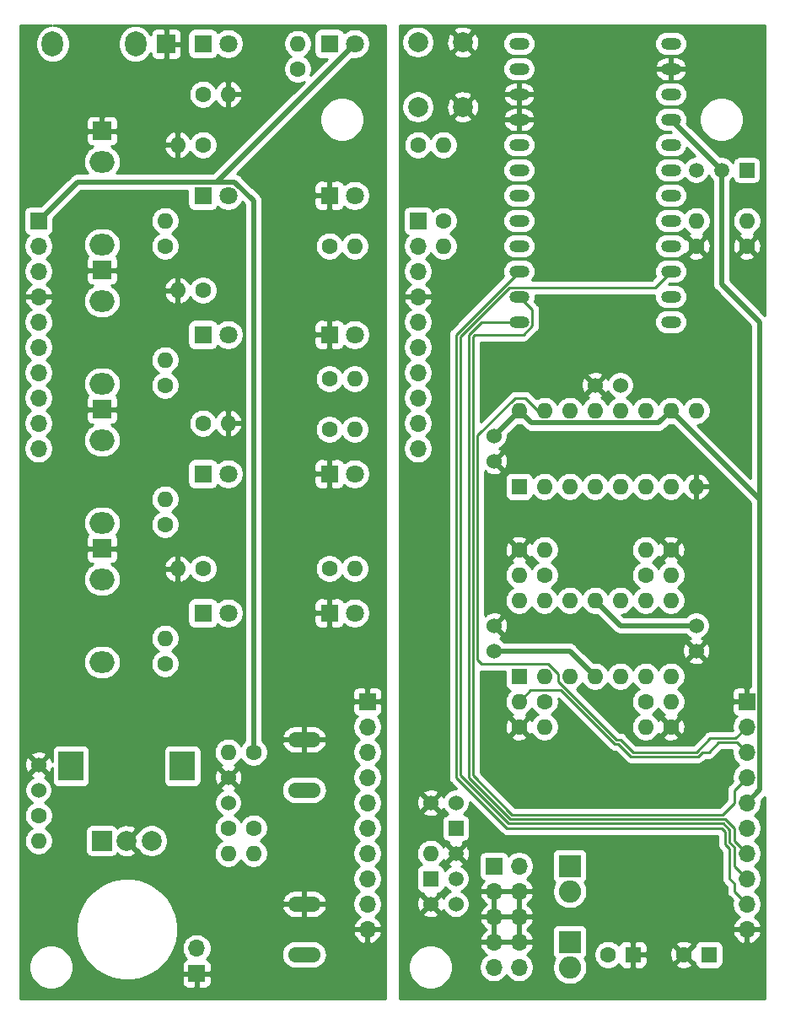
<source format=gtl>
G04 #@! TF.GenerationSoftware,KiCad,Pcbnew,(5.1.8-0-10_14)*
G04 #@! TF.CreationDate,2023-03-10T16:16:57+09:00*
G04 #@! TF.ProjectId,ButtonSequencer,42757474-6f6e-4536-9571-75656e636572,rev?*
G04 #@! TF.SameCoordinates,Original*
G04 #@! TF.FileFunction,Copper,L1,Top*
G04 #@! TF.FilePolarity,Positive*
%FSLAX46Y46*%
G04 Gerber Fmt 4.6, Leading zero omitted, Abs format (unit mm)*
G04 Created by KiCad (PCBNEW (5.1.8-0-10_14)) date 2023-03-10 16:16:57*
%MOMM*%
%LPD*%
G01*
G04 APERTURE LIST*
G04 #@! TA.AperFunction,ComponentPad*
%ADD10R,1.800000X1.800000*%
G04 #@! TD*
G04 #@! TA.AperFunction,ComponentPad*
%ADD11C,1.800000*%
G04 #@! TD*
G04 #@! TA.AperFunction,ComponentPad*
%ADD12O,2.130000X2.500000*%
G04 #@! TD*
G04 #@! TA.AperFunction,ComponentPad*
%ADD13R,1.830000X1.930000*%
G04 #@! TD*
G04 #@! TA.AperFunction,ComponentPad*
%ADD14O,2.500000X2.130000*%
G04 #@! TD*
G04 #@! TA.AperFunction,ComponentPad*
%ADD15R,1.930000X1.830000*%
G04 #@! TD*
G04 #@! TA.AperFunction,ComponentPad*
%ADD16C,1.600000*%
G04 #@! TD*
G04 #@! TA.AperFunction,ComponentPad*
%ADD17O,1.600000X1.600000*%
G04 #@! TD*
G04 #@! TA.AperFunction,ComponentPad*
%ADD18R,2.500000X3.000000*%
G04 #@! TD*
G04 #@! TA.AperFunction,ComponentPad*
%ADD19C,2.000000*%
G04 #@! TD*
G04 #@! TA.AperFunction,ComponentPad*
%ADD20R,2.000000X2.000000*%
G04 #@! TD*
G04 #@! TA.AperFunction,ComponentPad*
%ADD21O,1.700000X1.700000*%
G04 #@! TD*
G04 #@! TA.AperFunction,ComponentPad*
%ADD22R,1.700000X1.700000*%
G04 #@! TD*
G04 #@! TA.AperFunction,ComponentPad*
%ADD23C,1.524000*%
G04 #@! TD*
G04 #@! TA.AperFunction,ComponentPad*
%ADD24O,3.300000X1.524000*%
G04 #@! TD*
G04 #@! TA.AperFunction,ComponentPad*
%ADD25R,1.600000X1.600000*%
G04 #@! TD*
G04 #@! TA.AperFunction,ComponentPad*
%ADD26O,2.000000X1.200000*%
G04 #@! TD*
G04 #@! TA.AperFunction,ComponentPad*
%ADD27R,2.240000X2.240000*%
G04 #@! TD*
G04 #@! TA.AperFunction,ComponentPad*
%ADD28O,2.240000X2.240000*%
G04 #@! TD*
G04 #@! TA.AperFunction,ComponentPad*
%ADD29C,1.500000*%
G04 #@! TD*
G04 #@! TA.AperFunction,ComponentPad*
%ADD30R,1.500000X1.500000*%
G04 #@! TD*
G04 #@! TA.AperFunction,Conductor*
%ADD31C,0.500000*%
G04 #@! TD*
G04 #@! TA.AperFunction,Conductor*
%ADD32C,0.250000*%
G04 #@! TD*
G04 #@! TA.AperFunction,Conductor*
%ADD33C,0.254000*%
G04 #@! TD*
G04 #@! TA.AperFunction,Conductor*
%ADD34C,0.100000*%
G04 #@! TD*
G04 APERTURE END LIST*
D10*
X82550000Y-65405000D03*
D11*
X85090000Y-65405000D03*
D10*
X95250000Y-65405000D03*
D11*
X97790000Y-65405000D03*
D10*
X95250000Y-122555000D03*
D11*
X97790000Y-122555000D03*
X97790000Y-108585000D03*
D10*
X95250000Y-108585000D03*
X95250000Y-94615000D03*
D11*
X97790000Y-94615000D03*
X97790000Y-80645000D03*
D10*
X95250000Y-80645000D03*
D11*
X85090000Y-80645000D03*
D10*
X82550000Y-80645000D03*
D11*
X85090000Y-94615000D03*
D10*
X82550000Y-94615000D03*
D11*
X85090000Y-108585000D03*
D10*
X82550000Y-108585000D03*
X82550000Y-122555000D03*
D11*
X85090000Y-122555000D03*
D12*
X75770000Y-65435000D03*
X67470000Y-65435000D03*
D13*
X78870000Y-65435000D03*
D14*
X72420000Y-77265000D03*
X72420000Y-85565000D03*
D15*
X72420000Y-74165000D03*
X72420000Y-88135000D03*
D14*
X72420000Y-99535000D03*
X72420000Y-91235000D03*
X72420000Y-105205000D03*
X72420000Y-113505000D03*
D15*
X72420000Y-102105000D03*
X72420000Y-116075000D03*
D14*
X72420000Y-127475000D03*
X72420000Y-119175000D03*
D16*
X87630000Y-144145000D03*
D17*
X87630000Y-146685000D03*
X85090000Y-136525000D03*
D16*
X87630000Y-136525000D03*
X82550000Y-70485000D03*
D17*
X85090000Y-70485000D03*
X85090000Y-146685000D03*
D16*
X85090000Y-144145000D03*
D17*
X66040000Y-145415000D03*
D16*
X66040000Y-142875000D03*
X92075000Y-67945000D03*
D17*
X92075000Y-65405000D03*
D16*
X95250000Y-118110000D03*
D17*
X97790000Y-118110000D03*
X97790000Y-104140000D03*
D16*
X95250000Y-104140000D03*
X95250000Y-99060000D03*
D17*
X97790000Y-99060000D03*
X97790000Y-85725000D03*
D16*
X95250000Y-85725000D03*
X82550000Y-75565000D03*
D17*
X80010000Y-75565000D03*
D16*
X82550000Y-90170000D03*
D17*
X80010000Y-90170000D03*
X85090000Y-103505000D03*
D16*
X82550000Y-103505000D03*
X82550000Y-118110000D03*
D17*
X80010000Y-118110000D03*
X78740000Y-83185000D03*
D16*
X78740000Y-85725000D03*
D17*
X78740000Y-97155000D03*
D16*
X78740000Y-99695000D03*
D17*
X78740000Y-111125000D03*
D16*
X78740000Y-113665000D03*
X78740000Y-127635000D03*
D17*
X78740000Y-125095000D03*
D18*
X80490000Y-137915000D03*
X69290000Y-137915000D03*
D19*
X77390000Y-145415000D03*
X74890000Y-145415000D03*
D20*
X72390000Y-145415000D03*
D21*
X81915000Y-156210000D03*
D22*
X81915000Y-158750000D03*
D23*
X85090000Y-139065000D03*
X85090000Y-141605000D03*
X66040000Y-140335000D03*
X66040000Y-137795000D03*
D21*
X66040000Y-106045000D03*
X66040000Y-103505000D03*
X66040000Y-100965000D03*
X66040000Y-98425000D03*
X66040000Y-95885000D03*
X66040000Y-93345000D03*
X66040000Y-90805000D03*
X66040000Y-88265000D03*
X66040000Y-85725000D03*
D22*
X66040000Y-83185000D03*
X99060000Y-131445000D03*
D21*
X99060000Y-133985000D03*
X99060000Y-136525000D03*
X99060000Y-139065000D03*
X99060000Y-141605000D03*
X99060000Y-144145000D03*
X99060000Y-146685000D03*
X99060000Y-149225000D03*
X99060000Y-151765000D03*
X99060000Y-154305000D03*
D24*
X92710000Y-151765000D03*
X92710000Y-156845000D03*
X92710000Y-140335000D03*
X92710000Y-135255000D03*
D25*
X114300000Y-128905000D03*
D17*
X129540000Y-121285000D03*
X116840000Y-128905000D03*
X127000000Y-121285000D03*
X119380000Y-128905000D03*
X124460000Y-121285000D03*
X121920000Y-128905000D03*
X121920000Y-121285000D03*
X124460000Y-128905000D03*
X119380000Y-121285000D03*
X127000000Y-128905000D03*
X116840000Y-121285000D03*
X129540000Y-128905000D03*
X114300000Y-121285000D03*
D25*
X133350000Y-156845000D03*
D16*
X130850000Y-156845000D03*
X123230000Y-156845000D03*
D25*
X125730000Y-156845000D03*
D16*
X106680000Y-83185000D03*
D17*
X106680000Y-85725000D03*
X132080000Y-83185000D03*
D16*
X132080000Y-85725000D03*
X137160000Y-85725000D03*
D17*
X137160000Y-83185000D03*
X106680000Y-75565000D03*
D16*
X104140000Y-75565000D03*
X129540000Y-133985000D03*
D17*
X127000000Y-133985000D03*
D16*
X129540000Y-116205000D03*
D17*
X127000000Y-116205000D03*
D16*
X114300000Y-116205000D03*
D17*
X116840000Y-116205000D03*
D16*
X114300000Y-133985000D03*
D17*
X116840000Y-133985000D03*
X129540000Y-131445000D03*
D16*
X127000000Y-131445000D03*
D17*
X129540000Y-118745000D03*
D16*
X127000000Y-118745000D03*
D17*
X114300000Y-118745000D03*
D16*
X116840000Y-118745000D03*
D17*
X114300000Y-131445000D03*
D16*
X116840000Y-131445000D03*
D19*
X108640000Y-71755000D03*
X104140000Y-71755000D03*
X108640000Y-65255000D03*
X104140000Y-65255000D03*
D26*
X129540000Y-65405000D03*
X114300000Y-65405000D03*
X129540000Y-67945000D03*
X114300000Y-67945000D03*
X129540000Y-70485000D03*
X114300000Y-70485000D03*
X129540000Y-73025000D03*
X114300000Y-73025000D03*
X129540000Y-75565000D03*
X114300000Y-75565000D03*
X129540000Y-78105000D03*
X114300000Y-78105000D03*
X129540000Y-80645000D03*
X114300000Y-80645000D03*
X129540000Y-83185000D03*
X114300000Y-83185000D03*
X129540000Y-85725000D03*
X114300000Y-85725000D03*
X129540000Y-88265000D03*
X114300000Y-88265000D03*
X129540000Y-90805000D03*
X114300000Y-90805000D03*
X129540000Y-93345000D03*
X114300000Y-93345000D03*
D25*
X114300000Y-109855000D03*
D17*
X132080000Y-102235000D03*
X116840000Y-109855000D03*
X129540000Y-102235000D03*
X119380000Y-109855000D03*
X127000000Y-102235000D03*
X121920000Y-109855000D03*
X124460000Y-102235000D03*
X124460000Y-109855000D03*
X121920000Y-102235000D03*
X127000000Y-109855000D03*
X119380000Y-102235000D03*
X129540000Y-109855000D03*
X116840000Y-102235000D03*
X132080000Y-109855000D03*
X114300000Y-102235000D03*
D23*
X111760000Y-126365000D03*
X111760000Y-123825000D03*
X121920000Y-99695000D03*
X124460000Y-99695000D03*
X111760000Y-107315000D03*
X111760000Y-104775000D03*
X105410000Y-151765000D03*
X107950000Y-151765000D03*
X107950000Y-141605000D03*
X105410000Y-141605000D03*
D27*
X119380000Y-147955000D03*
D28*
X119380000Y-150495000D03*
X119380000Y-158115000D03*
D27*
X119380000Y-155575000D03*
D22*
X111760000Y-147955000D03*
D21*
X114300000Y-147955000D03*
X111760000Y-150495000D03*
X114300000Y-150495000D03*
X111760000Y-153035000D03*
X114300000Y-153035000D03*
X111760000Y-155575000D03*
X114300000Y-155575000D03*
X111760000Y-158115000D03*
X114300000Y-158115000D03*
X104140000Y-106045000D03*
X104140000Y-103505000D03*
X104140000Y-100965000D03*
X104140000Y-98425000D03*
X104140000Y-95885000D03*
X104140000Y-93345000D03*
X104140000Y-90805000D03*
X104140000Y-88265000D03*
X104140000Y-85725000D03*
D22*
X104140000Y-83185000D03*
X137160000Y-131445000D03*
D21*
X137160000Y-133985000D03*
X137160000Y-136525000D03*
X137160000Y-139065000D03*
X137160000Y-141605000D03*
X137160000Y-144145000D03*
X137160000Y-146685000D03*
X137160000Y-149225000D03*
X137160000Y-151765000D03*
X137160000Y-154305000D03*
D29*
X107950000Y-146685000D03*
X107950000Y-149225000D03*
D30*
X107950000Y-144145000D03*
D29*
X134620000Y-78105000D03*
X132080000Y-78105000D03*
D30*
X137160000Y-78105000D03*
D25*
X105410000Y-149225000D03*
D17*
X105410000Y-146685000D03*
D23*
X132080000Y-126365000D03*
X132080000Y-123825000D03*
D31*
X83900001Y-79294999D02*
X97790000Y-65405000D01*
X69930001Y-79294999D02*
X83900001Y-79294999D01*
X66040000Y-83185000D02*
X69930001Y-79294999D01*
X87630000Y-81186998D02*
X87630000Y-136525000D01*
X85738001Y-79294999D02*
X87630000Y-81186998D01*
X83900001Y-79294999D02*
X85738001Y-79294999D01*
X111760000Y-104775000D02*
X114300000Y-102235000D01*
X128289999Y-103485001D02*
X129540000Y-102235000D01*
X115550001Y-103485001D02*
X128289999Y-103485001D01*
X114300000Y-102235000D02*
X115550001Y-103485001D01*
X138460001Y-111155001D02*
X129540000Y-102235000D01*
X138460001Y-140304999D02*
X138460001Y-111155001D01*
X137160000Y-141605000D02*
X138460001Y-140304999D01*
X134620000Y-78105000D02*
X134620000Y-89535000D01*
X138460001Y-93375001D02*
X138460001Y-111155001D01*
X134620000Y-89535000D02*
X138460001Y-93375001D01*
X129540000Y-73025000D02*
X134620000Y-78105000D01*
X119380000Y-126365000D02*
X121920000Y-128905000D01*
X111760000Y-126365000D02*
X119380000Y-126365000D01*
X124460000Y-123825000D02*
X132080000Y-123825000D01*
X121920000Y-121285000D02*
X124460000Y-123825000D01*
D32*
X136195011Y-135560011D02*
X137160000Y-136525000D01*
X132716410Y-136525000D02*
X133350000Y-136525000D01*
X133350000Y-136525000D02*
X134314989Y-135560011D01*
X125543600Y-136975010D02*
X132266400Y-136975010D01*
X124273600Y-135705010D02*
X125543600Y-136975010D01*
X134314989Y-135560011D02*
X136195011Y-135560011D01*
X123878598Y-135705010D02*
X124273600Y-135705010D01*
X118493587Y-130319999D02*
X123878598Y-135705010D01*
X115425001Y-130319999D02*
X118493587Y-130319999D01*
X132266400Y-136975010D02*
X132716410Y-136525000D01*
X114300000Y-131445000D02*
X115425001Y-130319999D01*
X135890000Y-145415000D02*
X137160000Y-146685000D01*
X134989981Y-143244981D02*
X135890000Y-144145000D01*
X135890000Y-144145000D02*
X135890000Y-145415000D01*
X113402800Y-143244980D02*
X134989981Y-143244981D01*
X109220000Y-139062180D02*
X113402800Y-143244980D01*
X109220000Y-94617820D02*
X109220000Y-139062180D01*
X110492820Y-93345000D02*
X109220000Y-94617820D01*
X114300000Y-93345000D02*
X110492820Y-93345000D01*
X135890000Y-146051410D02*
X135890000Y-147955000D01*
X135890000Y-147955000D02*
X137160000Y-149225000D01*
X135439990Y-144331400D02*
X135439990Y-145601400D01*
X108400010Y-94801400D02*
X108400010Y-138878600D01*
X113321420Y-89879990D02*
X108400010Y-94801400D01*
X134803580Y-143694990D02*
X135439990Y-144331400D01*
X113216400Y-143694990D02*
X134803580Y-143694990D01*
X108400010Y-138878600D02*
X113216400Y-143694990D01*
X135439990Y-145601400D02*
X135890000Y-146051410D01*
X127925010Y-89879990D02*
X113321420Y-89879990D01*
X129540000Y-88265000D02*
X127925010Y-89879990D01*
X136034999Y-135110001D02*
X137160000Y-133985000D01*
X133494999Y-135110001D02*
X136034999Y-135110001D01*
X132080000Y-136525000D02*
X133494999Y-135110001D01*
X124460000Y-135255000D02*
X125730000Y-136525000D01*
X124064998Y-135255000D02*
X124460000Y-135255000D01*
X118254999Y-129445001D02*
X124064998Y-135255000D01*
X118254999Y-128654997D02*
X118254999Y-129445001D01*
X117235002Y-127635000D02*
X118254999Y-128654997D01*
X125730000Y-136525000D02*
X132080000Y-136525000D01*
X110490000Y-127635000D02*
X117235002Y-127635000D01*
X116840000Y-102235000D02*
X116205000Y-102235000D01*
X116205000Y-102235000D02*
X114935000Y-100965000D01*
X113904998Y-100965000D02*
X110120020Y-104749978D01*
X114935000Y-100965000D02*
X113904998Y-100965000D01*
X110120020Y-104749978D02*
X110120020Y-120015000D01*
X110120020Y-120015000D02*
X110120020Y-127265020D01*
X110120020Y-127265020D02*
X110490000Y-127635000D01*
X135890000Y-150495000D02*
X137160000Y-151765000D01*
X135890000Y-149694002D02*
X135890000Y-150495000D01*
X135439990Y-149243992D02*
X135890000Y-149694002D01*
X135439990Y-146237810D02*
X135439990Y-149243992D01*
X134989980Y-145787800D02*
X135439990Y-146237810D01*
X134989980Y-144517800D02*
X134989980Y-145787800D01*
X114300000Y-88265000D02*
X107950000Y-94615000D01*
X107950000Y-94615000D02*
X107950000Y-139065000D01*
X134617180Y-144145000D02*
X134989980Y-144517800D01*
X113030000Y-144145000D02*
X134617180Y-144145000D01*
X107950000Y-139065000D02*
X113030000Y-144145000D01*
X136999942Y-139065000D02*
X137160000Y-139065000D01*
X135890000Y-140335000D02*
X137160000Y-139065000D01*
X134700029Y-142794971D02*
X135890000Y-141605000D01*
X109670010Y-138875780D02*
X113589201Y-142794971D01*
X109670010Y-94804220D02*
X109670010Y-138875780D01*
X135890000Y-141605000D02*
X135890000Y-140335000D01*
X114300000Y-90805000D02*
X115625010Y-92130010D01*
X109859230Y-94615000D02*
X109670010Y-94804220D01*
X114738161Y-94615000D02*
X109859230Y-94615000D01*
X115625010Y-93728151D02*
X114738161Y-94615000D01*
X113589201Y-142794971D02*
X134700029Y-142794971D01*
X115625010Y-92130010D02*
X115625010Y-93728151D01*
D33*
X67136742Y-63574598D02*
X66816291Y-63671806D01*
X66520961Y-63829663D01*
X66262103Y-64042103D01*
X66049663Y-64300962D01*
X65891806Y-64596292D01*
X65794598Y-64916743D01*
X65770000Y-65166491D01*
X65770000Y-65703510D01*
X65794598Y-65953258D01*
X65891806Y-66273709D01*
X66049663Y-66569039D01*
X66262103Y-66827897D01*
X66520962Y-67040337D01*
X66816292Y-67198194D01*
X67136743Y-67295402D01*
X67470000Y-67328225D01*
X67803258Y-67295402D01*
X68123709Y-67198194D01*
X68419039Y-67040337D01*
X68677897Y-66827897D01*
X68890337Y-66569039D01*
X69048194Y-66273708D01*
X69145402Y-65953257D01*
X69170000Y-65703509D01*
X69170000Y-65166490D01*
X69145402Y-64916742D01*
X69048194Y-64596291D01*
X68890337Y-64300961D01*
X68677897Y-64042103D01*
X68419038Y-63829663D01*
X68123708Y-63671806D01*
X67803257Y-63574598D01*
X67553510Y-63550000D01*
X75686490Y-63550000D01*
X75436742Y-63574598D01*
X75116291Y-63671806D01*
X74820961Y-63829663D01*
X74562103Y-64042103D01*
X74349663Y-64300962D01*
X74191806Y-64596292D01*
X74094598Y-64916743D01*
X74070000Y-65166491D01*
X74070000Y-65703510D01*
X74094598Y-65953258D01*
X74191806Y-66273709D01*
X74349663Y-66569039D01*
X74562103Y-66827897D01*
X74820962Y-67040337D01*
X75116292Y-67198194D01*
X75436743Y-67295402D01*
X75770000Y-67328225D01*
X76103258Y-67295402D01*
X76423709Y-67198194D01*
X76719039Y-67040337D01*
X76977897Y-66827897D01*
X77190337Y-66569039D01*
X77317237Y-66331624D01*
X77316928Y-66400000D01*
X77329188Y-66524482D01*
X77365498Y-66644180D01*
X77424463Y-66754494D01*
X77503815Y-66851185D01*
X77600506Y-66930537D01*
X77710820Y-66989502D01*
X77830518Y-67025812D01*
X77955000Y-67038072D01*
X78584250Y-67035000D01*
X78743000Y-66876250D01*
X78743000Y-65562000D01*
X78997000Y-65562000D01*
X78997000Y-66876250D01*
X79155750Y-67035000D01*
X79785000Y-67038072D01*
X79909482Y-67025812D01*
X80029180Y-66989502D01*
X80139494Y-66930537D01*
X80236185Y-66851185D01*
X80315537Y-66754494D01*
X80374502Y-66644180D01*
X80410812Y-66524482D01*
X80423072Y-66400000D01*
X80420000Y-65720750D01*
X80261250Y-65562000D01*
X78997000Y-65562000D01*
X78743000Y-65562000D01*
X78723000Y-65562000D01*
X78723000Y-65308000D01*
X78743000Y-65308000D01*
X78743000Y-63993750D01*
X78997000Y-63993750D01*
X78997000Y-65308000D01*
X80261250Y-65308000D01*
X80420000Y-65149250D01*
X80422913Y-64505000D01*
X81011928Y-64505000D01*
X81011928Y-66305000D01*
X81024188Y-66429482D01*
X81060498Y-66549180D01*
X81119463Y-66659494D01*
X81198815Y-66756185D01*
X81295506Y-66835537D01*
X81405820Y-66894502D01*
X81525518Y-66930812D01*
X81650000Y-66943072D01*
X83450000Y-66943072D01*
X83574482Y-66930812D01*
X83694180Y-66894502D01*
X83804494Y-66835537D01*
X83901185Y-66756185D01*
X83980537Y-66659494D01*
X84039502Y-66549180D01*
X84045056Y-66530873D01*
X84111495Y-66597312D01*
X84362905Y-66765299D01*
X84642257Y-66881011D01*
X84938816Y-66940000D01*
X85241184Y-66940000D01*
X85537743Y-66881011D01*
X85817095Y-66765299D01*
X86068505Y-66597312D01*
X86282312Y-66383505D01*
X86450299Y-66132095D01*
X86566011Y-65852743D01*
X86625000Y-65556184D01*
X86625000Y-65253816D01*
X86566011Y-64957257D01*
X86450299Y-64677905D01*
X86282312Y-64426495D01*
X86068505Y-64212688D01*
X85817095Y-64044701D01*
X85537743Y-63928989D01*
X85241184Y-63870000D01*
X84938816Y-63870000D01*
X84642257Y-63928989D01*
X84362905Y-64044701D01*
X84111495Y-64212688D01*
X84045056Y-64279127D01*
X84039502Y-64260820D01*
X83980537Y-64150506D01*
X83901185Y-64053815D01*
X83804494Y-63974463D01*
X83694180Y-63915498D01*
X83574482Y-63879188D01*
X83450000Y-63866928D01*
X81650000Y-63866928D01*
X81525518Y-63879188D01*
X81405820Y-63915498D01*
X81295506Y-63974463D01*
X81198815Y-64053815D01*
X81119463Y-64150506D01*
X81060498Y-64260820D01*
X81024188Y-64380518D01*
X81011928Y-64505000D01*
X80422913Y-64505000D01*
X80423072Y-64470000D01*
X80410812Y-64345518D01*
X80374502Y-64225820D01*
X80315537Y-64115506D01*
X80236185Y-64018815D01*
X80139494Y-63939463D01*
X80029180Y-63880498D01*
X79909482Y-63844188D01*
X79785000Y-63831928D01*
X79155750Y-63835000D01*
X78997000Y-63993750D01*
X78743000Y-63993750D01*
X78584250Y-63835000D01*
X77955000Y-63831928D01*
X77830518Y-63844188D01*
X77710820Y-63880498D01*
X77600506Y-63939463D01*
X77503815Y-64018815D01*
X77424463Y-64115506D01*
X77365498Y-64225820D01*
X77329188Y-64345518D01*
X77316928Y-64470000D01*
X77317237Y-64538375D01*
X77190337Y-64300961D01*
X76977897Y-64042103D01*
X76719038Y-63829663D01*
X76423708Y-63671806D01*
X76103257Y-63574598D01*
X75853510Y-63550000D01*
X100915001Y-63550000D01*
X100915000Y-161240000D01*
X64185000Y-161240000D01*
X64185000Y-157894872D01*
X65075000Y-157894872D01*
X65075000Y-158335128D01*
X65160890Y-158766925D01*
X65329369Y-159173669D01*
X65573962Y-159539729D01*
X65885271Y-159851038D01*
X66251331Y-160095631D01*
X66658075Y-160264110D01*
X67089872Y-160350000D01*
X67530128Y-160350000D01*
X67961925Y-160264110D01*
X68368669Y-160095631D01*
X68734729Y-159851038D01*
X68985767Y-159600000D01*
X80426928Y-159600000D01*
X80439188Y-159724482D01*
X80475498Y-159844180D01*
X80534463Y-159954494D01*
X80613815Y-160051185D01*
X80710506Y-160130537D01*
X80820820Y-160189502D01*
X80940518Y-160225812D01*
X81065000Y-160238072D01*
X81629250Y-160235000D01*
X81788000Y-160076250D01*
X81788000Y-158877000D01*
X82042000Y-158877000D01*
X82042000Y-160076250D01*
X82200750Y-160235000D01*
X82765000Y-160238072D01*
X82889482Y-160225812D01*
X83009180Y-160189502D01*
X83119494Y-160130537D01*
X83216185Y-160051185D01*
X83295537Y-159954494D01*
X83354502Y-159844180D01*
X83390812Y-159724482D01*
X83403072Y-159600000D01*
X83400000Y-159035750D01*
X83241250Y-158877000D01*
X82042000Y-158877000D01*
X81788000Y-158877000D01*
X80588750Y-158877000D01*
X80430000Y-159035750D01*
X80426928Y-159600000D01*
X68985767Y-159600000D01*
X69046038Y-159539729D01*
X69290631Y-159173669D01*
X69459110Y-158766925D01*
X69545000Y-158335128D01*
X69545000Y-157894872D01*
X69459110Y-157463075D01*
X69290631Y-157056331D01*
X69046038Y-156690271D01*
X68734729Y-156378962D01*
X68368669Y-156134369D01*
X67961925Y-155965890D01*
X67530128Y-155880000D01*
X67089872Y-155880000D01*
X66658075Y-155965890D01*
X66251331Y-156134369D01*
X65885271Y-156378962D01*
X65573962Y-156690271D01*
X65329369Y-157056331D01*
X65160890Y-157463075D01*
X65075000Y-157894872D01*
X64185000Y-157894872D01*
X64185000Y-153799247D01*
X69795000Y-153799247D01*
X69795000Y-154810753D01*
X69992335Y-155802824D01*
X70379422Y-156737335D01*
X70941385Y-157578372D01*
X71656628Y-158293615D01*
X72497665Y-158855578D01*
X73432176Y-159242665D01*
X74424247Y-159440000D01*
X75435753Y-159440000D01*
X76427824Y-159242665D01*
X77362335Y-158855578D01*
X78203372Y-158293615D01*
X78596987Y-157900000D01*
X80426928Y-157900000D01*
X80430000Y-158464250D01*
X80588750Y-158623000D01*
X81788000Y-158623000D01*
X81788000Y-158603000D01*
X82042000Y-158603000D01*
X82042000Y-158623000D01*
X83241250Y-158623000D01*
X83400000Y-158464250D01*
X83403072Y-157900000D01*
X83390812Y-157775518D01*
X83354502Y-157655820D01*
X83295537Y-157545506D01*
X83216185Y-157448815D01*
X83119494Y-157369463D01*
X83009180Y-157310498D01*
X82936620Y-157288487D01*
X83068475Y-157156632D01*
X83230990Y-156913411D01*
X83259326Y-156845000D01*
X90418241Y-156845000D01*
X90445214Y-157118860D01*
X90525096Y-157382195D01*
X90654817Y-157624887D01*
X90829392Y-157837608D01*
X91042113Y-158012183D01*
X91284805Y-158141904D01*
X91548140Y-158221786D01*
X91753375Y-158242000D01*
X93666625Y-158242000D01*
X93871860Y-158221786D01*
X94135195Y-158141904D01*
X94377887Y-158012183D01*
X94590608Y-157837608D01*
X94765183Y-157624887D01*
X94894904Y-157382195D01*
X94974786Y-157118860D01*
X95001759Y-156845000D01*
X94974786Y-156571140D01*
X94894904Y-156307805D01*
X94765183Y-156065113D01*
X94590608Y-155852392D01*
X94377887Y-155677817D01*
X94135195Y-155548096D01*
X93871860Y-155468214D01*
X93666625Y-155448000D01*
X91753375Y-155448000D01*
X91548140Y-155468214D01*
X91284805Y-155548096D01*
X91042113Y-155677817D01*
X90829392Y-155852392D01*
X90654817Y-156065113D01*
X90525096Y-156307805D01*
X90445214Y-156571140D01*
X90418241Y-156845000D01*
X83259326Y-156845000D01*
X83342932Y-156643158D01*
X83400000Y-156356260D01*
X83400000Y-156063740D01*
X83342932Y-155776842D01*
X83230990Y-155506589D01*
X83068475Y-155263368D01*
X82861632Y-155056525D01*
X82618411Y-154894010D01*
X82348158Y-154782068D01*
X82061260Y-154725000D01*
X81768740Y-154725000D01*
X81481842Y-154782068D01*
X81211589Y-154894010D01*
X80968368Y-155056525D01*
X80761525Y-155263368D01*
X80599010Y-155506589D01*
X80487068Y-155776842D01*
X80430000Y-156063740D01*
X80430000Y-156356260D01*
X80487068Y-156643158D01*
X80599010Y-156913411D01*
X80761525Y-157156632D01*
X80893380Y-157288487D01*
X80820820Y-157310498D01*
X80710506Y-157369463D01*
X80613815Y-157448815D01*
X80534463Y-157545506D01*
X80475498Y-157655820D01*
X80439188Y-157775518D01*
X80426928Y-157900000D01*
X78596987Y-157900000D01*
X78918615Y-157578372D01*
X79480578Y-156737335D01*
X79867665Y-155802824D01*
X80065000Y-154810753D01*
X80065000Y-154661890D01*
X97618524Y-154661890D01*
X97663175Y-154809099D01*
X97788359Y-155071920D01*
X97962412Y-155305269D01*
X98178645Y-155500178D01*
X98428748Y-155649157D01*
X98703109Y-155746481D01*
X98933000Y-155625814D01*
X98933000Y-154432000D01*
X99187000Y-154432000D01*
X99187000Y-155625814D01*
X99416891Y-155746481D01*
X99691252Y-155649157D01*
X99941355Y-155500178D01*
X100157588Y-155305269D01*
X100331641Y-155071920D01*
X100456825Y-154809099D01*
X100501476Y-154661890D01*
X100380155Y-154432000D01*
X99187000Y-154432000D01*
X98933000Y-154432000D01*
X97739845Y-154432000D01*
X97618524Y-154661890D01*
X80065000Y-154661890D01*
X80065000Y-153799247D01*
X79867665Y-152807176D01*
X79578086Y-152108070D01*
X90467780Y-152108070D01*
X90482738Y-152182276D01*
X90589878Y-152435535D01*
X90744368Y-152663026D01*
X90940271Y-152856006D01*
X91170058Y-153007059D01*
X91424899Y-153110381D01*
X91695000Y-153162000D01*
X92583000Y-153162000D01*
X92583000Y-151892000D01*
X92837000Y-151892000D01*
X92837000Y-153162000D01*
X93725000Y-153162000D01*
X93995101Y-153110381D01*
X94249942Y-153007059D01*
X94479729Y-152856006D01*
X94675632Y-152663026D01*
X94830122Y-152435535D01*
X94937262Y-152182276D01*
X94952220Y-152108070D01*
X94829720Y-151892000D01*
X92837000Y-151892000D01*
X92583000Y-151892000D01*
X90590280Y-151892000D01*
X90467780Y-152108070D01*
X79578086Y-152108070D01*
X79480578Y-151872665D01*
X79179407Y-151421930D01*
X90467780Y-151421930D01*
X90590280Y-151638000D01*
X92583000Y-151638000D01*
X92583000Y-150368000D01*
X92837000Y-150368000D01*
X92837000Y-151638000D01*
X94829720Y-151638000D01*
X94952220Y-151421930D01*
X94937262Y-151347724D01*
X94830122Y-151094465D01*
X94675632Y-150866974D01*
X94479729Y-150673994D01*
X94249942Y-150522941D01*
X93995101Y-150419619D01*
X93725000Y-150368000D01*
X92837000Y-150368000D01*
X92583000Y-150368000D01*
X91695000Y-150368000D01*
X91424899Y-150419619D01*
X91170058Y-150522941D01*
X90940271Y-150673994D01*
X90744368Y-150866974D01*
X90589878Y-151094465D01*
X90482738Y-151347724D01*
X90467780Y-151421930D01*
X79179407Y-151421930D01*
X78918615Y-151031628D01*
X78203372Y-150316385D01*
X77362335Y-149754422D01*
X76427824Y-149367335D01*
X75435753Y-149170000D01*
X74424247Y-149170000D01*
X73432176Y-149367335D01*
X72497665Y-149754422D01*
X71656628Y-150316385D01*
X70941385Y-151031628D01*
X70379422Y-151872665D01*
X69992335Y-152807176D01*
X69795000Y-153799247D01*
X64185000Y-153799247D01*
X64185000Y-142733665D01*
X64605000Y-142733665D01*
X64605000Y-143016335D01*
X64660147Y-143293574D01*
X64768320Y-143554727D01*
X64925363Y-143789759D01*
X65125241Y-143989637D01*
X65357759Y-144145000D01*
X65125241Y-144300363D01*
X64925363Y-144500241D01*
X64768320Y-144735273D01*
X64660147Y-144996426D01*
X64605000Y-145273665D01*
X64605000Y-145556335D01*
X64660147Y-145833574D01*
X64768320Y-146094727D01*
X64925363Y-146329759D01*
X65125241Y-146529637D01*
X65360273Y-146686680D01*
X65621426Y-146794853D01*
X65898665Y-146850000D01*
X66181335Y-146850000D01*
X66458574Y-146794853D01*
X66719727Y-146686680D01*
X66954759Y-146529637D01*
X67154637Y-146329759D01*
X67311680Y-146094727D01*
X67419853Y-145833574D01*
X67475000Y-145556335D01*
X67475000Y-145273665D01*
X67419853Y-144996426D01*
X67311680Y-144735273D01*
X67154637Y-144500241D01*
X67069396Y-144415000D01*
X70751928Y-144415000D01*
X70751928Y-146415000D01*
X70764188Y-146539482D01*
X70800498Y-146659180D01*
X70859463Y-146769494D01*
X70938815Y-146866185D01*
X71035506Y-146945537D01*
X71145820Y-147004502D01*
X71265518Y-147040812D01*
X71390000Y-147053072D01*
X73390000Y-147053072D01*
X73514482Y-147040812D01*
X73634180Y-147004502D01*
X73744494Y-146945537D01*
X73841185Y-146866185D01*
X73920537Y-146769494D01*
X73975976Y-146665777D01*
X74029956Y-146814814D01*
X74319571Y-146955704D01*
X74631108Y-147037384D01*
X74952595Y-147056718D01*
X75271675Y-147012961D01*
X75576088Y-146907795D01*
X75750044Y-146814814D01*
X75845808Y-146550413D01*
X74890000Y-145594605D01*
X74875858Y-145608748D01*
X74696253Y-145429143D01*
X74710395Y-145415000D01*
X75069605Y-145415000D01*
X76025413Y-146370808D01*
X76055075Y-146360065D01*
X76120013Y-146457252D01*
X76347748Y-146684987D01*
X76615537Y-146863918D01*
X76913088Y-146987168D01*
X77228967Y-147050000D01*
X77551033Y-147050000D01*
X77866912Y-146987168D01*
X78164463Y-146863918D01*
X78432252Y-146684987D01*
X78659987Y-146457252D01*
X78838918Y-146189463D01*
X78962168Y-145891912D01*
X79025000Y-145576033D01*
X79025000Y-145253967D01*
X78962168Y-144938088D01*
X78838918Y-144640537D01*
X78659987Y-144372748D01*
X78432252Y-144145013D01*
X78220710Y-144003665D01*
X83655000Y-144003665D01*
X83655000Y-144286335D01*
X83710147Y-144563574D01*
X83818320Y-144824727D01*
X83975363Y-145059759D01*
X84175241Y-145259637D01*
X84407759Y-145415000D01*
X84175241Y-145570363D01*
X83975363Y-145770241D01*
X83818320Y-146005273D01*
X83710147Y-146266426D01*
X83655000Y-146543665D01*
X83655000Y-146826335D01*
X83710147Y-147103574D01*
X83818320Y-147364727D01*
X83975363Y-147599759D01*
X84175241Y-147799637D01*
X84410273Y-147956680D01*
X84671426Y-148064853D01*
X84948665Y-148120000D01*
X85231335Y-148120000D01*
X85508574Y-148064853D01*
X85769727Y-147956680D01*
X86004759Y-147799637D01*
X86204637Y-147599759D01*
X86360000Y-147367241D01*
X86515363Y-147599759D01*
X86715241Y-147799637D01*
X86950273Y-147956680D01*
X87211426Y-148064853D01*
X87488665Y-148120000D01*
X87771335Y-148120000D01*
X88048574Y-148064853D01*
X88309727Y-147956680D01*
X88544759Y-147799637D01*
X88744637Y-147599759D01*
X88901680Y-147364727D01*
X89009853Y-147103574D01*
X89065000Y-146826335D01*
X89065000Y-146543665D01*
X89009853Y-146266426D01*
X88901680Y-146005273D01*
X88744637Y-145770241D01*
X88544759Y-145570363D01*
X88312241Y-145415000D01*
X88544759Y-145259637D01*
X88744637Y-145059759D01*
X88901680Y-144824727D01*
X89009853Y-144563574D01*
X89065000Y-144286335D01*
X89065000Y-144003665D01*
X89009853Y-143726426D01*
X88901680Y-143465273D01*
X88744637Y-143230241D01*
X88544759Y-143030363D01*
X88309727Y-142873320D01*
X88048574Y-142765147D01*
X87771335Y-142710000D01*
X87488665Y-142710000D01*
X87211426Y-142765147D01*
X86950273Y-142873320D01*
X86715241Y-143030363D01*
X86515363Y-143230241D01*
X86360000Y-143462759D01*
X86204637Y-143230241D01*
X86004759Y-143030363D01*
X85769727Y-142873320D01*
X85724134Y-142854435D01*
X85751727Y-142843005D01*
X85980535Y-142690120D01*
X86175120Y-142495535D01*
X86328005Y-142266727D01*
X86433314Y-142012490D01*
X86487000Y-141742592D01*
X86487000Y-141467408D01*
X86433314Y-141197510D01*
X86328005Y-140943273D01*
X86175120Y-140714465D01*
X85980535Y-140519880D01*
X85751727Y-140366995D01*
X85680057Y-140337308D01*
X85686462Y-140335000D01*
X90418241Y-140335000D01*
X90445214Y-140608860D01*
X90525096Y-140872195D01*
X90654817Y-141114887D01*
X90829392Y-141327608D01*
X91042113Y-141502183D01*
X91284805Y-141631904D01*
X91548140Y-141711786D01*
X91753375Y-141732000D01*
X93666625Y-141732000D01*
X93871860Y-141711786D01*
X94135195Y-141631904D01*
X94377887Y-141502183D01*
X94590608Y-141327608D01*
X94765183Y-141114887D01*
X94894904Y-140872195D01*
X94974786Y-140608860D01*
X95001759Y-140335000D01*
X94974786Y-140061140D01*
X94894904Y-139797805D01*
X94765183Y-139555113D01*
X94590608Y-139342392D01*
X94377887Y-139167817D01*
X94135195Y-139038096D01*
X93871860Y-138958214D01*
X93666625Y-138938000D01*
X91753375Y-138938000D01*
X91548140Y-138958214D01*
X91284805Y-139038096D01*
X91042113Y-139167817D01*
X90829392Y-139342392D01*
X90654817Y-139555113D01*
X90525096Y-139797805D01*
X90445214Y-140061140D01*
X90418241Y-140335000D01*
X85686462Y-140335000D01*
X85693023Y-140332636D01*
X85808980Y-140270656D01*
X85875960Y-140030565D01*
X85090000Y-139244605D01*
X84304040Y-140030565D01*
X84371020Y-140270656D01*
X84506760Y-140334485D01*
X84428273Y-140366995D01*
X84199465Y-140519880D01*
X84004880Y-140714465D01*
X83851995Y-140943273D01*
X83746686Y-141197510D01*
X83693000Y-141467408D01*
X83693000Y-141742592D01*
X83746686Y-142012490D01*
X83851995Y-142266727D01*
X84004880Y-142495535D01*
X84199465Y-142690120D01*
X84428273Y-142843005D01*
X84455866Y-142854435D01*
X84410273Y-142873320D01*
X84175241Y-143030363D01*
X83975363Y-143230241D01*
X83818320Y-143465273D01*
X83710147Y-143726426D01*
X83655000Y-144003665D01*
X78220710Y-144003665D01*
X78164463Y-143966082D01*
X77866912Y-143842832D01*
X77551033Y-143780000D01*
X77228967Y-143780000D01*
X76913088Y-143842832D01*
X76615537Y-143966082D01*
X76347748Y-144145013D01*
X76120013Y-144372748D01*
X76055075Y-144469935D01*
X76025413Y-144459192D01*
X75069605Y-145415000D01*
X74710395Y-145415000D01*
X74696253Y-145400858D01*
X74875858Y-145221253D01*
X74890000Y-145235395D01*
X75845808Y-144279587D01*
X75750044Y-144015186D01*
X75460429Y-143874296D01*
X75148892Y-143792616D01*
X74827405Y-143773282D01*
X74508325Y-143817039D01*
X74203912Y-143922205D01*
X74029956Y-144015186D01*
X73975976Y-144164223D01*
X73920537Y-144060506D01*
X73841185Y-143963815D01*
X73744494Y-143884463D01*
X73634180Y-143825498D01*
X73514482Y-143789188D01*
X73390000Y-143776928D01*
X71390000Y-143776928D01*
X71265518Y-143789188D01*
X71145820Y-143825498D01*
X71035506Y-143884463D01*
X70938815Y-143963815D01*
X70859463Y-144060506D01*
X70800498Y-144170820D01*
X70764188Y-144290518D01*
X70751928Y-144415000D01*
X67069396Y-144415000D01*
X66954759Y-144300363D01*
X66722241Y-144145000D01*
X66954759Y-143989637D01*
X67154637Y-143789759D01*
X67311680Y-143554727D01*
X67419853Y-143293574D01*
X67475000Y-143016335D01*
X67475000Y-142733665D01*
X67419853Y-142456426D01*
X67311680Y-142195273D01*
X67154637Y-141960241D01*
X66954759Y-141760363D01*
X66719727Y-141603320D01*
X66674134Y-141584435D01*
X66701727Y-141573005D01*
X66930535Y-141420120D01*
X67125120Y-141225535D01*
X67278005Y-140996727D01*
X67383314Y-140742490D01*
X67437000Y-140472592D01*
X67437000Y-140197408D01*
X67383314Y-139927510D01*
X67278005Y-139673273D01*
X67125120Y-139444465D01*
X66930535Y-139249880D01*
X66701727Y-139096995D01*
X66630057Y-139067308D01*
X66643023Y-139062636D01*
X66758980Y-139000656D01*
X66825960Y-138760565D01*
X66040000Y-137974605D01*
X65254040Y-138760565D01*
X65321020Y-139000656D01*
X65456760Y-139064485D01*
X65378273Y-139096995D01*
X65149465Y-139249880D01*
X64954880Y-139444465D01*
X64801995Y-139673273D01*
X64696686Y-139927510D01*
X64643000Y-140197408D01*
X64643000Y-140472592D01*
X64696686Y-140742490D01*
X64801995Y-140996727D01*
X64954880Y-141225535D01*
X65149465Y-141420120D01*
X65378273Y-141573005D01*
X65405866Y-141584435D01*
X65360273Y-141603320D01*
X65125241Y-141760363D01*
X64925363Y-141960241D01*
X64768320Y-142195273D01*
X64660147Y-142456426D01*
X64605000Y-142733665D01*
X64185000Y-142733665D01*
X64185000Y-137867017D01*
X64638090Y-137867017D01*
X64679078Y-138139133D01*
X64772364Y-138398023D01*
X64834344Y-138513980D01*
X65074435Y-138580960D01*
X65860395Y-137795000D01*
X66219605Y-137795000D01*
X67005565Y-138580960D01*
X67245656Y-138513980D01*
X67362756Y-138264952D01*
X67401928Y-138107071D01*
X67401928Y-139415000D01*
X67414188Y-139539482D01*
X67450498Y-139659180D01*
X67509463Y-139769494D01*
X67588815Y-139866185D01*
X67685506Y-139945537D01*
X67795820Y-140004502D01*
X67915518Y-140040812D01*
X68040000Y-140053072D01*
X70540000Y-140053072D01*
X70664482Y-140040812D01*
X70784180Y-140004502D01*
X70894494Y-139945537D01*
X70991185Y-139866185D01*
X71070537Y-139769494D01*
X71129502Y-139659180D01*
X71165812Y-139539482D01*
X71178072Y-139415000D01*
X71178072Y-136415000D01*
X78601928Y-136415000D01*
X78601928Y-139415000D01*
X78614188Y-139539482D01*
X78650498Y-139659180D01*
X78709463Y-139769494D01*
X78788815Y-139866185D01*
X78885506Y-139945537D01*
X78995820Y-140004502D01*
X79115518Y-140040812D01*
X79240000Y-140053072D01*
X81740000Y-140053072D01*
X81864482Y-140040812D01*
X81984180Y-140004502D01*
X82094494Y-139945537D01*
X82191185Y-139866185D01*
X82270537Y-139769494D01*
X82329502Y-139659180D01*
X82365812Y-139539482D01*
X82378072Y-139415000D01*
X82378072Y-139137017D01*
X83688090Y-139137017D01*
X83729078Y-139409133D01*
X83822364Y-139668023D01*
X83884344Y-139783980D01*
X84124435Y-139850960D01*
X84910395Y-139065000D01*
X85269605Y-139065000D01*
X86055565Y-139850960D01*
X86295656Y-139783980D01*
X86412756Y-139534952D01*
X86479023Y-139267865D01*
X86491910Y-138992983D01*
X86450922Y-138720867D01*
X86357636Y-138461977D01*
X86295656Y-138346020D01*
X86055565Y-138279040D01*
X85269605Y-139065000D01*
X84910395Y-139065000D01*
X84124435Y-138279040D01*
X83884344Y-138346020D01*
X83767244Y-138595048D01*
X83700977Y-138862135D01*
X83688090Y-139137017D01*
X82378072Y-139137017D01*
X82378072Y-136415000D01*
X82365812Y-136290518D01*
X82329502Y-136170820D01*
X82270537Y-136060506D01*
X82191185Y-135963815D01*
X82094494Y-135884463D01*
X81984180Y-135825498D01*
X81864482Y-135789188D01*
X81740000Y-135776928D01*
X79240000Y-135776928D01*
X79115518Y-135789188D01*
X78995820Y-135825498D01*
X78885506Y-135884463D01*
X78788815Y-135963815D01*
X78709463Y-136060506D01*
X78650498Y-136170820D01*
X78614188Y-136290518D01*
X78601928Y-136415000D01*
X71178072Y-136415000D01*
X71165812Y-136290518D01*
X71129502Y-136170820D01*
X71070537Y-136060506D01*
X70991185Y-135963815D01*
X70894494Y-135884463D01*
X70784180Y-135825498D01*
X70664482Y-135789188D01*
X70540000Y-135776928D01*
X68040000Y-135776928D01*
X67915518Y-135789188D01*
X67795820Y-135825498D01*
X67685506Y-135884463D01*
X67588815Y-135963815D01*
X67509463Y-136060506D01*
X67450498Y-136170820D01*
X67414188Y-136290518D01*
X67401928Y-136415000D01*
X67401928Y-137457546D01*
X67400922Y-137450867D01*
X67307636Y-137191977D01*
X67245656Y-137076020D01*
X67005565Y-137009040D01*
X66219605Y-137795000D01*
X65860395Y-137795000D01*
X65074435Y-137009040D01*
X64834344Y-137076020D01*
X64717244Y-137325048D01*
X64650977Y-137592135D01*
X64638090Y-137867017D01*
X64185000Y-137867017D01*
X64185000Y-136829435D01*
X65254040Y-136829435D01*
X66040000Y-137615395D01*
X66825960Y-136829435D01*
X66758980Y-136589344D01*
X66509952Y-136472244D01*
X66242865Y-136405977D01*
X65967983Y-136393090D01*
X65695867Y-136434078D01*
X65436977Y-136527364D01*
X65321020Y-136589344D01*
X65254040Y-136829435D01*
X64185000Y-136829435D01*
X64185000Y-127475000D01*
X70526775Y-127475000D01*
X70559598Y-127808258D01*
X70656806Y-128128709D01*
X70814663Y-128424039D01*
X71027103Y-128682897D01*
X71285961Y-128895337D01*
X71581291Y-129053194D01*
X71901742Y-129150402D01*
X72151490Y-129175000D01*
X72688510Y-129175000D01*
X72938258Y-129150402D01*
X73258709Y-129053194D01*
X73554039Y-128895337D01*
X73812897Y-128682897D01*
X74025337Y-128424039D01*
X74183194Y-128128709D01*
X74280402Y-127808258D01*
X74313225Y-127475000D01*
X74280402Y-127141742D01*
X74183194Y-126821291D01*
X74025337Y-126525961D01*
X73812897Y-126267103D01*
X73554039Y-126054663D01*
X73258709Y-125896806D01*
X72938258Y-125799598D01*
X72688510Y-125775000D01*
X72151490Y-125775000D01*
X71901742Y-125799598D01*
X71581291Y-125896806D01*
X71285961Y-126054663D01*
X71027103Y-126267103D01*
X70814663Y-126525961D01*
X70656806Y-126821291D01*
X70559598Y-127141742D01*
X70526775Y-127475000D01*
X64185000Y-127475000D01*
X64185000Y-124953665D01*
X77305000Y-124953665D01*
X77305000Y-125236335D01*
X77360147Y-125513574D01*
X77468320Y-125774727D01*
X77625363Y-126009759D01*
X77825241Y-126209637D01*
X78057759Y-126365000D01*
X77825241Y-126520363D01*
X77625363Y-126720241D01*
X77468320Y-126955273D01*
X77360147Y-127216426D01*
X77305000Y-127493665D01*
X77305000Y-127776335D01*
X77360147Y-128053574D01*
X77468320Y-128314727D01*
X77625363Y-128549759D01*
X77825241Y-128749637D01*
X78060273Y-128906680D01*
X78321426Y-129014853D01*
X78598665Y-129070000D01*
X78881335Y-129070000D01*
X79158574Y-129014853D01*
X79419727Y-128906680D01*
X79654759Y-128749637D01*
X79854637Y-128549759D01*
X80011680Y-128314727D01*
X80119853Y-128053574D01*
X80175000Y-127776335D01*
X80175000Y-127493665D01*
X80119853Y-127216426D01*
X80011680Y-126955273D01*
X79854637Y-126720241D01*
X79654759Y-126520363D01*
X79422241Y-126365000D01*
X79654759Y-126209637D01*
X79854637Y-126009759D01*
X80011680Y-125774727D01*
X80119853Y-125513574D01*
X80175000Y-125236335D01*
X80175000Y-124953665D01*
X80119853Y-124676426D01*
X80011680Y-124415273D01*
X79854637Y-124180241D01*
X79654759Y-123980363D01*
X79419727Y-123823320D01*
X79158574Y-123715147D01*
X78881335Y-123660000D01*
X78598665Y-123660000D01*
X78321426Y-123715147D01*
X78060273Y-123823320D01*
X77825241Y-123980363D01*
X77625363Y-124180241D01*
X77468320Y-124415273D01*
X77360147Y-124676426D01*
X77305000Y-124953665D01*
X64185000Y-124953665D01*
X64185000Y-121655000D01*
X81011928Y-121655000D01*
X81011928Y-123455000D01*
X81024188Y-123579482D01*
X81060498Y-123699180D01*
X81119463Y-123809494D01*
X81198815Y-123906185D01*
X81295506Y-123985537D01*
X81405820Y-124044502D01*
X81525518Y-124080812D01*
X81650000Y-124093072D01*
X83450000Y-124093072D01*
X83574482Y-124080812D01*
X83694180Y-124044502D01*
X83804494Y-123985537D01*
X83901185Y-123906185D01*
X83980537Y-123809494D01*
X84039502Y-123699180D01*
X84045056Y-123680873D01*
X84111495Y-123747312D01*
X84362905Y-123915299D01*
X84642257Y-124031011D01*
X84938816Y-124090000D01*
X85241184Y-124090000D01*
X85537743Y-124031011D01*
X85817095Y-123915299D01*
X86068505Y-123747312D01*
X86282312Y-123533505D01*
X86450299Y-123282095D01*
X86566011Y-123002743D01*
X86625000Y-122706184D01*
X86625000Y-122403816D01*
X86566011Y-122107257D01*
X86450299Y-121827905D01*
X86282312Y-121576495D01*
X86068505Y-121362688D01*
X85817095Y-121194701D01*
X85537743Y-121078989D01*
X85241184Y-121020000D01*
X84938816Y-121020000D01*
X84642257Y-121078989D01*
X84362905Y-121194701D01*
X84111495Y-121362688D01*
X84045056Y-121429127D01*
X84039502Y-121410820D01*
X83980537Y-121300506D01*
X83901185Y-121203815D01*
X83804494Y-121124463D01*
X83694180Y-121065498D01*
X83574482Y-121029188D01*
X83450000Y-121016928D01*
X81650000Y-121016928D01*
X81525518Y-121029188D01*
X81405820Y-121065498D01*
X81295506Y-121124463D01*
X81198815Y-121203815D01*
X81119463Y-121300506D01*
X81060498Y-121410820D01*
X81024188Y-121530518D01*
X81011928Y-121655000D01*
X64185000Y-121655000D01*
X64185000Y-119175000D01*
X70526775Y-119175000D01*
X70559598Y-119508258D01*
X70656806Y-119828709D01*
X70814663Y-120124039D01*
X71027103Y-120382897D01*
X71285961Y-120595337D01*
X71581291Y-120753194D01*
X71901742Y-120850402D01*
X72151490Y-120875000D01*
X72688510Y-120875000D01*
X72938258Y-120850402D01*
X73258709Y-120753194D01*
X73554039Y-120595337D01*
X73812897Y-120382897D01*
X74025337Y-120124039D01*
X74183194Y-119828709D01*
X74280402Y-119508258D01*
X74313225Y-119175000D01*
X74280402Y-118841742D01*
X74183194Y-118521291D01*
X74149920Y-118459039D01*
X78618096Y-118459039D01*
X78658754Y-118593087D01*
X78778963Y-118847420D01*
X78946481Y-119073414D01*
X79154869Y-119262385D01*
X79396119Y-119407070D01*
X79660960Y-119501909D01*
X79883000Y-119380624D01*
X79883000Y-118237000D01*
X78740085Y-118237000D01*
X78618096Y-118459039D01*
X74149920Y-118459039D01*
X74025337Y-118225961D01*
X73812897Y-117967103D01*
X73561714Y-117760961D01*
X78618096Y-117760961D01*
X78740085Y-117983000D01*
X79883000Y-117983000D01*
X79883000Y-116839376D01*
X80137000Y-116839376D01*
X80137000Y-117983000D01*
X80157000Y-117983000D01*
X80157000Y-118237000D01*
X80137000Y-118237000D01*
X80137000Y-119380624D01*
X80359040Y-119501909D01*
X80623881Y-119407070D01*
X80865131Y-119262385D01*
X81073519Y-119073414D01*
X81241037Y-118847420D01*
X81273643Y-118778435D01*
X81278320Y-118789727D01*
X81435363Y-119024759D01*
X81635241Y-119224637D01*
X81870273Y-119381680D01*
X82131426Y-119489853D01*
X82408665Y-119545000D01*
X82691335Y-119545000D01*
X82968574Y-119489853D01*
X83229727Y-119381680D01*
X83464759Y-119224637D01*
X83664637Y-119024759D01*
X83821680Y-118789727D01*
X83929853Y-118528574D01*
X83985000Y-118251335D01*
X83985000Y-117968665D01*
X83929853Y-117691426D01*
X83821680Y-117430273D01*
X83664637Y-117195241D01*
X83464759Y-116995363D01*
X83229727Y-116838320D01*
X82968574Y-116730147D01*
X82691335Y-116675000D01*
X82408665Y-116675000D01*
X82131426Y-116730147D01*
X81870273Y-116838320D01*
X81635241Y-116995363D01*
X81435363Y-117195241D01*
X81278320Y-117430273D01*
X81273643Y-117441565D01*
X81241037Y-117372580D01*
X81073519Y-117146586D01*
X80865131Y-116957615D01*
X80623881Y-116812930D01*
X80359040Y-116718091D01*
X80137000Y-116839376D01*
X79883000Y-116839376D01*
X79660960Y-116718091D01*
X79396119Y-116812930D01*
X79154869Y-116957615D01*
X78946481Y-117146586D01*
X78778963Y-117372580D01*
X78658754Y-117626913D01*
X78618096Y-117760961D01*
X73561714Y-117760961D01*
X73554039Y-117754663D01*
X73316625Y-117627763D01*
X73385000Y-117628072D01*
X73509482Y-117615812D01*
X73629180Y-117579502D01*
X73739494Y-117520537D01*
X73836185Y-117441185D01*
X73915537Y-117344494D01*
X73974502Y-117234180D01*
X74010812Y-117114482D01*
X74023072Y-116990000D01*
X74020000Y-116360750D01*
X73861250Y-116202000D01*
X72547000Y-116202000D01*
X72547000Y-116222000D01*
X72293000Y-116222000D01*
X72293000Y-116202000D01*
X70978750Y-116202000D01*
X70820000Y-116360750D01*
X70816928Y-116990000D01*
X70829188Y-117114482D01*
X70865498Y-117234180D01*
X70924463Y-117344494D01*
X71003815Y-117441185D01*
X71100506Y-117520537D01*
X71210820Y-117579502D01*
X71330518Y-117615812D01*
X71455000Y-117628072D01*
X71523375Y-117627763D01*
X71285961Y-117754663D01*
X71027103Y-117967103D01*
X70814663Y-118225961D01*
X70656806Y-118521291D01*
X70559598Y-118841742D01*
X70526775Y-119175000D01*
X64185000Y-119175000D01*
X64185000Y-113505000D01*
X70526775Y-113505000D01*
X70559598Y-113838258D01*
X70656806Y-114158709D01*
X70814663Y-114454039D01*
X71015729Y-114699038D01*
X71003815Y-114708815D01*
X70924463Y-114805506D01*
X70865498Y-114915820D01*
X70829188Y-115035518D01*
X70816928Y-115160000D01*
X70820000Y-115789250D01*
X70978750Y-115948000D01*
X72293000Y-115948000D01*
X72293000Y-115928000D01*
X72547000Y-115928000D01*
X72547000Y-115948000D01*
X73861250Y-115948000D01*
X74020000Y-115789250D01*
X74023072Y-115160000D01*
X74010812Y-115035518D01*
X73974502Y-114915820D01*
X73915537Y-114805506D01*
X73836185Y-114708815D01*
X73824271Y-114699038D01*
X74025337Y-114454039D01*
X74183194Y-114158709D01*
X74280402Y-113838258D01*
X74313225Y-113505000D01*
X74280402Y-113171742D01*
X74183194Y-112851291D01*
X74025337Y-112555961D01*
X73812897Y-112297103D01*
X73554039Y-112084663D01*
X73258709Y-111926806D01*
X72938258Y-111829598D01*
X72688510Y-111805000D01*
X72151490Y-111805000D01*
X71901742Y-111829598D01*
X71581291Y-111926806D01*
X71285961Y-112084663D01*
X71027103Y-112297103D01*
X70814663Y-112555961D01*
X70656806Y-112851291D01*
X70559598Y-113171742D01*
X70526775Y-113505000D01*
X64185000Y-113505000D01*
X64185000Y-110983665D01*
X77305000Y-110983665D01*
X77305000Y-111266335D01*
X77360147Y-111543574D01*
X77468320Y-111804727D01*
X77625363Y-112039759D01*
X77825241Y-112239637D01*
X78057759Y-112395000D01*
X77825241Y-112550363D01*
X77625363Y-112750241D01*
X77468320Y-112985273D01*
X77360147Y-113246426D01*
X77305000Y-113523665D01*
X77305000Y-113806335D01*
X77360147Y-114083574D01*
X77468320Y-114344727D01*
X77625363Y-114579759D01*
X77825241Y-114779637D01*
X78060273Y-114936680D01*
X78321426Y-115044853D01*
X78598665Y-115100000D01*
X78881335Y-115100000D01*
X79158574Y-115044853D01*
X79419727Y-114936680D01*
X79654759Y-114779637D01*
X79854637Y-114579759D01*
X80011680Y-114344727D01*
X80119853Y-114083574D01*
X80175000Y-113806335D01*
X80175000Y-113523665D01*
X80119853Y-113246426D01*
X80011680Y-112985273D01*
X79854637Y-112750241D01*
X79654759Y-112550363D01*
X79422241Y-112395000D01*
X79654759Y-112239637D01*
X79854637Y-112039759D01*
X80011680Y-111804727D01*
X80119853Y-111543574D01*
X80175000Y-111266335D01*
X80175000Y-110983665D01*
X80119853Y-110706426D01*
X80011680Y-110445273D01*
X79854637Y-110210241D01*
X79654759Y-110010363D01*
X79419727Y-109853320D01*
X79158574Y-109745147D01*
X78881335Y-109690000D01*
X78598665Y-109690000D01*
X78321426Y-109745147D01*
X78060273Y-109853320D01*
X77825241Y-110010363D01*
X77625363Y-110210241D01*
X77468320Y-110445273D01*
X77360147Y-110706426D01*
X77305000Y-110983665D01*
X64185000Y-110983665D01*
X64185000Y-107685000D01*
X81011928Y-107685000D01*
X81011928Y-109485000D01*
X81024188Y-109609482D01*
X81060498Y-109729180D01*
X81119463Y-109839494D01*
X81198815Y-109936185D01*
X81295506Y-110015537D01*
X81405820Y-110074502D01*
X81525518Y-110110812D01*
X81650000Y-110123072D01*
X83450000Y-110123072D01*
X83574482Y-110110812D01*
X83694180Y-110074502D01*
X83804494Y-110015537D01*
X83901185Y-109936185D01*
X83980537Y-109839494D01*
X84039502Y-109729180D01*
X84045056Y-109710873D01*
X84111495Y-109777312D01*
X84362905Y-109945299D01*
X84642257Y-110061011D01*
X84938816Y-110120000D01*
X85241184Y-110120000D01*
X85537743Y-110061011D01*
X85817095Y-109945299D01*
X86068505Y-109777312D01*
X86282312Y-109563505D01*
X86450299Y-109312095D01*
X86566011Y-109032743D01*
X86625000Y-108736184D01*
X86625000Y-108433816D01*
X86566011Y-108137257D01*
X86450299Y-107857905D01*
X86282312Y-107606495D01*
X86068505Y-107392688D01*
X85817095Y-107224701D01*
X85537743Y-107108989D01*
X85241184Y-107050000D01*
X84938816Y-107050000D01*
X84642257Y-107108989D01*
X84362905Y-107224701D01*
X84111495Y-107392688D01*
X84045056Y-107459127D01*
X84039502Y-107440820D01*
X83980537Y-107330506D01*
X83901185Y-107233815D01*
X83804494Y-107154463D01*
X83694180Y-107095498D01*
X83574482Y-107059188D01*
X83450000Y-107046928D01*
X81650000Y-107046928D01*
X81525518Y-107059188D01*
X81405820Y-107095498D01*
X81295506Y-107154463D01*
X81198815Y-107233815D01*
X81119463Y-107330506D01*
X81060498Y-107440820D01*
X81024188Y-107560518D01*
X81011928Y-107685000D01*
X64185000Y-107685000D01*
X64185000Y-93198740D01*
X64555000Y-93198740D01*
X64555000Y-93491260D01*
X64612068Y-93778158D01*
X64724010Y-94048411D01*
X64886525Y-94291632D01*
X65093368Y-94498475D01*
X65267760Y-94615000D01*
X65093368Y-94731525D01*
X64886525Y-94938368D01*
X64724010Y-95181589D01*
X64612068Y-95451842D01*
X64555000Y-95738740D01*
X64555000Y-96031260D01*
X64612068Y-96318158D01*
X64724010Y-96588411D01*
X64886525Y-96831632D01*
X65093368Y-97038475D01*
X65267760Y-97155000D01*
X65093368Y-97271525D01*
X64886525Y-97478368D01*
X64724010Y-97721589D01*
X64612068Y-97991842D01*
X64555000Y-98278740D01*
X64555000Y-98571260D01*
X64612068Y-98858158D01*
X64724010Y-99128411D01*
X64886525Y-99371632D01*
X65093368Y-99578475D01*
X65267760Y-99695000D01*
X65093368Y-99811525D01*
X64886525Y-100018368D01*
X64724010Y-100261589D01*
X64612068Y-100531842D01*
X64555000Y-100818740D01*
X64555000Y-101111260D01*
X64612068Y-101398158D01*
X64724010Y-101668411D01*
X64886525Y-101911632D01*
X65093368Y-102118475D01*
X65267760Y-102235000D01*
X65093368Y-102351525D01*
X64886525Y-102558368D01*
X64724010Y-102801589D01*
X64612068Y-103071842D01*
X64555000Y-103358740D01*
X64555000Y-103651260D01*
X64612068Y-103938158D01*
X64724010Y-104208411D01*
X64886525Y-104451632D01*
X65093368Y-104658475D01*
X65267760Y-104775000D01*
X65093368Y-104891525D01*
X64886525Y-105098368D01*
X64724010Y-105341589D01*
X64612068Y-105611842D01*
X64555000Y-105898740D01*
X64555000Y-106191260D01*
X64612068Y-106478158D01*
X64724010Y-106748411D01*
X64886525Y-106991632D01*
X65093368Y-107198475D01*
X65336589Y-107360990D01*
X65606842Y-107472932D01*
X65893740Y-107530000D01*
X66186260Y-107530000D01*
X66473158Y-107472932D01*
X66743411Y-107360990D01*
X66986632Y-107198475D01*
X67193475Y-106991632D01*
X67355990Y-106748411D01*
X67467932Y-106478158D01*
X67525000Y-106191260D01*
X67525000Y-105898740D01*
X67467932Y-105611842D01*
X67355990Y-105341589D01*
X67264725Y-105205000D01*
X70526775Y-105205000D01*
X70559598Y-105538258D01*
X70656806Y-105858709D01*
X70814663Y-106154039D01*
X71027103Y-106412897D01*
X71285961Y-106625337D01*
X71581291Y-106783194D01*
X71901742Y-106880402D01*
X72151490Y-106905000D01*
X72688510Y-106905000D01*
X72938258Y-106880402D01*
X73258709Y-106783194D01*
X73554039Y-106625337D01*
X73812897Y-106412897D01*
X74025337Y-106154039D01*
X74183194Y-105858709D01*
X74280402Y-105538258D01*
X74313225Y-105205000D01*
X74280402Y-104871742D01*
X74183194Y-104551291D01*
X74025337Y-104255961D01*
X73812897Y-103997103D01*
X73554039Y-103784663D01*
X73316625Y-103657763D01*
X73385000Y-103658072D01*
X73509482Y-103645812D01*
X73629180Y-103609502D01*
X73739494Y-103550537D01*
X73836185Y-103471185D01*
X73915537Y-103374494D01*
X73921325Y-103363665D01*
X81115000Y-103363665D01*
X81115000Y-103646335D01*
X81170147Y-103923574D01*
X81278320Y-104184727D01*
X81435363Y-104419759D01*
X81635241Y-104619637D01*
X81870273Y-104776680D01*
X82131426Y-104884853D01*
X82408665Y-104940000D01*
X82691335Y-104940000D01*
X82968574Y-104884853D01*
X83229727Y-104776680D01*
X83464759Y-104619637D01*
X83664637Y-104419759D01*
X83821680Y-104184727D01*
X83826357Y-104173435D01*
X83858963Y-104242420D01*
X84026481Y-104468414D01*
X84234869Y-104657385D01*
X84476119Y-104802070D01*
X84740960Y-104896909D01*
X84963000Y-104775624D01*
X84963000Y-103632000D01*
X85217000Y-103632000D01*
X85217000Y-104775624D01*
X85439040Y-104896909D01*
X85703881Y-104802070D01*
X85945131Y-104657385D01*
X86153519Y-104468414D01*
X86321037Y-104242420D01*
X86441246Y-103988087D01*
X86481904Y-103854039D01*
X86359915Y-103632000D01*
X85217000Y-103632000D01*
X84963000Y-103632000D01*
X84943000Y-103632000D01*
X84943000Y-103378000D01*
X84963000Y-103378000D01*
X84963000Y-102234376D01*
X85217000Y-102234376D01*
X85217000Y-103378000D01*
X86359915Y-103378000D01*
X86481904Y-103155961D01*
X86441246Y-103021913D01*
X86321037Y-102767580D01*
X86153519Y-102541586D01*
X85945131Y-102352615D01*
X85703881Y-102207930D01*
X85439040Y-102113091D01*
X85217000Y-102234376D01*
X84963000Y-102234376D01*
X84740960Y-102113091D01*
X84476119Y-102207930D01*
X84234869Y-102352615D01*
X84026481Y-102541586D01*
X83858963Y-102767580D01*
X83826357Y-102836565D01*
X83821680Y-102825273D01*
X83664637Y-102590241D01*
X83464759Y-102390363D01*
X83229727Y-102233320D01*
X82968574Y-102125147D01*
X82691335Y-102070000D01*
X82408665Y-102070000D01*
X82131426Y-102125147D01*
X81870273Y-102233320D01*
X81635241Y-102390363D01*
X81435363Y-102590241D01*
X81278320Y-102825273D01*
X81170147Y-103086426D01*
X81115000Y-103363665D01*
X73921325Y-103363665D01*
X73974502Y-103264180D01*
X74010812Y-103144482D01*
X74023072Y-103020000D01*
X74020000Y-102390750D01*
X73861250Y-102232000D01*
X72547000Y-102232000D01*
X72547000Y-102252000D01*
X72293000Y-102252000D01*
X72293000Y-102232000D01*
X70978750Y-102232000D01*
X70820000Y-102390750D01*
X70816928Y-103020000D01*
X70829188Y-103144482D01*
X70865498Y-103264180D01*
X70924463Y-103374494D01*
X71003815Y-103471185D01*
X71100506Y-103550537D01*
X71210820Y-103609502D01*
X71330518Y-103645812D01*
X71455000Y-103658072D01*
X71523375Y-103657763D01*
X71285961Y-103784663D01*
X71027103Y-103997103D01*
X70814663Y-104255961D01*
X70656806Y-104551291D01*
X70559598Y-104871742D01*
X70526775Y-105205000D01*
X67264725Y-105205000D01*
X67193475Y-105098368D01*
X66986632Y-104891525D01*
X66812240Y-104775000D01*
X66986632Y-104658475D01*
X67193475Y-104451632D01*
X67355990Y-104208411D01*
X67467932Y-103938158D01*
X67525000Y-103651260D01*
X67525000Y-103358740D01*
X67467932Y-103071842D01*
X67355990Y-102801589D01*
X67193475Y-102558368D01*
X66986632Y-102351525D01*
X66812240Y-102235000D01*
X66986632Y-102118475D01*
X67193475Y-101911632D01*
X67355990Y-101668411D01*
X67467932Y-101398158D01*
X67525000Y-101111260D01*
X67525000Y-100818740D01*
X67467932Y-100531842D01*
X67355990Y-100261589D01*
X67193475Y-100018368D01*
X66986632Y-99811525D01*
X66812240Y-99695000D01*
X66986632Y-99578475D01*
X67030107Y-99535000D01*
X70526775Y-99535000D01*
X70559598Y-99868258D01*
X70656806Y-100188709D01*
X70814663Y-100484039D01*
X71015729Y-100729038D01*
X71003815Y-100738815D01*
X70924463Y-100835506D01*
X70865498Y-100945820D01*
X70829188Y-101065518D01*
X70816928Y-101190000D01*
X70820000Y-101819250D01*
X70978750Y-101978000D01*
X72293000Y-101978000D01*
X72293000Y-101958000D01*
X72547000Y-101958000D01*
X72547000Y-101978000D01*
X73861250Y-101978000D01*
X74020000Y-101819250D01*
X74023072Y-101190000D01*
X74010812Y-101065518D01*
X73974502Y-100945820D01*
X73915537Y-100835506D01*
X73836185Y-100738815D01*
X73824271Y-100729038D01*
X74025337Y-100484039D01*
X74183194Y-100188709D01*
X74280402Y-99868258D01*
X74313225Y-99535000D01*
X74280402Y-99201742D01*
X74183194Y-98881291D01*
X74025337Y-98585961D01*
X73812897Y-98327103D01*
X73554039Y-98114663D01*
X73258709Y-97956806D01*
X72938258Y-97859598D01*
X72688510Y-97835000D01*
X72151490Y-97835000D01*
X71901742Y-97859598D01*
X71581291Y-97956806D01*
X71285961Y-98114663D01*
X71027103Y-98327103D01*
X70814663Y-98585961D01*
X70656806Y-98881291D01*
X70559598Y-99201742D01*
X70526775Y-99535000D01*
X67030107Y-99535000D01*
X67193475Y-99371632D01*
X67355990Y-99128411D01*
X67467932Y-98858158D01*
X67525000Y-98571260D01*
X67525000Y-98278740D01*
X67467932Y-97991842D01*
X67355990Y-97721589D01*
X67193475Y-97478368D01*
X66986632Y-97271525D01*
X66812240Y-97155000D01*
X66986632Y-97038475D01*
X67011442Y-97013665D01*
X77305000Y-97013665D01*
X77305000Y-97296335D01*
X77360147Y-97573574D01*
X77468320Y-97834727D01*
X77625363Y-98069759D01*
X77825241Y-98269637D01*
X78057759Y-98425000D01*
X77825241Y-98580363D01*
X77625363Y-98780241D01*
X77468320Y-99015273D01*
X77360147Y-99276426D01*
X77305000Y-99553665D01*
X77305000Y-99836335D01*
X77360147Y-100113574D01*
X77468320Y-100374727D01*
X77625363Y-100609759D01*
X77825241Y-100809637D01*
X78060273Y-100966680D01*
X78321426Y-101074853D01*
X78598665Y-101130000D01*
X78881335Y-101130000D01*
X79158574Y-101074853D01*
X79419727Y-100966680D01*
X79654759Y-100809637D01*
X79854637Y-100609759D01*
X80011680Y-100374727D01*
X80119853Y-100113574D01*
X80175000Y-99836335D01*
X80175000Y-99553665D01*
X80119853Y-99276426D01*
X80011680Y-99015273D01*
X79854637Y-98780241D01*
X79654759Y-98580363D01*
X79422241Y-98425000D01*
X79654759Y-98269637D01*
X79854637Y-98069759D01*
X80011680Y-97834727D01*
X80119853Y-97573574D01*
X80175000Y-97296335D01*
X80175000Y-97013665D01*
X80119853Y-96736426D01*
X80011680Y-96475273D01*
X79854637Y-96240241D01*
X79654759Y-96040363D01*
X79419727Y-95883320D01*
X79158574Y-95775147D01*
X78881335Y-95720000D01*
X78598665Y-95720000D01*
X78321426Y-95775147D01*
X78060273Y-95883320D01*
X77825241Y-96040363D01*
X77625363Y-96240241D01*
X77468320Y-96475273D01*
X77360147Y-96736426D01*
X77305000Y-97013665D01*
X67011442Y-97013665D01*
X67193475Y-96831632D01*
X67355990Y-96588411D01*
X67467932Y-96318158D01*
X67525000Y-96031260D01*
X67525000Y-95738740D01*
X67467932Y-95451842D01*
X67355990Y-95181589D01*
X67193475Y-94938368D01*
X66986632Y-94731525D01*
X66812240Y-94615000D01*
X66986632Y-94498475D01*
X67193475Y-94291632D01*
X67355990Y-94048411D01*
X67467932Y-93778158D01*
X67480495Y-93715000D01*
X81011928Y-93715000D01*
X81011928Y-95515000D01*
X81024188Y-95639482D01*
X81060498Y-95759180D01*
X81119463Y-95869494D01*
X81198815Y-95966185D01*
X81295506Y-96045537D01*
X81405820Y-96104502D01*
X81525518Y-96140812D01*
X81650000Y-96153072D01*
X83450000Y-96153072D01*
X83574482Y-96140812D01*
X83694180Y-96104502D01*
X83804494Y-96045537D01*
X83901185Y-95966185D01*
X83980537Y-95869494D01*
X84039502Y-95759180D01*
X84045056Y-95740873D01*
X84111495Y-95807312D01*
X84362905Y-95975299D01*
X84642257Y-96091011D01*
X84938816Y-96150000D01*
X85241184Y-96150000D01*
X85537743Y-96091011D01*
X85817095Y-95975299D01*
X86068505Y-95807312D01*
X86282312Y-95593505D01*
X86450299Y-95342095D01*
X86566011Y-95062743D01*
X86625000Y-94766184D01*
X86625000Y-94463816D01*
X86566011Y-94167257D01*
X86450299Y-93887905D01*
X86282312Y-93636495D01*
X86068505Y-93422688D01*
X85817095Y-93254701D01*
X85537743Y-93138989D01*
X85241184Y-93080000D01*
X84938816Y-93080000D01*
X84642257Y-93138989D01*
X84362905Y-93254701D01*
X84111495Y-93422688D01*
X84045056Y-93489127D01*
X84039502Y-93470820D01*
X83980537Y-93360506D01*
X83901185Y-93263815D01*
X83804494Y-93184463D01*
X83694180Y-93125498D01*
X83574482Y-93089188D01*
X83450000Y-93076928D01*
X81650000Y-93076928D01*
X81525518Y-93089188D01*
X81405820Y-93125498D01*
X81295506Y-93184463D01*
X81198815Y-93263815D01*
X81119463Y-93360506D01*
X81060498Y-93470820D01*
X81024188Y-93590518D01*
X81011928Y-93715000D01*
X67480495Y-93715000D01*
X67525000Y-93491260D01*
X67525000Y-93198740D01*
X67467932Y-92911842D01*
X67355990Y-92641589D01*
X67193475Y-92398368D01*
X66986632Y-92191525D01*
X66804466Y-92069805D01*
X66921355Y-92000178D01*
X67137588Y-91805269D01*
X67311641Y-91571920D01*
X67436825Y-91309099D01*
X67459300Y-91235000D01*
X70526775Y-91235000D01*
X70559598Y-91568258D01*
X70656806Y-91888709D01*
X70814663Y-92184039D01*
X71027103Y-92442897D01*
X71285961Y-92655337D01*
X71581291Y-92813194D01*
X71901742Y-92910402D01*
X72151490Y-92935000D01*
X72688510Y-92935000D01*
X72938258Y-92910402D01*
X73258709Y-92813194D01*
X73554039Y-92655337D01*
X73812897Y-92442897D01*
X74025337Y-92184039D01*
X74183194Y-91888709D01*
X74280402Y-91568258D01*
X74313225Y-91235000D01*
X74280402Y-90901742D01*
X74183194Y-90581291D01*
X74149920Y-90519039D01*
X78618096Y-90519039D01*
X78658754Y-90653087D01*
X78778963Y-90907420D01*
X78946481Y-91133414D01*
X79154869Y-91322385D01*
X79396119Y-91467070D01*
X79660960Y-91561909D01*
X79883000Y-91440624D01*
X79883000Y-90297000D01*
X78740085Y-90297000D01*
X78618096Y-90519039D01*
X74149920Y-90519039D01*
X74025337Y-90285961D01*
X73812897Y-90027103D01*
X73561714Y-89820961D01*
X78618096Y-89820961D01*
X78740085Y-90043000D01*
X79883000Y-90043000D01*
X79883000Y-88899376D01*
X80137000Y-88899376D01*
X80137000Y-90043000D01*
X80157000Y-90043000D01*
X80157000Y-90297000D01*
X80137000Y-90297000D01*
X80137000Y-91440624D01*
X80359040Y-91561909D01*
X80623881Y-91467070D01*
X80865131Y-91322385D01*
X81073519Y-91133414D01*
X81241037Y-90907420D01*
X81273643Y-90838435D01*
X81278320Y-90849727D01*
X81435363Y-91084759D01*
X81635241Y-91284637D01*
X81870273Y-91441680D01*
X82131426Y-91549853D01*
X82408665Y-91605000D01*
X82691335Y-91605000D01*
X82968574Y-91549853D01*
X83229727Y-91441680D01*
X83464759Y-91284637D01*
X83664637Y-91084759D01*
X83821680Y-90849727D01*
X83929853Y-90588574D01*
X83985000Y-90311335D01*
X83985000Y-90028665D01*
X83929853Y-89751426D01*
X83821680Y-89490273D01*
X83664637Y-89255241D01*
X83464759Y-89055363D01*
X83229727Y-88898320D01*
X82968574Y-88790147D01*
X82691335Y-88735000D01*
X82408665Y-88735000D01*
X82131426Y-88790147D01*
X81870273Y-88898320D01*
X81635241Y-89055363D01*
X81435363Y-89255241D01*
X81278320Y-89490273D01*
X81273643Y-89501565D01*
X81241037Y-89432580D01*
X81073519Y-89206586D01*
X80865131Y-89017615D01*
X80623881Y-88872930D01*
X80359040Y-88778091D01*
X80137000Y-88899376D01*
X79883000Y-88899376D01*
X79660960Y-88778091D01*
X79396119Y-88872930D01*
X79154869Y-89017615D01*
X78946481Y-89206586D01*
X78778963Y-89432580D01*
X78658754Y-89686913D01*
X78618096Y-89820961D01*
X73561714Y-89820961D01*
X73554039Y-89814663D01*
X73316625Y-89687763D01*
X73385000Y-89688072D01*
X73509482Y-89675812D01*
X73629180Y-89639502D01*
X73739494Y-89580537D01*
X73836185Y-89501185D01*
X73915537Y-89404494D01*
X73974502Y-89294180D01*
X74010812Y-89174482D01*
X74023072Y-89050000D01*
X74020000Y-88420750D01*
X73861250Y-88262000D01*
X72547000Y-88262000D01*
X72547000Y-88282000D01*
X72293000Y-88282000D01*
X72293000Y-88262000D01*
X70978750Y-88262000D01*
X70820000Y-88420750D01*
X70816928Y-89050000D01*
X70829188Y-89174482D01*
X70865498Y-89294180D01*
X70924463Y-89404494D01*
X71003815Y-89501185D01*
X71100506Y-89580537D01*
X71210820Y-89639502D01*
X71330518Y-89675812D01*
X71455000Y-89688072D01*
X71523375Y-89687763D01*
X71285961Y-89814663D01*
X71027103Y-90027103D01*
X70814663Y-90285961D01*
X70656806Y-90581291D01*
X70559598Y-90901742D01*
X70526775Y-91235000D01*
X67459300Y-91235000D01*
X67481476Y-91161890D01*
X67360155Y-90932000D01*
X66167000Y-90932000D01*
X66167000Y-90952000D01*
X65913000Y-90952000D01*
X65913000Y-90932000D01*
X64719845Y-90932000D01*
X64598524Y-91161890D01*
X64643175Y-91309099D01*
X64768359Y-91571920D01*
X64942412Y-91805269D01*
X65158645Y-92000178D01*
X65275534Y-92069805D01*
X65093368Y-92191525D01*
X64886525Y-92398368D01*
X64724010Y-92641589D01*
X64612068Y-92911842D01*
X64555000Y-93198740D01*
X64185000Y-93198740D01*
X64185000Y-82335000D01*
X64551928Y-82335000D01*
X64551928Y-84035000D01*
X64564188Y-84159482D01*
X64600498Y-84279180D01*
X64659463Y-84389494D01*
X64738815Y-84486185D01*
X64835506Y-84565537D01*
X64945820Y-84624502D01*
X65018380Y-84646513D01*
X64886525Y-84778368D01*
X64724010Y-85021589D01*
X64612068Y-85291842D01*
X64555000Y-85578740D01*
X64555000Y-85871260D01*
X64612068Y-86158158D01*
X64724010Y-86428411D01*
X64886525Y-86671632D01*
X65093368Y-86878475D01*
X65267760Y-86995000D01*
X65093368Y-87111525D01*
X64886525Y-87318368D01*
X64724010Y-87561589D01*
X64612068Y-87831842D01*
X64555000Y-88118740D01*
X64555000Y-88411260D01*
X64612068Y-88698158D01*
X64724010Y-88968411D01*
X64886525Y-89211632D01*
X65093368Y-89418475D01*
X65275534Y-89540195D01*
X65158645Y-89609822D01*
X64942412Y-89804731D01*
X64768359Y-90038080D01*
X64643175Y-90300901D01*
X64598524Y-90448110D01*
X64719845Y-90678000D01*
X65913000Y-90678000D01*
X65913000Y-90658000D01*
X66167000Y-90658000D01*
X66167000Y-90678000D01*
X67360155Y-90678000D01*
X67481476Y-90448110D01*
X67436825Y-90300901D01*
X67311641Y-90038080D01*
X67137588Y-89804731D01*
X66921355Y-89609822D01*
X66804466Y-89540195D01*
X66986632Y-89418475D01*
X67193475Y-89211632D01*
X67355990Y-88968411D01*
X67467932Y-88698158D01*
X67525000Y-88411260D01*
X67525000Y-88118740D01*
X67467932Y-87831842D01*
X67355990Y-87561589D01*
X67193475Y-87318368D01*
X66986632Y-87111525D01*
X66812240Y-86995000D01*
X66986632Y-86878475D01*
X67193475Y-86671632D01*
X67355990Y-86428411D01*
X67467932Y-86158158D01*
X67525000Y-85871260D01*
X67525000Y-85578740D01*
X67522267Y-85565000D01*
X70526775Y-85565000D01*
X70559598Y-85898258D01*
X70656806Y-86218709D01*
X70814663Y-86514039D01*
X71015729Y-86759038D01*
X71003815Y-86768815D01*
X70924463Y-86865506D01*
X70865498Y-86975820D01*
X70829188Y-87095518D01*
X70816928Y-87220000D01*
X70820000Y-87849250D01*
X70978750Y-88008000D01*
X72293000Y-88008000D01*
X72293000Y-87988000D01*
X72547000Y-87988000D01*
X72547000Y-88008000D01*
X73861250Y-88008000D01*
X74020000Y-87849250D01*
X74023072Y-87220000D01*
X74010812Y-87095518D01*
X73974502Y-86975820D01*
X73915537Y-86865506D01*
X73836185Y-86768815D01*
X73824271Y-86759038D01*
X74025337Y-86514039D01*
X74183194Y-86218709D01*
X74280402Y-85898258D01*
X74313225Y-85565000D01*
X74280402Y-85231742D01*
X74183194Y-84911291D01*
X74025337Y-84615961D01*
X73812897Y-84357103D01*
X73554039Y-84144663D01*
X73258709Y-83986806D01*
X72938258Y-83889598D01*
X72688510Y-83865000D01*
X72151490Y-83865000D01*
X71901742Y-83889598D01*
X71581291Y-83986806D01*
X71285961Y-84144663D01*
X71027103Y-84357103D01*
X70814663Y-84615961D01*
X70656806Y-84911291D01*
X70559598Y-85231742D01*
X70526775Y-85565000D01*
X67522267Y-85565000D01*
X67467932Y-85291842D01*
X67355990Y-85021589D01*
X67193475Y-84778368D01*
X67061620Y-84646513D01*
X67134180Y-84624502D01*
X67244494Y-84565537D01*
X67341185Y-84486185D01*
X67420537Y-84389494D01*
X67479502Y-84279180D01*
X67515812Y-84159482D01*
X67528072Y-84035000D01*
X67528072Y-83043665D01*
X77305000Y-83043665D01*
X77305000Y-83326335D01*
X77360147Y-83603574D01*
X77468320Y-83864727D01*
X77625363Y-84099759D01*
X77825241Y-84299637D01*
X78057759Y-84455000D01*
X77825241Y-84610363D01*
X77625363Y-84810241D01*
X77468320Y-85045273D01*
X77360147Y-85306426D01*
X77305000Y-85583665D01*
X77305000Y-85866335D01*
X77360147Y-86143574D01*
X77468320Y-86404727D01*
X77625363Y-86639759D01*
X77825241Y-86839637D01*
X78060273Y-86996680D01*
X78321426Y-87104853D01*
X78598665Y-87160000D01*
X78881335Y-87160000D01*
X79158574Y-87104853D01*
X79419727Y-86996680D01*
X79654759Y-86839637D01*
X79854637Y-86639759D01*
X80011680Y-86404727D01*
X80119853Y-86143574D01*
X80175000Y-85866335D01*
X80175000Y-85583665D01*
X80119853Y-85306426D01*
X80011680Y-85045273D01*
X79854637Y-84810241D01*
X79654759Y-84610363D01*
X79422241Y-84455000D01*
X79654759Y-84299637D01*
X79854637Y-84099759D01*
X80011680Y-83864727D01*
X80119853Y-83603574D01*
X80175000Y-83326335D01*
X80175000Y-83043665D01*
X80119853Y-82766426D01*
X80011680Y-82505273D01*
X79854637Y-82270241D01*
X79654759Y-82070363D01*
X79419727Y-81913320D01*
X79158574Y-81805147D01*
X78881335Y-81750000D01*
X78598665Y-81750000D01*
X78321426Y-81805147D01*
X78060273Y-81913320D01*
X77825241Y-82070363D01*
X77625363Y-82270241D01*
X77468320Y-82505273D01*
X77360147Y-82766426D01*
X77305000Y-83043665D01*
X67528072Y-83043665D01*
X67528072Y-82948506D01*
X70296580Y-80179999D01*
X81011928Y-80179999D01*
X81011928Y-81545000D01*
X81024188Y-81669482D01*
X81060498Y-81789180D01*
X81119463Y-81899494D01*
X81198815Y-81996185D01*
X81295506Y-82075537D01*
X81405820Y-82134502D01*
X81525518Y-82170812D01*
X81650000Y-82183072D01*
X83450000Y-82183072D01*
X83574482Y-82170812D01*
X83694180Y-82134502D01*
X83804494Y-82075537D01*
X83901185Y-81996185D01*
X83980537Y-81899494D01*
X84039502Y-81789180D01*
X84045056Y-81770873D01*
X84111495Y-81837312D01*
X84362905Y-82005299D01*
X84642257Y-82121011D01*
X84938816Y-82180000D01*
X85241184Y-82180000D01*
X85537743Y-82121011D01*
X85817095Y-82005299D01*
X86068505Y-81837312D01*
X86282312Y-81623505D01*
X86450299Y-81372095D01*
X86483460Y-81292037D01*
X86745000Y-81553577D01*
X86745001Y-135390478D01*
X86715241Y-135410363D01*
X86515363Y-135610241D01*
X86360000Y-135842759D01*
X86204637Y-135610241D01*
X86004759Y-135410363D01*
X85769727Y-135253320D01*
X85508574Y-135145147D01*
X85231335Y-135090000D01*
X84948665Y-135090000D01*
X84671426Y-135145147D01*
X84410273Y-135253320D01*
X84175241Y-135410363D01*
X83975363Y-135610241D01*
X83818320Y-135845273D01*
X83710147Y-136106426D01*
X83655000Y-136383665D01*
X83655000Y-136666335D01*
X83710147Y-136943574D01*
X83818320Y-137204727D01*
X83975363Y-137439759D01*
X84175241Y-137639637D01*
X84410273Y-137796680D01*
X84454209Y-137814879D01*
X84371020Y-137859344D01*
X84304040Y-138099435D01*
X85090000Y-138885395D01*
X85875960Y-138099435D01*
X85808980Y-137859344D01*
X85719745Y-137817383D01*
X85769727Y-137796680D01*
X86004759Y-137639637D01*
X86204637Y-137439759D01*
X86360000Y-137207241D01*
X86515363Y-137439759D01*
X86715241Y-137639637D01*
X86950273Y-137796680D01*
X87211426Y-137904853D01*
X87488665Y-137960000D01*
X87771335Y-137960000D01*
X88048574Y-137904853D01*
X88309727Y-137796680D01*
X88544759Y-137639637D01*
X88744637Y-137439759D01*
X88901680Y-137204727D01*
X89009853Y-136943574D01*
X89065000Y-136666335D01*
X89065000Y-136383665D01*
X89009853Y-136106426D01*
X88901680Y-135845273D01*
X88744637Y-135610241D01*
X88732466Y-135598070D01*
X90467780Y-135598070D01*
X90482738Y-135672276D01*
X90589878Y-135925535D01*
X90744368Y-136153026D01*
X90940271Y-136346006D01*
X91170058Y-136497059D01*
X91424899Y-136600381D01*
X91695000Y-136652000D01*
X92583000Y-136652000D01*
X92583000Y-135382000D01*
X92837000Y-135382000D01*
X92837000Y-136652000D01*
X93725000Y-136652000D01*
X93995101Y-136600381D01*
X94249942Y-136497059D01*
X94479729Y-136346006D01*
X94675632Y-136153026D01*
X94830122Y-135925535D01*
X94937262Y-135672276D01*
X94952220Y-135598070D01*
X94829720Y-135382000D01*
X92837000Y-135382000D01*
X92583000Y-135382000D01*
X90590280Y-135382000D01*
X90467780Y-135598070D01*
X88732466Y-135598070D01*
X88544759Y-135410363D01*
X88515000Y-135390479D01*
X88515000Y-134911930D01*
X90467780Y-134911930D01*
X90590280Y-135128000D01*
X92583000Y-135128000D01*
X92583000Y-133858000D01*
X92837000Y-133858000D01*
X92837000Y-135128000D01*
X94829720Y-135128000D01*
X94952220Y-134911930D01*
X94937262Y-134837724D01*
X94830122Y-134584465D01*
X94675632Y-134356974D01*
X94479729Y-134163994D01*
X94249942Y-134012941D01*
X93995101Y-133909619D01*
X93725000Y-133858000D01*
X92837000Y-133858000D01*
X92583000Y-133858000D01*
X91695000Y-133858000D01*
X91424899Y-133909619D01*
X91170058Y-134012941D01*
X90940271Y-134163994D01*
X90744368Y-134356974D01*
X90589878Y-134584465D01*
X90482738Y-134837724D01*
X90467780Y-134911930D01*
X88515000Y-134911930D01*
X88515000Y-132295000D01*
X97571928Y-132295000D01*
X97584188Y-132419482D01*
X97620498Y-132539180D01*
X97679463Y-132649494D01*
X97758815Y-132746185D01*
X97855506Y-132825537D01*
X97965820Y-132884502D01*
X98038380Y-132906513D01*
X97906525Y-133038368D01*
X97744010Y-133281589D01*
X97632068Y-133551842D01*
X97575000Y-133838740D01*
X97575000Y-134131260D01*
X97632068Y-134418158D01*
X97744010Y-134688411D01*
X97906525Y-134931632D01*
X98113368Y-135138475D01*
X98287760Y-135255000D01*
X98113368Y-135371525D01*
X97906525Y-135578368D01*
X97744010Y-135821589D01*
X97632068Y-136091842D01*
X97575000Y-136378740D01*
X97575000Y-136671260D01*
X97632068Y-136958158D01*
X97744010Y-137228411D01*
X97906525Y-137471632D01*
X98113368Y-137678475D01*
X98287760Y-137795000D01*
X98113368Y-137911525D01*
X97906525Y-138118368D01*
X97744010Y-138361589D01*
X97632068Y-138631842D01*
X97575000Y-138918740D01*
X97575000Y-139211260D01*
X97632068Y-139498158D01*
X97744010Y-139768411D01*
X97906525Y-140011632D01*
X98113368Y-140218475D01*
X98287760Y-140335000D01*
X98113368Y-140451525D01*
X97906525Y-140658368D01*
X97744010Y-140901589D01*
X97632068Y-141171842D01*
X97575000Y-141458740D01*
X97575000Y-141751260D01*
X97632068Y-142038158D01*
X97744010Y-142308411D01*
X97906525Y-142551632D01*
X98113368Y-142758475D01*
X98287760Y-142875000D01*
X98113368Y-142991525D01*
X97906525Y-143198368D01*
X97744010Y-143441589D01*
X97632068Y-143711842D01*
X97575000Y-143998740D01*
X97575000Y-144291260D01*
X97632068Y-144578158D01*
X97744010Y-144848411D01*
X97906525Y-145091632D01*
X98113368Y-145298475D01*
X98287760Y-145415000D01*
X98113368Y-145531525D01*
X97906525Y-145738368D01*
X97744010Y-145981589D01*
X97632068Y-146251842D01*
X97575000Y-146538740D01*
X97575000Y-146831260D01*
X97632068Y-147118158D01*
X97744010Y-147388411D01*
X97906525Y-147631632D01*
X98113368Y-147838475D01*
X98287760Y-147955000D01*
X98113368Y-148071525D01*
X97906525Y-148278368D01*
X97744010Y-148521589D01*
X97632068Y-148791842D01*
X97575000Y-149078740D01*
X97575000Y-149371260D01*
X97632068Y-149658158D01*
X97744010Y-149928411D01*
X97906525Y-150171632D01*
X98113368Y-150378475D01*
X98287760Y-150495000D01*
X98113368Y-150611525D01*
X97906525Y-150818368D01*
X97744010Y-151061589D01*
X97632068Y-151331842D01*
X97575000Y-151618740D01*
X97575000Y-151911260D01*
X97632068Y-152198158D01*
X97744010Y-152468411D01*
X97906525Y-152711632D01*
X98113368Y-152918475D01*
X98295534Y-153040195D01*
X98178645Y-153109822D01*
X97962412Y-153304731D01*
X97788359Y-153538080D01*
X97663175Y-153800901D01*
X97618524Y-153948110D01*
X97739845Y-154178000D01*
X98933000Y-154178000D01*
X98933000Y-154158000D01*
X99187000Y-154158000D01*
X99187000Y-154178000D01*
X100380155Y-154178000D01*
X100501476Y-153948110D01*
X100456825Y-153800901D01*
X100331641Y-153538080D01*
X100157588Y-153304731D01*
X99941355Y-153109822D01*
X99824466Y-153040195D01*
X100006632Y-152918475D01*
X100213475Y-152711632D01*
X100375990Y-152468411D01*
X100487932Y-152198158D01*
X100545000Y-151911260D01*
X100545000Y-151618740D01*
X100487932Y-151331842D01*
X100375990Y-151061589D01*
X100213475Y-150818368D01*
X100006632Y-150611525D01*
X99832240Y-150495000D01*
X100006632Y-150378475D01*
X100213475Y-150171632D01*
X100375990Y-149928411D01*
X100487932Y-149658158D01*
X100545000Y-149371260D01*
X100545000Y-149078740D01*
X100487932Y-148791842D01*
X100375990Y-148521589D01*
X100213475Y-148278368D01*
X100006632Y-148071525D01*
X99832240Y-147955000D01*
X100006632Y-147838475D01*
X100213475Y-147631632D01*
X100375990Y-147388411D01*
X100487932Y-147118158D01*
X100545000Y-146831260D01*
X100545000Y-146538740D01*
X100487932Y-146251842D01*
X100375990Y-145981589D01*
X100213475Y-145738368D01*
X100006632Y-145531525D01*
X99832240Y-145415000D01*
X100006632Y-145298475D01*
X100213475Y-145091632D01*
X100375990Y-144848411D01*
X100487932Y-144578158D01*
X100545000Y-144291260D01*
X100545000Y-143998740D01*
X100487932Y-143711842D01*
X100375990Y-143441589D01*
X100213475Y-143198368D01*
X100006632Y-142991525D01*
X99832240Y-142875000D01*
X100006632Y-142758475D01*
X100213475Y-142551632D01*
X100375990Y-142308411D01*
X100487932Y-142038158D01*
X100545000Y-141751260D01*
X100545000Y-141458740D01*
X100487932Y-141171842D01*
X100375990Y-140901589D01*
X100213475Y-140658368D01*
X100006632Y-140451525D01*
X99832240Y-140335000D01*
X100006632Y-140218475D01*
X100213475Y-140011632D01*
X100375990Y-139768411D01*
X100487932Y-139498158D01*
X100545000Y-139211260D01*
X100545000Y-138918740D01*
X100487932Y-138631842D01*
X100375990Y-138361589D01*
X100213475Y-138118368D01*
X100006632Y-137911525D01*
X99832240Y-137795000D01*
X100006632Y-137678475D01*
X100213475Y-137471632D01*
X100375990Y-137228411D01*
X100487932Y-136958158D01*
X100545000Y-136671260D01*
X100545000Y-136378740D01*
X100487932Y-136091842D01*
X100375990Y-135821589D01*
X100213475Y-135578368D01*
X100006632Y-135371525D01*
X99832240Y-135255000D01*
X100006632Y-135138475D01*
X100213475Y-134931632D01*
X100375990Y-134688411D01*
X100487932Y-134418158D01*
X100545000Y-134131260D01*
X100545000Y-133838740D01*
X100487932Y-133551842D01*
X100375990Y-133281589D01*
X100213475Y-133038368D01*
X100081620Y-132906513D01*
X100154180Y-132884502D01*
X100264494Y-132825537D01*
X100361185Y-132746185D01*
X100440537Y-132649494D01*
X100499502Y-132539180D01*
X100535812Y-132419482D01*
X100548072Y-132295000D01*
X100545000Y-131730750D01*
X100386250Y-131572000D01*
X99187000Y-131572000D01*
X99187000Y-131592000D01*
X98933000Y-131592000D01*
X98933000Y-131572000D01*
X97733750Y-131572000D01*
X97575000Y-131730750D01*
X97571928Y-132295000D01*
X88515000Y-132295000D01*
X88515000Y-130595000D01*
X97571928Y-130595000D01*
X97575000Y-131159250D01*
X97733750Y-131318000D01*
X98933000Y-131318000D01*
X98933000Y-130118750D01*
X99187000Y-130118750D01*
X99187000Y-131318000D01*
X100386250Y-131318000D01*
X100545000Y-131159250D01*
X100548072Y-130595000D01*
X100535812Y-130470518D01*
X100499502Y-130350820D01*
X100440537Y-130240506D01*
X100361185Y-130143815D01*
X100264494Y-130064463D01*
X100154180Y-130005498D01*
X100034482Y-129969188D01*
X99910000Y-129956928D01*
X99345750Y-129960000D01*
X99187000Y-130118750D01*
X98933000Y-130118750D01*
X98774250Y-129960000D01*
X98210000Y-129956928D01*
X98085518Y-129969188D01*
X97965820Y-130005498D01*
X97855506Y-130064463D01*
X97758815Y-130143815D01*
X97679463Y-130240506D01*
X97620498Y-130350820D01*
X97584188Y-130470518D01*
X97571928Y-130595000D01*
X88515000Y-130595000D01*
X88515000Y-123455000D01*
X93711928Y-123455000D01*
X93724188Y-123579482D01*
X93760498Y-123699180D01*
X93819463Y-123809494D01*
X93898815Y-123906185D01*
X93995506Y-123985537D01*
X94105820Y-124044502D01*
X94225518Y-124080812D01*
X94350000Y-124093072D01*
X94964250Y-124090000D01*
X95123000Y-123931250D01*
X95123000Y-122682000D01*
X93873750Y-122682000D01*
X93715000Y-122840750D01*
X93711928Y-123455000D01*
X88515000Y-123455000D01*
X88515000Y-121655000D01*
X93711928Y-121655000D01*
X93715000Y-122269250D01*
X93873750Y-122428000D01*
X95123000Y-122428000D01*
X95123000Y-121178750D01*
X95377000Y-121178750D01*
X95377000Y-122428000D01*
X95397000Y-122428000D01*
X95397000Y-122682000D01*
X95377000Y-122682000D01*
X95377000Y-123931250D01*
X95535750Y-124090000D01*
X96150000Y-124093072D01*
X96274482Y-124080812D01*
X96394180Y-124044502D01*
X96504494Y-123985537D01*
X96601185Y-123906185D01*
X96680537Y-123809494D01*
X96739502Y-123699180D01*
X96745056Y-123680873D01*
X96811495Y-123747312D01*
X97062905Y-123915299D01*
X97342257Y-124031011D01*
X97638816Y-124090000D01*
X97941184Y-124090000D01*
X98237743Y-124031011D01*
X98517095Y-123915299D01*
X98768505Y-123747312D01*
X98982312Y-123533505D01*
X99150299Y-123282095D01*
X99266011Y-123002743D01*
X99325000Y-122706184D01*
X99325000Y-122403816D01*
X99266011Y-122107257D01*
X99150299Y-121827905D01*
X98982312Y-121576495D01*
X98768505Y-121362688D01*
X98517095Y-121194701D01*
X98237743Y-121078989D01*
X97941184Y-121020000D01*
X97638816Y-121020000D01*
X97342257Y-121078989D01*
X97062905Y-121194701D01*
X96811495Y-121362688D01*
X96745056Y-121429127D01*
X96739502Y-121410820D01*
X96680537Y-121300506D01*
X96601185Y-121203815D01*
X96504494Y-121124463D01*
X96394180Y-121065498D01*
X96274482Y-121029188D01*
X96150000Y-121016928D01*
X95535750Y-121020000D01*
X95377000Y-121178750D01*
X95123000Y-121178750D01*
X94964250Y-121020000D01*
X94350000Y-121016928D01*
X94225518Y-121029188D01*
X94105820Y-121065498D01*
X93995506Y-121124463D01*
X93898815Y-121203815D01*
X93819463Y-121300506D01*
X93760498Y-121410820D01*
X93724188Y-121530518D01*
X93711928Y-121655000D01*
X88515000Y-121655000D01*
X88515000Y-117968665D01*
X93815000Y-117968665D01*
X93815000Y-118251335D01*
X93870147Y-118528574D01*
X93978320Y-118789727D01*
X94135363Y-119024759D01*
X94335241Y-119224637D01*
X94570273Y-119381680D01*
X94831426Y-119489853D01*
X95108665Y-119545000D01*
X95391335Y-119545000D01*
X95668574Y-119489853D01*
X95929727Y-119381680D01*
X96164759Y-119224637D01*
X96364637Y-119024759D01*
X96520000Y-118792241D01*
X96675363Y-119024759D01*
X96875241Y-119224637D01*
X97110273Y-119381680D01*
X97371426Y-119489853D01*
X97648665Y-119545000D01*
X97931335Y-119545000D01*
X98208574Y-119489853D01*
X98469727Y-119381680D01*
X98704759Y-119224637D01*
X98904637Y-119024759D01*
X99061680Y-118789727D01*
X99169853Y-118528574D01*
X99225000Y-118251335D01*
X99225000Y-117968665D01*
X99169853Y-117691426D01*
X99061680Y-117430273D01*
X98904637Y-117195241D01*
X98704759Y-116995363D01*
X98469727Y-116838320D01*
X98208574Y-116730147D01*
X97931335Y-116675000D01*
X97648665Y-116675000D01*
X97371426Y-116730147D01*
X97110273Y-116838320D01*
X96875241Y-116995363D01*
X96675363Y-117195241D01*
X96520000Y-117427759D01*
X96364637Y-117195241D01*
X96164759Y-116995363D01*
X95929727Y-116838320D01*
X95668574Y-116730147D01*
X95391335Y-116675000D01*
X95108665Y-116675000D01*
X94831426Y-116730147D01*
X94570273Y-116838320D01*
X94335241Y-116995363D01*
X94135363Y-117195241D01*
X93978320Y-117430273D01*
X93870147Y-117691426D01*
X93815000Y-117968665D01*
X88515000Y-117968665D01*
X88515000Y-109485000D01*
X93711928Y-109485000D01*
X93724188Y-109609482D01*
X93760498Y-109729180D01*
X93819463Y-109839494D01*
X93898815Y-109936185D01*
X93995506Y-110015537D01*
X94105820Y-110074502D01*
X94225518Y-110110812D01*
X94350000Y-110123072D01*
X94964250Y-110120000D01*
X95123000Y-109961250D01*
X95123000Y-108712000D01*
X93873750Y-108712000D01*
X93715000Y-108870750D01*
X93711928Y-109485000D01*
X88515000Y-109485000D01*
X88515000Y-107685000D01*
X93711928Y-107685000D01*
X93715000Y-108299250D01*
X93873750Y-108458000D01*
X95123000Y-108458000D01*
X95123000Y-107208750D01*
X95377000Y-107208750D01*
X95377000Y-108458000D01*
X95397000Y-108458000D01*
X95397000Y-108712000D01*
X95377000Y-108712000D01*
X95377000Y-109961250D01*
X95535750Y-110120000D01*
X96150000Y-110123072D01*
X96274482Y-110110812D01*
X96394180Y-110074502D01*
X96504494Y-110015537D01*
X96601185Y-109936185D01*
X96680537Y-109839494D01*
X96739502Y-109729180D01*
X96745056Y-109710873D01*
X96811495Y-109777312D01*
X97062905Y-109945299D01*
X97342257Y-110061011D01*
X97638816Y-110120000D01*
X97941184Y-110120000D01*
X98237743Y-110061011D01*
X98517095Y-109945299D01*
X98768505Y-109777312D01*
X98982312Y-109563505D01*
X99150299Y-109312095D01*
X99266011Y-109032743D01*
X99325000Y-108736184D01*
X99325000Y-108433816D01*
X99266011Y-108137257D01*
X99150299Y-107857905D01*
X98982312Y-107606495D01*
X98768505Y-107392688D01*
X98517095Y-107224701D01*
X98237743Y-107108989D01*
X97941184Y-107050000D01*
X97638816Y-107050000D01*
X97342257Y-107108989D01*
X97062905Y-107224701D01*
X96811495Y-107392688D01*
X96745056Y-107459127D01*
X96739502Y-107440820D01*
X96680537Y-107330506D01*
X96601185Y-107233815D01*
X96504494Y-107154463D01*
X96394180Y-107095498D01*
X96274482Y-107059188D01*
X96150000Y-107046928D01*
X95535750Y-107050000D01*
X95377000Y-107208750D01*
X95123000Y-107208750D01*
X94964250Y-107050000D01*
X94350000Y-107046928D01*
X94225518Y-107059188D01*
X94105820Y-107095498D01*
X93995506Y-107154463D01*
X93898815Y-107233815D01*
X93819463Y-107330506D01*
X93760498Y-107440820D01*
X93724188Y-107560518D01*
X93711928Y-107685000D01*
X88515000Y-107685000D01*
X88515000Y-103998665D01*
X93815000Y-103998665D01*
X93815000Y-104281335D01*
X93870147Y-104558574D01*
X93978320Y-104819727D01*
X94135363Y-105054759D01*
X94335241Y-105254637D01*
X94570273Y-105411680D01*
X94831426Y-105519853D01*
X95108665Y-105575000D01*
X95391335Y-105575000D01*
X95668574Y-105519853D01*
X95929727Y-105411680D01*
X96164759Y-105254637D01*
X96364637Y-105054759D01*
X96520000Y-104822241D01*
X96675363Y-105054759D01*
X96875241Y-105254637D01*
X97110273Y-105411680D01*
X97371426Y-105519853D01*
X97648665Y-105575000D01*
X97931335Y-105575000D01*
X98208574Y-105519853D01*
X98469727Y-105411680D01*
X98704759Y-105254637D01*
X98904637Y-105054759D01*
X99061680Y-104819727D01*
X99169853Y-104558574D01*
X99225000Y-104281335D01*
X99225000Y-103998665D01*
X99169853Y-103721426D01*
X99061680Y-103460273D01*
X98904637Y-103225241D01*
X98704759Y-103025363D01*
X98469727Y-102868320D01*
X98208574Y-102760147D01*
X97931335Y-102705000D01*
X97648665Y-102705000D01*
X97371426Y-102760147D01*
X97110273Y-102868320D01*
X96875241Y-103025363D01*
X96675363Y-103225241D01*
X96520000Y-103457759D01*
X96364637Y-103225241D01*
X96164759Y-103025363D01*
X95929727Y-102868320D01*
X95668574Y-102760147D01*
X95391335Y-102705000D01*
X95108665Y-102705000D01*
X94831426Y-102760147D01*
X94570273Y-102868320D01*
X94335241Y-103025363D01*
X94135363Y-103225241D01*
X93978320Y-103460273D01*
X93870147Y-103721426D01*
X93815000Y-103998665D01*
X88515000Y-103998665D01*
X88515000Y-98918665D01*
X93815000Y-98918665D01*
X93815000Y-99201335D01*
X93870147Y-99478574D01*
X93978320Y-99739727D01*
X94135363Y-99974759D01*
X94335241Y-100174637D01*
X94570273Y-100331680D01*
X94831426Y-100439853D01*
X95108665Y-100495000D01*
X95391335Y-100495000D01*
X95668574Y-100439853D01*
X95929727Y-100331680D01*
X96164759Y-100174637D01*
X96364637Y-99974759D01*
X96520000Y-99742241D01*
X96675363Y-99974759D01*
X96875241Y-100174637D01*
X97110273Y-100331680D01*
X97371426Y-100439853D01*
X97648665Y-100495000D01*
X97931335Y-100495000D01*
X98208574Y-100439853D01*
X98469727Y-100331680D01*
X98704759Y-100174637D01*
X98904637Y-99974759D01*
X99061680Y-99739727D01*
X99169853Y-99478574D01*
X99225000Y-99201335D01*
X99225000Y-98918665D01*
X99169853Y-98641426D01*
X99061680Y-98380273D01*
X98904637Y-98145241D01*
X98704759Y-97945363D01*
X98469727Y-97788320D01*
X98208574Y-97680147D01*
X97931335Y-97625000D01*
X97648665Y-97625000D01*
X97371426Y-97680147D01*
X97110273Y-97788320D01*
X96875241Y-97945363D01*
X96675363Y-98145241D01*
X96520000Y-98377759D01*
X96364637Y-98145241D01*
X96164759Y-97945363D01*
X95929727Y-97788320D01*
X95668574Y-97680147D01*
X95391335Y-97625000D01*
X95108665Y-97625000D01*
X94831426Y-97680147D01*
X94570273Y-97788320D01*
X94335241Y-97945363D01*
X94135363Y-98145241D01*
X93978320Y-98380273D01*
X93870147Y-98641426D01*
X93815000Y-98918665D01*
X88515000Y-98918665D01*
X88515000Y-95515000D01*
X93711928Y-95515000D01*
X93724188Y-95639482D01*
X93760498Y-95759180D01*
X93819463Y-95869494D01*
X93898815Y-95966185D01*
X93995506Y-96045537D01*
X94105820Y-96104502D01*
X94225518Y-96140812D01*
X94350000Y-96153072D01*
X94964250Y-96150000D01*
X95123000Y-95991250D01*
X95123000Y-94742000D01*
X93873750Y-94742000D01*
X93715000Y-94900750D01*
X93711928Y-95515000D01*
X88515000Y-95515000D01*
X88515000Y-93715000D01*
X93711928Y-93715000D01*
X93715000Y-94329250D01*
X93873750Y-94488000D01*
X95123000Y-94488000D01*
X95123000Y-93238750D01*
X95377000Y-93238750D01*
X95377000Y-94488000D01*
X95397000Y-94488000D01*
X95397000Y-94742000D01*
X95377000Y-94742000D01*
X95377000Y-95991250D01*
X95535750Y-96150000D01*
X96150000Y-96153072D01*
X96274482Y-96140812D01*
X96394180Y-96104502D01*
X96504494Y-96045537D01*
X96601185Y-95966185D01*
X96680537Y-95869494D01*
X96739502Y-95759180D01*
X96745056Y-95740873D01*
X96811495Y-95807312D01*
X97062905Y-95975299D01*
X97342257Y-96091011D01*
X97638816Y-96150000D01*
X97941184Y-96150000D01*
X98237743Y-96091011D01*
X98517095Y-95975299D01*
X98768505Y-95807312D01*
X98982312Y-95593505D01*
X99150299Y-95342095D01*
X99266011Y-95062743D01*
X99325000Y-94766184D01*
X99325000Y-94463816D01*
X99266011Y-94167257D01*
X99150299Y-93887905D01*
X98982312Y-93636495D01*
X98768505Y-93422688D01*
X98517095Y-93254701D01*
X98237743Y-93138989D01*
X97941184Y-93080000D01*
X97638816Y-93080000D01*
X97342257Y-93138989D01*
X97062905Y-93254701D01*
X96811495Y-93422688D01*
X96745056Y-93489127D01*
X96739502Y-93470820D01*
X96680537Y-93360506D01*
X96601185Y-93263815D01*
X96504494Y-93184463D01*
X96394180Y-93125498D01*
X96274482Y-93089188D01*
X96150000Y-93076928D01*
X95535750Y-93080000D01*
X95377000Y-93238750D01*
X95123000Y-93238750D01*
X94964250Y-93080000D01*
X94350000Y-93076928D01*
X94225518Y-93089188D01*
X94105820Y-93125498D01*
X93995506Y-93184463D01*
X93898815Y-93263815D01*
X93819463Y-93360506D01*
X93760498Y-93470820D01*
X93724188Y-93590518D01*
X93711928Y-93715000D01*
X88515000Y-93715000D01*
X88515000Y-85583665D01*
X93815000Y-85583665D01*
X93815000Y-85866335D01*
X93870147Y-86143574D01*
X93978320Y-86404727D01*
X94135363Y-86639759D01*
X94335241Y-86839637D01*
X94570273Y-86996680D01*
X94831426Y-87104853D01*
X95108665Y-87160000D01*
X95391335Y-87160000D01*
X95668574Y-87104853D01*
X95929727Y-86996680D01*
X96164759Y-86839637D01*
X96364637Y-86639759D01*
X96520000Y-86407241D01*
X96675363Y-86639759D01*
X96875241Y-86839637D01*
X97110273Y-86996680D01*
X97371426Y-87104853D01*
X97648665Y-87160000D01*
X97931335Y-87160000D01*
X98208574Y-87104853D01*
X98469727Y-86996680D01*
X98704759Y-86839637D01*
X98904637Y-86639759D01*
X99061680Y-86404727D01*
X99169853Y-86143574D01*
X99225000Y-85866335D01*
X99225000Y-85583665D01*
X99169853Y-85306426D01*
X99061680Y-85045273D01*
X98904637Y-84810241D01*
X98704759Y-84610363D01*
X98469727Y-84453320D01*
X98208574Y-84345147D01*
X97931335Y-84290000D01*
X97648665Y-84290000D01*
X97371426Y-84345147D01*
X97110273Y-84453320D01*
X96875241Y-84610363D01*
X96675363Y-84810241D01*
X96520000Y-85042759D01*
X96364637Y-84810241D01*
X96164759Y-84610363D01*
X95929727Y-84453320D01*
X95668574Y-84345147D01*
X95391335Y-84290000D01*
X95108665Y-84290000D01*
X94831426Y-84345147D01*
X94570273Y-84453320D01*
X94335241Y-84610363D01*
X94135363Y-84810241D01*
X93978320Y-85045273D01*
X93870147Y-85306426D01*
X93815000Y-85583665D01*
X88515000Y-85583665D01*
X88515000Y-81545000D01*
X93711928Y-81545000D01*
X93724188Y-81669482D01*
X93760498Y-81789180D01*
X93819463Y-81899494D01*
X93898815Y-81996185D01*
X93995506Y-82075537D01*
X94105820Y-82134502D01*
X94225518Y-82170812D01*
X94350000Y-82183072D01*
X94964250Y-82180000D01*
X95123000Y-82021250D01*
X95123000Y-80772000D01*
X93873750Y-80772000D01*
X93715000Y-80930750D01*
X93711928Y-81545000D01*
X88515000Y-81545000D01*
X88515000Y-81230467D01*
X88519281Y-81186998D01*
X88515000Y-81143529D01*
X88515000Y-81143521D01*
X88502195Y-81013508D01*
X88477090Y-80930750D01*
X88451589Y-80846684D01*
X88369411Y-80692939D01*
X88286532Y-80591951D01*
X88286530Y-80591949D01*
X88258817Y-80558181D01*
X88225050Y-80530469D01*
X87439581Y-79745000D01*
X93711928Y-79745000D01*
X93715000Y-80359250D01*
X93873750Y-80518000D01*
X95123000Y-80518000D01*
X95123000Y-79268750D01*
X95377000Y-79268750D01*
X95377000Y-80518000D01*
X95397000Y-80518000D01*
X95397000Y-80772000D01*
X95377000Y-80772000D01*
X95377000Y-82021250D01*
X95535750Y-82180000D01*
X96150000Y-82183072D01*
X96274482Y-82170812D01*
X96394180Y-82134502D01*
X96504494Y-82075537D01*
X96601185Y-81996185D01*
X96680537Y-81899494D01*
X96739502Y-81789180D01*
X96745056Y-81770873D01*
X96811495Y-81837312D01*
X97062905Y-82005299D01*
X97342257Y-82121011D01*
X97638816Y-82180000D01*
X97941184Y-82180000D01*
X98237743Y-82121011D01*
X98517095Y-82005299D01*
X98768505Y-81837312D01*
X98982312Y-81623505D01*
X99150299Y-81372095D01*
X99266011Y-81092743D01*
X99325000Y-80796184D01*
X99325000Y-80493816D01*
X99266011Y-80197257D01*
X99150299Y-79917905D01*
X98982312Y-79666495D01*
X98768505Y-79452688D01*
X98517095Y-79284701D01*
X98237743Y-79168989D01*
X97941184Y-79110000D01*
X97638816Y-79110000D01*
X97342257Y-79168989D01*
X97062905Y-79284701D01*
X96811495Y-79452688D01*
X96745056Y-79519127D01*
X96739502Y-79500820D01*
X96680537Y-79390506D01*
X96601185Y-79293815D01*
X96504494Y-79214463D01*
X96394180Y-79155498D01*
X96274482Y-79119188D01*
X96150000Y-79106928D01*
X95535750Y-79110000D01*
X95377000Y-79268750D01*
X95123000Y-79268750D01*
X94964250Y-79110000D01*
X94350000Y-79106928D01*
X94225518Y-79119188D01*
X94105820Y-79155498D01*
X93995506Y-79214463D01*
X93898815Y-79293815D01*
X93819463Y-79390506D01*
X93760498Y-79500820D01*
X93724188Y-79620518D01*
X93711928Y-79745000D01*
X87439581Y-79745000D01*
X86394533Y-78699953D01*
X86366818Y-78666182D01*
X86232060Y-78555588D01*
X86078314Y-78473410D01*
X85997641Y-78448938D01*
X91641707Y-72804872D01*
X94285000Y-72804872D01*
X94285000Y-73245128D01*
X94370890Y-73676925D01*
X94539369Y-74083669D01*
X94783962Y-74449729D01*
X95095271Y-74761038D01*
X95461331Y-75005631D01*
X95868075Y-75174110D01*
X96299872Y-75260000D01*
X96740128Y-75260000D01*
X97171925Y-75174110D01*
X97578669Y-75005631D01*
X97944729Y-74761038D01*
X98256038Y-74449729D01*
X98500631Y-74083669D01*
X98669110Y-73676925D01*
X98755000Y-73245128D01*
X98755000Y-72804872D01*
X98669110Y-72373075D01*
X98500631Y-71966331D01*
X98256038Y-71600271D01*
X97944729Y-71288962D01*
X97578669Y-71044369D01*
X97171925Y-70875890D01*
X96740128Y-70790000D01*
X96299872Y-70790000D01*
X95868075Y-70875890D01*
X95461331Y-71044369D01*
X95095271Y-71288962D01*
X94783962Y-71600271D01*
X94539369Y-71966331D01*
X94370890Y-72373075D01*
X94285000Y-72804872D01*
X91641707Y-72804872D01*
X97528518Y-66918061D01*
X97638816Y-66940000D01*
X97941184Y-66940000D01*
X98237743Y-66881011D01*
X98517095Y-66765299D01*
X98768505Y-66597312D01*
X98982312Y-66383505D01*
X99150299Y-66132095D01*
X99266011Y-65852743D01*
X99325000Y-65556184D01*
X99325000Y-65253816D01*
X99266011Y-64957257D01*
X99150299Y-64677905D01*
X98982312Y-64426495D01*
X98768505Y-64212688D01*
X98517095Y-64044701D01*
X98237743Y-63928989D01*
X97941184Y-63870000D01*
X97638816Y-63870000D01*
X97342257Y-63928989D01*
X97062905Y-64044701D01*
X96811495Y-64212688D01*
X96745056Y-64279127D01*
X96739502Y-64260820D01*
X96680537Y-64150506D01*
X96601185Y-64053815D01*
X96504494Y-63974463D01*
X96394180Y-63915498D01*
X96274482Y-63879188D01*
X96150000Y-63866928D01*
X94350000Y-63866928D01*
X94225518Y-63879188D01*
X94105820Y-63915498D01*
X93995506Y-63974463D01*
X93898815Y-64053815D01*
X93819463Y-64150506D01*
X93760498Y-64260820D01*
X93724188Y-64380518D01*
X93711928Y-64505000D01*
X93711928Y-66305000D01*
X93724188Y-66429482D01*
X93760498Y-66549180D01*
X93819463Y-66659494D01*
X93898815Y-66756185D01*
X93995506Y-66835537D01*
X94105820Y-66894502D01*
X94225518Y-66930812D01*
X94350000Y-66943072D01*
X95000349Y-66943072D01*
X93366469Y-68576952D01*
X93454853Y-68363574D01*
X93510000Y-68086335D01*
X93510000Y-67803665D01*
X93454853Y-67526426D01*
X93346680Y-67265273D01*
X93189637Y-67030241D01*
X92989759Y-66830363D01*
X92757241Y-66675000D01*
X92989759Y-66519637D01*
X93189637Y-66319759D01*
X93346680Y-66084727D01*
X93454853Y-65823574D01*
X93510000Y-65546335D01*
X93510000Y-65263665D01*
X93454853Y-64986426D01*
X93346680Y-64725273D01*
X93189637Y-64490241D01*
X92989759Y-64290363D01*
X92754727Y-64133320D01*
X92493574Y-64025147D01*
X92216335Y-63970000D01*
X91933665Y-63970000D01*
X91656426Y-64025147D01*
X91395273Y-64133320D01*
X91160241Y-64290363D01*
X90960363Y-64490241D01*
X90803320Y-64725273D01*
X90695147Y-64986426D01*
X90640000Y-65263665D01*
X90640000Y-65546335D01*
X90695147Y-65823574D01*
X90803320Y-66084727D01*
X90960363Y-66319759D01*
X91160241Y-66519637D01*
X91392759Y-66675000D01*
X91160241Y-66830363D01*
X90960363Y-67030241D01*
X90803320Y-67265273D01*
X90695147Y-67526426D01*
X90640000Y-67803665D01*
X90640000Y-68086335D01*
X90695147Y-68363574D01*
X90803320Y-68624727D01*
X90960363Y-68859759D01*
X91160241Y-69059637D01*
X91395273Y-69216680D01*
X91656426Y-69324853D01*
X91933665Y-69380000D01*
X92216335Y-69380000D01*
X92493574Y-69324853D01*
X92706952Y-69236469D01*
X83533423Y-78409999D01*
X73864516Y-78409999D01*
X74025337Y-78214039D01*
X74183194Y-77918709D01*
X74280402Y-77598258D01*
X74313225Y-77265000D01*
X74280402Y-76931742D01*
X74183194Y-76611291D01*
X74025337Y-76315961D01*
X73812897Y-76057103D01*
X73638574Y-75914039D01*
X78618096Y-75914039D01*
X78658754Y-76048087D01*
X78778963Y-76302420D01*
X78946481Y-76528414D01*
X79154869Y-76717385D01*
X79396119Y-76862070D01*
X79660960Y-76956909D01*
X79883000Y-76835624D01*
X79883000Y-75692000D01*
X78740085Y-75692000D01*
X78618096Y-75914039D01*
X73638574Y-75914039D01*
X73554039Y-75844663D01*
X73316625Y-75717763D01*
X73385000Y-75718072D01*
X73509482Y-75705812D01*
X73629180Y-75669502D01*
X73739494Y-75610537D01*
X73836185Y-75531185D01*
X73915537Y-75434494D01*
X73974502Y-75324180D01*
X74007329Y-75215961D01*
X78618096Y-75215961D01*
X78740085Y-75438000D01*
X79883000Y-75438000D01*
X79883000Y-74294376D01*
X80137000Y-74294376D01*
X80137000Y-75438000D01*
X80157000Y-75438000D01*
X80157000Y-75692000D01*
X80137000Y-75692000D01*
X80137000Y-76835624D01*
X80359040Y-76956909D01*
X80623881Y-76862070D01*
X80865131Y-76717385D01*
X81073519Y-76528414D01*
X81241037Y-76302420D01*
X81273643Y-76233435D01*
X81278320Y-76244727D01*
X81435363Y-76479759D01*
X81635241Y-76679637D01*
X81870273Y-76836680D01*
X82131426Y-76944853D01*
X82408665Y-77000000D01*
X82691335Y-77000000D01*
X82968574Y-76944853D01*
X83229727Y-76836680D01*
X83464759Y-76679637D01*
X83664637Y-76479759D01*
X83821680Y-76244727D01*
X83929853Y-75983574D01*
X83985000Y-75706335D01*
X83985000Y-75423665D01*
X83929853Y-75146426D01*
X83821680Y-74885273D01*
X83664637Y-74650241D01*
X83464759Y-74450363D01*
X83229727Y-74293320D01*
X82968574Y-74185147D01*
X82691335Y-74130000D01*
X82408665Y-74130000D01*
X82131426Y-74185147D01*
X81870273Y-74293320D01*
X81635241Y-74450363D01*
X81435363Y-74650241D01*
X81278320Y-74885273D01*
X81273643Y-74896565D01*
X81241037Y-74827580D01*
X81073519Y-74601586D01*
X80865131Y-74412615D01*
X80623881Y-74267930D01*
X80359040Y-74173091D01*
X80137000Y-74294376D01*
X79883000Y-74294376D01*
X79660960Y-74173091D01*
X79396119Y-74267930D01*
X79154869Y-74412615D01*
X78946481Y-74601586D01*
X78778963Y-74827580D01*
X78658754Y-75081913D01*
X78618096Y-75215961D01*
X74007329Y-75215961D01*
X74010812Y-75204482D01*
X74023072Y-75080000D01*
X74020000Y-74450750D01*
X73861250Y-74292000D01*
X72547000Y-74292000D01*
X72547000Y-74312000D01*
X72293000Y-74312000D01*
X72293000Y-74292000D01*
X70978750Y-74292000D01*
X70820000Y-74450750D01*
X70816928Y-75080000D01*
X70829188Y-75204482D01*
X70865498Y-75324180D01*
X70924463Y-75434494D01*
X71003815Y-75531185D01*
X71100506Y-75610537D01*
X71210820Y-75669502D01*
X71330518Y-75705812D01*
X71455000Y-75718072D01*
X71523375Y-75717763D01*
X71285961Y-75844663D01*
X71027103Y-76057103D01*
X70814663Y-76315961D01*
X70656806Y-76611291D01*
X70559598Y-76931742D01*
X70526775Y-77265000D01*
X70559598Y-77598258D01*
X70656806Y-77918709D01*
X70814663Y-78214039D01*
X70975484Y-78409999D01*
X69973466Y-78409999D01*
X69930000Y-78405718D01*
X69886534Y-78409999D01*
X69886524Y-78409999D01*
X69756511Y-78422804D01*
X69589688Y-78473410D01*
X69435942Y-78555588D01*
X69435940Y-78555589D01*
X69435941Y-78555589D01*
X69334954Y-78638467D01*
X69334952Y-78638469D01*
X69301184Y-78666182D01*
X69273471Y-78699950D01*
X66276494Y-81696928D01*
X65190000Y-81696928D01*
X65065518Y-81709188D01*
X64945820Y-81745498D01*
X64835506Y-81804463D01*
X64738815Y-81883815D01*
X64659463Y-81980506D01*
X64600498Y-82090820D01*
X64564188Y-82210518D01*
X64551928Y-82335000D01*
X64185000Y-82335000D01*
X64185000Y-73250000D01*
X70816928Y-73250000D01*
X70820000Y-73879250D01*
X70978750Y-74038000D01*
X72293000Y-74038000D01*
X72293000Y-72773750D01*
X72547000Y-72773750D01*
X72547000Y-74038000D01*
X73861250Y-74038000D01*
X74020000Y-73879250D01*
X74023072Y-73250000D01*
X74010812Y-73125518D01*
X73974502Y-73005820D01*
X73915537Y-72895506D01*
X73836185Y-72798815D01*
X73739494Y-72719463D01*
X73629180Y-72660498D01*
X73509482Y-72624188D01*
X73385000Y-72611928D01*
X72705750Y-72615000D01*
X72547000Y-72773750D01*
X72293000Y-72773750D01*
X72134250Y-72615000D01*
X71455000Y-72611928D01*
X71330518Y-72624188D01*
X71210820Y-72660498D01*
X71100506Y-72719463D01*
X71003815Y-72798815D01*
X70924463Y-72895506D01*
X70865498Y-73005820D01*
X70829188Y-73125518D01*
X70816928Y-73250000D01*
X64185000Y-73250000D01*
X64185000Y-70343665D01*
X81115000Y-70343665D01*
X81115000Y-70626335D01*
X81170147Y-70903574D01*
X81278320Y-71164727D01*
X81435363Y-71399759D01*
X81635241Y-71599637D01*
X81870273Y-71756680D01*
X82131426Y-71864853D01*
X82408665Y-71920000D01*
X82691335Y-71920000D01*
X82968574Y-71864853D01*
X83229727Y-71756680D01*
X83464759Y-71599637D01*
X83664637Y-71399759D01*
X83821680Y-71164727D01*
X83826357Y-71153435D01*
X83858963Y-71222420D01*
X84026481Y-71448414D01*
X84234869Y-71637385D01*
X84476119Y-71782070D01*
X84740960Y-71876909D01*
X84963000Y-71755624D01*
X84963000Y-70612000D01*
X85217000Y-70612000D01*
X85217000Y-71755624D01*
X85439040Y-71876909D01*
X85703881Y-71782070D01*
X85945131Y-71637385D01*
X86153519Y-71448414D01*
X86321037Y-71222420D01*
X86441246Y-70968087D01*
X86481904Y-70834039D01*
X86359915Y-70612000D01*
X85217000Y-70612000D01*
X84963000Y-70612000D01*
X84943000Y-70612000D01*
X84943000Y-70358000D01*
X84963000Y-70358000D01*
X84963000Y-69214376D01*
X85217000Y-69214376D01*
X85217000Y-70358000D01*
X86359915Y-70358000D01*
X86481904Y-70135961D01*
X86441246Y-70001913D01*
X86321037Y-69747580D01*
X86153519Y-69521586D01*
X85945131Y-69332615D01*
X85703881Y-69187930D01*
X85439040Y-69093091D01*
X85217000Y-69214376D01*
X84963000Y-69214376D01*
X84740960Y-69093091D01*
X84476119Y-69187930D01*
X84234869Y-69332615D01*
X84026481Y-69521586D01*
X83858963Y-69747580D01*
X83826357Y-69816565D01*
X83821680Y-69805273D01*
X83664637Y-69570241D01*
X83464759Y-69370363D01*
X83229727Y-69213320D01*
X82968574Y-69105147D01*
X82691335Y-69050000D01*
X82408665Y-69050000D01*
X82131426Y-69105147D01*
X81870273Y-69213320D01*
X81635241Y-69370363D01*
X81435363Y-69570241D01*
X81278320Y-69805273D01*
X81170147Y-70066426D01*
X81115000Y-70343665D01*
X64185000Y-70343665D01*
X64185000Y-63550000D01*
X67386490Y-63550000D01*
X67136742Y-63574598D01*
G04 #@! TA.AperFunction,Conductor*
D34*
G36*
X67136742Y-63574598D02*
G01*
X66816291Y-63671806D01*
X66520961Y-63829663D01*
X66262103Y-64042103D01*
X66049663Y-64300962D01*
X65891806Y-64596292D01*
X65794598Y-64916743D01*
X65770000Y-65166491D01*
X65770000Y-65703510D01*
X65794598Y-65953258D01*
X65891806Y-66273709D01*
X66049663Y-66569039D01*
X66262103Y-66827897D01*
X66520962Y-67040337D01*
X66816292Y-67198194D01*
X67136743Y-67295402D01*
X67470000Y-67328225D01*
X67803258Y-67295402D01*
X68123709Y-67198194D01*
X68419039Y-67040337D01*
X68677897Y-66827897D01*
X68890337Y-66569039D01*
X69048194Y-66273708D01*
X69145402Y-65953257D01*
X69170000Y-65703509D01*
X69170000Y-65166490D01*
X69145402Y-64916742D01*
X69048194Y-64596291D01*
X68890337Y-64300961D01*
X68677897Y-64042103D01*
X68419038Y-63829663D01*
X68123708Y-63671806D01*
X67803257Y-63574598D01*
X67553510Y-63550000D01*
X75686490Y-63550000D01*
X75436742Y-63574598D01*
X75116291Y-63671806D01*
X74820961Y-63829663D01*
X74562103Y-64042103D01*
X74349663Y-64300962D01*
X74191806Y-64596292D01*
X74094598Y-64916743D01*
X74070000Y-65166491D01*
X74070000Y-65703510D01*
X74094598Y-65953258D01*
X74191806Y-66273709D01*
X74349663Y-66569039D01*
X74562103Y-66827897D01*
X74820962Y-67040337D01*
X75116292Y-67198194D01*
X75436743Y-67295402D01*
X75770000Y-67328225D01*
X76103258Y-67295402D01*
X76423709Y-67198194D01*
X76719039Y-67040337D01*
X76977897Y-66827897D01*
X77190337Y-66569039D01*
X77317237Y-66331624D01*
X77316928Y-66400000D01*
X77329188Y-66524482D01*
X77365498Y-66644180D01*
X77424463Y-66754494D01*
X77503815Y-66851185D01*
X77600506Y-66930537D01*
X77710820Y-66989502D01*
X77830518Y-67025812D01*
X77955000Y-67038072D01*
X78584250Y-67035000D01*
X78743000Y-66876250D01*
X78743000Y-65562000D01*
X78997000Y-65562000D01*
X78997000Y-66876250D01*
X79155750Y-67035000D01*
X79785000Y-67038072D01*
X79909482Y-67025812D01*
X80029180Y-66989502D01*
X80139494Y-66930537D01*
X80236185Y-66851185D01*
X80315537Y-66754494D01*
X80374502Y-66644180D01*
X80410812Y-66524482D01*
X80423072Y-66400000D01*
X80420000Y-65720750D01*
X80261250Y-65562000D01*
X78997000Y-65562000D01*
X78743000Y-65562000D01*
X78723000Y-65562000D01*
X78723000Y-65308000D01*
X78743000Y-65308000D01*
X78743000Y-63993750D01*
X78997000Y-63993750D01*
X78997000Y-65308000D01*
X80261250Y-65308000D01*
X80420000Y-65149250D01*
X80422913Y-64505000D01*
X81011928Y-64505000D01*
X81011928Y-66305000D01*
X81024188Y-66429482D01*
X81060498Y-66549180D01*
X81119463Y-66659494D01*
X81198815Y-66756185D01*
X81295506Y-66835537D01*
X81405820Y-66894502D01*
X81525518Y-66930812D01*
X81650000Y-66943072D01*
X83450000Y-66943072D01*
X83574482Y-66930812D01*
X83694180Y-66894502D01*
X83804494Y-66835537D01*
X83901185Y-66756185D01*
X83980537Y-66659494D01*
X84039502Y-66549180D01*
X84045056Y-66530873D01*
X84111495Y-66597312D01*
X84362905Y-66765299D01*
X84642257Y-66881011D01*
X84938816Y-66940000D01*
X85241184Y-66940000D01*
X85537743Y-66881011D01*
X85817095Y-66765299D01*
X86068505Y-66597312D01*
X86282312Y-66383505D01*
X86450299Y-66132095D01*
X86566011Y-65852743D01*
X86625000Y-65556184D01*
X86625000Y-65253816D01*
X86566011Y-64957257D01*
X86450299Y-64677905D01*
X86282312Y-64426495D01*
X86068505Y-64212688D01*
X85817095Y-64044701D01*
X85537743Y-63928989D01*
X85241184Y-63870000D01*
X84938816Y-63870000D01*
X84642257Y-63928989D01*
X84362905Y-64044701D01*
X84111495Y-64212688D01*
X84045056Y-64279127D01*
X84039502Y-64260820D01*
X83980537Y-64150506D01*
X83901185Y-64053815D01*
X83804494Y-63974463D01*
X83694180Y-63915498D01*
X83574482Y-63879188D01*
X83450000Y-63866928D01*
X81650000Y-63866928D01*
X81525518Y-63879188D01*
X81405820Y-63915498D01*
X81295506Y-63974463D01*
X81198815Y-64053815D01*
X81119463Y-64150506D01*
X81060498Y-64260820D01*
X81024188Y-64380518D01*
X81011928Y-64505000D01*
X80422913Y-64505000D01*
X80423072Y-64470000D01*
X80410812Y-64345518D01*
X80374502Y-64225820D01*
X80315537Y-64115506D01*
X80236185Y-64018815D01*
X80139494Y-63939463D01*
X80029180Y-63880498D01*
X79909482Y-63844188D01*
X79785000Y-63831928D01*
X79155750Y-63835000D01*
X78997000Y-63993750D01*
X78743000Y-63993750D01*
X78584250Y-63835000D01*
X77955000Y-63831928D01*
X77830518Y-63844188D01*
X77710820Y-63880498D01*
X77600506Y-63939463D01*
X77503815Y-64018815D01*
X77424463Y-64115506D01*
X77365498Y-64225820D01*
X77329188Y-64345518D01*
X77316928Y-64470000D01*
X77317237Y-64538375D01*
X77190337Y-64300961D01*
X76977897Y-64042103D01*
X76719038Y-63829663D01*
X76423708Y-63671806D01*
X76103257Y-63574598D01*
X75853510Y-63550000D01*
X100915001Y-63550000D01*
X100915000Y-161240000D01*
X64185000Y-161240000D01*
X64185000Y-157894872D01*
X65075000Y-157894872D01*
X65075000Y-158335128D01*
X65160890Y-158766925D01*
X65329369Y-159173669D01*
X65573962Y-159539729D01*
X65885271Y-159851038D01*
X66251331Y-160095631D01*
X66658075Y-160264110D01*
X67089872Y-160350000D01*
X67530128Y-160350000D01*
X67961925Y-160264110D01*
X68368669Y-160095631D01*
X68734729Y-159851038D01*
X68985767Y-159600000D01*
X80426928Y-159600000D01*
X80439188Y-159724482D01*
X80475498Y-159844180D01*
X80534463Y-159954494D01*
X80613815Y-160051185D01*
X80710506Y-160130537D01*
X80820820Y-160189502D01*
X80940518Y-160225812D01*
X81065000Y-160238072D01*
X81629250Y-160235000D01*
X81788000Y-160076250D01*
X81788000Y-158877000D01*
X82042000Y-158877000D01*
X82042000Y-160076250D01*
X82200750Y-160235000D01*
X82765000Y-160238072D01*
X82889482Y-160225812D01*
X83009180Y-160189502D01*
X83119494Y-160130537D01*
X83216185Y-160051185D01*
X83295537Y-159954494D01*
X83354502Y-159844180D01*
X83390812Y-159724482D01*
X83403072Y-159600000D01*
X83400000Y-159035750D01*
X83241250Y-158877000D01*
X82042000Y-158877000D01*
X81788000Y-158877000D01*
X80588750Y-158877000D01*
X80430000Y-159035750D01*
X80426928Y-159600000D01*
X68985767Y-159600000D01*
X69046038Y-159539729D01*
X69290631Y-159173669D01*
X69459110Y-158766925D01*
X69545000Y-158335128D01*
X69545000Y-157894872D01*
X69459110Y-157463075D01*
X69290631Y-157056331D01*
X69046038Y-156690271D01*
X68734729Y-156378962D01*
X68368669Y-156134369D01*
X67961925Y-155965890D01*
X67530128Y-155880000D01*
X67089872Y-155880000D01*
X66658075Y-155965890D01*
X66251331Y-156134369D01*
X65885271Y-156378962D01*
X65573962Y-156690271D01*
X65329369Y-157056331D01*
X65160890Y-157463075D01*
X65075000Y-157894872D01*
X64185000Y-157894872D01*
X64185000Y-153799247D01*
X69795000Y-153799247D01*
X69795000Y-154810753D01*
X69992335Y-155802824D01*
X70379422Y-156737335D01*
X70941385Y-157578372D01*
X71656628Y-158293615D01*
X72497665Y-158855578D01*
X73432176Y-159242665D01*
X74424247Y-159440000D01*
X75435753Y-159440000D01*
X76427824Y-159242665D01*
X77362335Y-158855578D01*
X78203372Y-158293615D01*
X78596987Y-157900000D01*
X80426928Y-157900000D01*
X80430000Y-158464250D01*
X80588750Y-158623000D01*
X81788000Y-158623000D01*
X81788000Y-158603000D01*
X82042000Y-158603000D01*
X82042000Y-158623000D01*
X83241250Y-158623000D01*
X83400000Y-158464250D01*
X83403072Y-157900000D01*
X83390812Y-157775518D01*
X83354502Y-157655820D01*
X83295537Y-157545506D01*
X83216185Y-157448815D01*
X83119494Y-157369463D01*
X83009180Y-157310498D01*
X82936620Y-157288487D01*
X83068475Y-157156632D01*
X83230990Y-156913411D01*
X83259326Y-156845000D01*
X90418241Y-156845000D01*
X90445214Y-157118860D01*
X90525096Y-157382195D01*
X90654817Y-157624887D01*
X90829392Y-157837608D01*
X91042113Y-158012183D01*
X91284805Y-158141904D01*
X91548140Y-158221786D01*
X91753375Y-158242000D01*
X93666625Y-158242000D01*
X93871860Y-158221786D01*
X94135195Y-158141904D01*
X94377887Y-158012183D01*
X94590608Y-157837608D01*
X94765183Y-157624887D01*
X94894904Y-157382195D01*
X94974786Y-157118860D01*
X95001759Y-156845000D01*
X94974786Y-156571140D01*
X94894904Y-156307805D01*
X94765183Y-156065113D01*
X94590608Y-155852392D01*
X94377887Y-155677817D01*
X94135195Y-155548096D01*
X93871860Y-155468214D01*
X93666625Y-155448000D01*
X91753375Y-155448000D01*
X91548140Y-155468214D01*
X91284805Y-155548096D01*
X91042113Y-155677817D01*
X90829392Y-155852392D01*
X90654817Y-156065113D01*
X90525096Y-156307805D01*
X90445214Y-156571140D01*
X90418241Y-156845000D01*
X83259326Y-156845000D01*
X83342932Y-156643158D01*
X83400000Y-156356260D01*
X83400000Y-156063740D01*
X83342932Y-155776842D01*
X83230990Y-155506589D01*
X83068475Y-155263368D01*
X82861632Y-155056525D01*
X82618411Y-154894010D01*
X82348158Y-154782068D01*
X82061260Y-154725000D01*
X81768740Y-154725000D01*
X81481842Y-154782068D01*
X81211589Y-154894010D01*
X80968368Y-155056525D01*
X80761525Y-155263368D01*
X80599010Y-155506589D01*
X80487068Y-155776842D01*
X80430000Y-156063740D01*
X80430000Y-156356260D01*
X80487068Y-156643158D01*
X80599010Y-156913411D01*
X80761525Y-157156632D01*
X80893380Y-157288487D01*
X80820820Y-157310498D01*
X80710506Y-157369463D01*
X80613815Y-157448815D01*
X80534463Y-157545506D01*
X80475498Y-157655820D01*
X80439188Y-157775518D01*
X80426928Y-157900000D01*
X78596987Y-157900000D01*
X78918615Y-157578372D01*
X79480578Y-156737335D01*
X79867665Y-155802824D01*
X80065000Y-154810753D01*
X80065000Y-154661890D01*
X97618524Y-154661890D01*
X97663175Y-154809099D01*
X97788359Y-155071920D01*
X97962412Y-155305269D01*
X98178645Y-155500178D01*
X98428748Y-155649157D01*
X98703109Y-155746481D01*
X98933000Y-155625814D01*
X98933000Y-154432000D01*
X99187000Y-154432000D01*
X99187000Y-155625814D01*
X99416891Y-155746481D01*
X99691252Y-155649157D01*
X99941355Y-155500178D01*
X100157588Y-155305269D01*
X100331641Y-155071920D01*
X100456825Y-154809099D01*
X100501476Y-154661890D01*
X100380155Y-154432000D01*
X99187000Y-154432000D01*
X98933000Y-154432000D01*
X97739845Y-154432000D01*
X97618524Y-154661890D01*
X80065000Y-154661890D01*
X80065000Y-153799247D01*
X79867665Y-152807176D01*
X79578086Y-152108070D01*
X90467780Y-152108070D01*
X90482738Y-152182276D01*
X90589878Y-152435535D01*
X90744368Y-152663026D01*
X90940271Y-152856006D01*
X91170058Y-153007059D01*
X91424899Y-153110381D01*
X91695000Y-153162000D01*
X92583000Y-153162000D01*
X92583000Y-151892000D01*
X92837000Y-151892000D01*
X92837000Y-153162000D01*
X93725000Y-153162000D01*
X93995101Y-153110381D01*
X94249942Y-153007059D01*
X94479729Y-152856006D01*
X94675632Y-152663026D01*
X94830122Y-152435535D01*
X94937262Y-152182276D01*
X94952220Y-152108070D01*
X94829720Y-151892000D01*
X92837000Y-151892000D01*
X92583000Y-151892000D01*
X90590280Y-151892000D01*
X90467780Y-152108070D01*
X79578086Y-152108070D01*
X79480578Y-151872665D01*
X79179407Y-151421930D01*
X90467780Y-151421930D01*
X90590280Y-151638000D01*
X92583000Y-151638000D01*
X92583000Y-150368000D01*
X92837000Y-150368000D01*
X92837000Y-151638000D01*
X94829720Y-151638000D01*
X94952220Y-151421930D01*
X94937262Y-151347724D01*
X94830122Y-151094465D01*
X94675632Y-150866974D01*
X94479729Y-150673994D01*
X94249942Y-150522941D01*
X93995101Y-150419619D01*
X93725000Y-150368000D01*
X92837000Y-150368000D01*
X92583000Y-150368000D01*
X91695000Y-150368000D01*
X91424899Y-150419619D01*
X91170058Y-150522941D01*
X90940271Y-150673994D01*
X90744368Y-150866974D01*
X90589878Y-151094465D01*
X90482738Y-151347724D01*
X90467780Y-151421930D01*
X79179407Y-151421930D01*
X78918615Y-151031628D01*
X78203372Y-150316385D01*
X77362335Y-149754422D01*
X76427824Y-149367335D01*
X75435753Y-149170000D01*
X74424247Y-149170000D01*
X73432176Y-149367335D01*
X72497665Y-149754422D01*
X71656628Y-150316385D01*
X70941385Y-151031628D01*
X70379422Y-151872665D01*
X69992335Y-152807176D01*
X69795000Y-153799247D01*
X64185000Y-153799247D01*
X64185000Y-142733665D01*
X64605000Y-142733665D01*
X64605000Y-143016335D01*
X64660147Y-143293574D01*
X64768320Y-143554727D01*
X64925363Y-143789759D01*
X65125241Y-143989637D01*
X65357759Y-144145000D01*
X65125241Y-144300363D01*
X64925363Y-144500241D01*
X64768320Y-144735273D01*
X64660147Y-144996426D01*
X64605000Y-145273665D01*
X64605000Y-145556335D01*
X64660147Y-145833574D01*
X64768320Y-146094727D01*
X64925363Y-146329759D01*
X65125241Y-146529637D01*
X65360273Y-146686680D01*
X65621426Y-146794853D01*
X65898665Y-146850000D01*
X66181335Y-146850000D01*
X66458574Y-146794853D01*
X66719727Y-146686680D01*
X66954759Y-146529637D01*
X67154637Y-146329759D01*
X67311680Y-146094727D01*
X67419853Y-145833574D01*
X67475000Y-145556335D01*
X67475000Y-145273665D01*
X67419853Y-144996426D01*
X67311680Y-144735273D01*
X67154637Y-144500241D01*
X67069396Y-144415000D01*
X70751928Y-144415000D01*
X70751928Y-146415000D01*
X70764188Y-146539482D01*
X70800498Y-146659180D01*
X70859463Y-146769494D01*
X70938815Y-146866185D01*
X71035506Y-146945537D01*
X71145820Y-147004502D01*
X71265518Y-147040812D01*
X71390000Y-147053072D01*
X73390000Y-147053072D01*
X73514482Y-147040812D01*
X73634180Y-147004502D01*
X73744494Y-146945537D01*
X73841185Y-146866185D01*
X73920537Y-146769494D01*
X73975976Y-146665777D01*
X74029956Y-146814814D01*
X74319571Y-146955704D01*
X74631108Y-147037384D01*
X74952595Y-147056718D01*
X75271675Y-147012961D01*
X75576088Y-146907795D01*
X75750044Y-146814814D01*
X75845808Y-146550413D01*
X74890000Y-145594605D01*
X74875858Y-145608748D01*
X74696253Y-145429143D01*
X74710395Y-145415000D01*
X75069605Y-145415000D01*
X76025413Y-146370808D01*
X76055075Y-146360065D01*
X76120013Y-146457252D01*
X76347748Y-146684987D01*
X76615537Y-146863918D01*
X76913088Y-146987168D01*
X77228967Y-147050000D01*
X77551033Y-147050000D01*
X77866912Y-146987168D01*
X78164463Y-146863918D01*
X78432252Y-146684987D01*
X78659987Y-146457252D01*
X78838918Y-146189463D01*
X78962168Y-145891912D01*
X79025000Y-145576033D01*
X79025000Y-145253967D01*
X78962168Y-144938088D01*
X78838918Y-144640537D01*
X78659987Y-144372748D01*
X78432252Y-144145013D01*
X78220710Y-144003665D01*
X83655000Y-144003665D01*
X83655000Y-144286335D01*
X83710147Y-144563574D01*
X83818320Y-144824727D01*
X83975363Y-145059759D01*
X84175241Y-145259637D01*
X84407759Y-145415000D01*
X84175241Y-145570363D01*
X83975363Y-145770241D01*
X83818320Y-146005273D01*
X83710147Y-146266426D01*
X83655000Y-146543665D01*
X83655000Y-146826335D01*
X83710147Y-147103574D01*
X83818320Y-147364727D01*
X83975363Y-147599759D01*
X84175241Y-147799637D01*
X84410273Y-147956680D01*
X84671426Y-148064853D01*
X84948665Y-148120000D01*
X85231335Y-148120000D01*
X85508574Y-148064853D01*
X85769727Y-147956680D01*
X86004759Y-147799637D01*
X86204637Y-147599759D01*
X86360000Y-147367241D01*
X86515363Y-147599759D01*
X86715241Y-147799637D01*
X86950273Y-147956680D01*
X87211426Y-148064853D01*
X87488665Y-148120000D01*
X87771335Y-148120000D01*
X88048574Y-148064853D01*
X88309727Y-147956680D01*
X88544759Y-147799637D01*
X88744637Y-147599759D01*
X88901680Y-147364727D01*
X89009853Y-147103574D01*
X89065000Y-146826335D01*
X89065000Y-146543665D01*
X89009853Y-146266426D01*
X88901680Y-146005273D01*
X88744637Y-145770241D01*
X88544759Y-145570363D01*
X88312241Y-145415000D01*
X88544759Y-145259637D01*
X88744637Y-145059759D01*
X88901680Y-144824727D01*
X89009853Y-144563574D01*
X89065000Y-144286335D01*
X89065000Y-144003665D01*
X89009853Y-143726426D01*
X88901680Y-143465273D01*
X88744637Y-143230241D01*
X88544759Y-143030363D01*
X88309727Y-142873320D01*
X88048574Y-142765147D01*
X87771335Y-142710000D01*
X87488665Y-142710000D01*
X87211426Y-142765147D01*
X86950273Y-142873320D01*
X86715241Y-143030363D01*
X86515363Y-143230241D01*
X86360000Y-143462759D01*
X86204637Y-143230241D01*
X86004759Y-143030363D01*
X85769727Y-142873320D01*
X85724134Y-142854435D01*
X85751727Y-142843005D01*
X85980535Y-142690120D01*
X86175120Y-142495535D01*
X86328005Y-142266727D01*
X86433314Y-142012490D01*
X86487000Y-141742592D01*
X86487000Y-141467408D01*
X86433314Y-141197510D01*
X86328005Y-140943273D01*
X86175120Y-140714465D01*
X85980535Y-140519880D01*
X85751727Y-140366995D01*
X85680057Y-140337308D01*
X85686462Y-140335000D01*
X90418241Y-140335000D01*
X90445214Y-140608860D01*
X90525096Y-140872195D01*
X90654817Y-141114887D01*
X90829392Y-141327608D01*
X91042113Y-141502183D01*
X91284805Y-141631904D01*
X91548140Y-141711786D01*
X91753375Y-141732000D01*
X93666625Y-141732000D01*
X93871860Y-141711786D01*
X94135195Y-141631904D01*
X94377887Y-141502183D01*
X94590608Y-141327608D01*
X94765183Y-141114887D01*
X94894904Y-140872195D01*
X94974786Y-140608860D01*
X95001759Y-140335000D01*
X94974786Y-140061140D01*
X94894904Y-139797805D01*
X94765183Y-139555113D01*
X94590608Y-139342392D01*
X94377887Y-139167817D01*
X94135195Y-139038096D01*
X93871860Y-138958214D01*
X93666625Y-138938000D01*
X91753375Y-138938000D01*
X91548140Y-138958214D01*
X91284805Y-139038096D01*
X91042113Y-139167817D01*
X90829392Y-139342392D01*
X90654817Y-139555113D01*
X90525096Y-139797805D01*
X90445214Y-140061140D01*
X90418241Y-140335000D01*
X85686462Y-140335000D01*
X85693023Y-140332636D01*
X85808980Y-140270656D01*
X85875960Y-140030565D01*
X85090000Y-139244605D01*
X84304040Y-140030565D01*
X84371020Y-140270656D01*
X84506760Y-140334485D01*
X84428273Y-140366995D01*
X84199465Y-140519880D01*
X84004880Y-140714465D01*
X83851995Y-140943273D01*
X83746686Y-141197510D01*
X83693000Y-141467408D01*
X83693000Y-141742592D01*
X83746686Y-142012490D01*
X83851995Y-142266727D01*
X84004880Y-142495535D01*
X84199465Y-142690120D01*
X84428273Y-142843005D01*
X84455866Y-142854435D01*
X84410273Y-142873320D01*
X84175241Y-143030363D01*
X83975363Y-143230241D01*
X83818320Y-143465273D01*
X83710147Y-143726426D01*
X83655000Y-144003665D01*
X78220710Y-144003665D01*
X78164463Y-143966082D01*
X77866912Y-143842832D01*
X77551033Y-143780000D01*
X77228967Y-143780000D01*
X76913088Y-143842832D01*
X76615537Y-143966082D01*
X76347748Y-144145013D01*
X76120013Y-144372748D01*
X76055075Y-144469935D01*
X76025413Y-144459192D01*
X75069605Y-145415000D01*
X74710395Y-145415000D01*
X74696253Y-145400858D01*
X74875858Y-145221253D01*
X74890000Y-145235395D01*
X75845808Y-144279587D01*
X75750044Y-144015186D01*
X75460429Y-143874296D01*
X75148892Y-143792616D01*
X74827405Y-143773282D01*
X74508325Y-143817039D01*
X74203912Y-143922205D01*
X74029956Y-144015186D01*
X73975976Y-144164223D01*
X73920537Y-144060506D01*
X73841185Y-143963815D01*
X73744494Y-143884463D01*
X73634180Y-143825498D01*
X73514482Y-143789188D01*
X73390000Y-143776928D01*
X71390000Y-143776928D01*
X71265518Y-143789188D01*
X71145820Y-143825498D01*
X71035506Y-143884463D01*
X70938815Y-143963815D01*
X70859463Y-144060506D01*
X70800498Y-144170820D01*
X70764188Y-144290518D01*
X70751928Y-144415000D01*
X67069396Y-144415000D01*
X66954759Y-144300363D01*
X66722241Y-144145000D01*
X66954759Y-143989637D01*
X67154637Y-143789759D01*
X67311680Y-143554727D01*
X67419853Y-143293574D01*
X67475000Y-143016335D01*
X67475000Y-142733665D01*
X67419853Y-142456426D01*
X67311680Y-142195273D01*
X67154637Y-141960241D01*
X66954759Y-141760363D01*
X66719727Y-141603320D01*
X66674134Y-141584435D01*
X66701727Y-141573005D01*
X66930535Y-141420120D01*
X67125120Y-141225535D01*
X67278005Y-140996727D01*
X67383314Y-140742490D01*
X67437000Y-140472592D01*
X67437000Y-140197408D01*
X67383314Y-139927510D01*
X67278005Y-139673273D01*
X67125120Y-139444465D01*
X66930535Y-139249880D01*
X66701727Y-139096995D01*
X66630057Y-139067308D01*
X66643023Y-139062636D01*
X66758980Y-139000656D01*
X66825960Y-138760565D01*
X66040000Y-137974605D01*
X65254040Y-138760565D01*
X65321020Y-139000656D01*
X65456760Y-139064485D01*
X65378273Y-139096995D01*
X65149465Y-139249880D01*
X64954880Y-139444465D01*
X64801995Y-139673273D01*
X64696686Y-139927510D01*
X64643000Y-140197408D01*
X64643000Y-140472592D01*
X64696686Y-140742490D01*
X64801995Y-140996727D01*
X64954880Y-141225535D01*
X65149465Y-141420120D01*
X65378273Y-141573005D01*
X65405866Y-141584435D01*
X65360273Y-141603320D01*
X65125241Y-141760363D01*
X64925363Y-141960241D01*
X64768320Y-142195273D01*
X64660147Y-142456426D01*
X64605000Y-142733665D01*
X64185000Y-142733665D01*
X64185000Y-137867017D01*
X64638090Y-137867017D01*
X64679078Y-138139133D01*
X64772364Y-138398023D01*
X64834344Y-138513980D01*
X65074435Y-138580960D01*
X65860395Y-137795000D01*
X66219605Y-137795000D01*
X67005565Y-138580960D01*
X67245656Y-138513980D01*
X67362756Y-138264952D01*
X67401928Y-138107071D01*
X67401928Y-139415000D01*
X67414188Y-139539482D01*
X67450498Y-139659180D01*
X67509463Y-139769494D01*
X67588815Y-139866185D01*
X67685506Y-139945537D01*
X67795820Y-140004502D01*
X67915518Y-140040812D01*
X68040000Y-140053072D01*
X70540000Y-140053072D01*
X70664482Y-140040812D01*
X70784180Y-140004502D01*
X70894494Y-139945537D01*
X70991185Y-139866185D01*
X71070537Y-139769494D01*
X71129502Y-139659180D01*
X71165812Y-139539482D01*
X71178072Y-139415000D01*
X71178072Y-136415000D01*
X78601928Y-136415000D01*
X78601928Y-139415000D01*
X78614188Y-139539482D01*
X78650498Y-139659180D01*
X78709463Y-139769494D01*
X78788815Y-139866185D01*
X78885506Y-139945537D01*
X78995820Y-140004502D01*
X79115518Y-140040812D01*
X79240000Y-140053072D01*
X81740000Y-140053072D01*
X81864482Y-140040812D01*
X81984180Y-140004502D01*
X82094494Y-139945537D01*
X82191185Y-139866185D01*
X82270537Y-139769494D01*
X82329502Y-139659180D01*
X82365812Y-139539482D01*
X82378072Y-139415000D01*
X82378072Y-139137017D01*
X83688090Y-139137017D01*
X83729078Y-139409133D01*
X83822364Y-139668023D01*
X83884344Y-139783980D01*
X84124435Y-139850960D01*
X84910395Y-139065000D01*
X85269605Y-139065000D01*
X86055565Y-139850960D01*
X86295656Y-139783980D01*
X86412756Y-139534952D01*
X86479023Y-139267865D01*
X86491910Y-138992983D01*
X86450922Y-138720867D01*
X86357636Y-138461977D01*
X86295656Y-138346020D01*
X86055565Y-138279040D01*
X85269605Y-139065000D01*
X84910395Y-139065000D01*
X84124435Y-138279040D01*
X83884344Y-138346020D01*
X83767244Y-138595048D01*
X83700977Y-138862135D01*
X83688090Y-139137017D01*
X82378072Y-139137017D01*
X82378072Y-136415000D01*
X82365812Y-136290518D01*
X82329502Y-136170820D01*
X82270537Y-136060506D01*
X82191185Y-135963815D01*
X82094494Y-135884463D01*
X81984180Y-135825498D01*
X81864482Y-135789188D01*
X81740000Y-135776928D01*
X79240000Y-135776928D01*
X79115518Y-135789188D01*
X78995820Y-135825498D01*
X78885506Y-135884463D01*
X78788815Y-135963815D01*
X78709463Y-136060506D01*
X78650498Y-136170820D01*
X78614188Y-136290518D01*
X78601928Y-136415000D01*
X71178072Y-136415000D01*
X71165812Y-136290518D01*
X71129502Y-136170820D01*
X71070537Y-136060506D01*
X70991185Y-135963815D01*
X70894494Y-135884463D01*
X70784180Y-135825498D01*
X70664482Y-135789188D01*
X70540000Y-135776928D01*
X68040000Y-135776928D01*
X67915518Y-135789188D01*
X67795820Y-135825498D01*
X67685506Y-135884463D01*
X67588815Y-135963815D01*
X67509463Y-136060506D01*
X67450498Y-136170820D01*
X67414188Y-136290518D01*
X67401928Y-136415000D01*
X67401928Y-137457546D01*
X67400922Y-137450867D01*
X67307636Y-137191977D01*
X67245656Y-137076020D01*
X67005565Y-137009040D01*
X66219605Y-137795000D01*
X65860395Y-137795000D01*
X65074435Y-137009040D01*
X64834344Y-137076020D01*
X64717244Y-137325048D01*
X64650977Y-137592135D01*
X64638090Y-137867017D01*
X64185000Y-137867017D01*
X64185000Y-136829435D01*
X65254040Y-136829435D01*
X66040000Y-137615395D01*
X66825960Y-136829435D01*
X66758980Y-136589344D01*
X66509952Y-136472244D01*
X66242865Y-136405977D01*
X65967983Y-136393090D01*
X65695867Y-136434078D01*
X65436977Y-136527364D01*
X65321020Y-136589344D01*
X65254040Y-136829435D01*
X64185000Y-136829435D01*
X64185000Y-127475000D01*
X70526775Y-127475000D01*
X70559598Y-127808258D01*
X70656806Y-128128709D01*
X70814663Y-128424039D01*
X71027103Y-128682897D01*
X71285961Y-128895337D01*
X71581291Y-129053194D01*
X71901742Y-129150402D01*
X72151490Y-129175000D01*
X72688510Y-129175000D01*
X72938258Y-129150402D01*
X73258709Y-129053194D01*
X73554039Y-128895337D01*
X73812897Y-128682897D01*
X74025337Y-128424039D01*
X74183194Y-128128709D01*
X74280402Y-127808258D01*
X74313225Y-127475000D01*
X74280402Y-127141742D01*
X74183194Y-126821291D01*
X74025337Y-126525961D01*
X73812897Y-126267103D01*
X73554039Y-126054663D01*
X73258709Y-125896806D01*
X72938258Y-125799598D01*
X72688510Y-125775000D01*
X72151490Y-125775000D01*
X71901742Y-125799598D01*
X71581291Y-125896806D01*
X71285961Y-126054663D01*
X71027103Y-126267103D01*
X70814663Y-126525961D01*
X70656806Y-126821291D01*
X70559598Y-127141742D01*
X70526775Y-127475000D01*
X64185000Y-127475000D01*
X64185000Y-124953665D01*
X77305000Y-124953665D01*
X77305000Y-125236335D01*
X77360147Y-125513574D01*
X77468320Y-125774727D01*
X77625363Y-126009759D01*
X77825241Y-126209637D01*
X78057759Y-126365000D01*
X77825241Y-126520363D01*
X77625363Y-126720241D01*
X77468320Y-126955273D01*
X77360147Y-127216426D01*
X77305000Y-127493665D01*
X77305000Y-127776335D01*
X77360147Y-128053574D01*
X77468320Y-128314727D01*
X77625363Y-128549759D01*
X77825241Y-128749637D01*
X78060273Y-128906680D01*
X78321426Y-129014853D01*
X78598665Y-129070000D01*
X78881335Y-129070000D01*
X79158574Y-129014853D01*
X79419727Y-128906680D01*
X79654759Y-128749637D01*
X79854637Y-128549759D01*
X80011680Y-128314727D01*
X80119853Y-128053574D01*
X80175000Y-127776335D01*
X80175000Y-127493665D01*
X80119853Y-127216426D01*
X80011680Y-126955273D01*
X79854637Y-126720241D01*
X79654759Y-126520363D01*
X79422241Y-126365000D01*
X79654759Y-126209637D01*
X79854637Y-126009759D01*
X80011680Y-125774727D01*
X80119853Y-125513574D01*
X80175000Y-125236335D01*
X80175000Y-124953665D01*
X80119853Y-124676426D01*
X80011680Y-124415273D01*
X79854637Y-124180241D01*
X79654759Y-123980363D01*
X79419727Y-123823320D01*
X79158574Y-123715147D01*
X78881335Y-123660000D01*
X78598665Y-123660000D01*
X78321426Y-123715147D01*
X78060273Y-123823320D01*
X77825241Y-123980363D01*
X77625363Y-124180241D01*
X77468320Y-124415273D01*
X77360147Y-124676426D01*
X77305000Y-124953665D01*
X64185000Y-124953665D01*
X64185000Y-121655000D01*
X81011928Y-121655000D01*
X81011928Y-123455000D01*
X81024188Y-123579482D01*
X81060498Y-123699180D01*
X81119463Y-123809494D01*
X81198815Y-123906185D01*
X81295506Y-123985537D01*
X81405820Y-124044502D01*
X81525518Y-124080812D01*
X81650000Y-124093072D01*
X83450000Y-124093072D01*
X83574482Y-124080812D01*
X83694180Y-124044502D01*
X83804494Y-123985537D01*
X83901185Y-123906185D01*
X83980537Y-123809494D01*
X84039502Y-123699180D01*
X84045056Y-123680873D01*
X84111495Y-123747312D01*
X84362905Y-123915299D01*
X84642257Y-124031011D01*
X84938816Y-124090000D01*
X85241184Y-124090000D01*
X85537743Y-124031011D01*
X85817095Y-123915299D01*
X86068505Y-123747312D01*
X86282312Y-123533505D01*
X86450299Y-123282095D01*
X86566011Y-123002743D01*
X86625000Y-122706184D01*
X86625000Y-122403816D01*
X86566011Y-122107257D01*
X86450299Y-121827905D01*
X86282312Y-121576495D01*
X86068505Y-121362688D01*
X85817095Y-121194701D01*
X85537743Y-121078989D01*
X85241184Y-121020000D01*
X84938816Y-121020000D01*
X84642257Y-121078989D01*
X84362905Y-121194701D01*
X84111495Y-121362688D01*
X84045056Y-121429127D01*
X84039502Y-121410820D01*
X83980537Y-121300506D01*
X83901185Y-121203815D01*
X83804494Y-121124463D01*
X83694180Y-121065498D01*
X83574482Y-121029188D01*
X83450000Y-121016928D01*
X81650000Y-121016928D01*
X81525518Y-121029188D01*
X81405820Y-121065498D01*
X81295506Y-121124463D01*
X81198815Y-121203815D01*
X81119463Y-121300506D01*
X81060498Y-121410820D01*
X81024188Y-121530518D01*
X81011928Y-121655000D01*
X64185000Y-121655000D01*
X64185000Y-119175000D01*
X70526775Y-119175000D01*
X70559598Y-119508258D01*
X70656806Y-119828709D01*
X70814663Y-120124039D01*
X71027103Y-120382897D01*
X71285961Y-120595337D01*
X71581291Y-120753194D01*
X71901742Y-120850402D01*
X72151490Y-120875000D01*
X72688510Y-120875000D01*
X72938258Y-120850402D01*
X73258709Y-120753194D01*
X73554039Y-120595337D01*
X73812897Y-120382897D01*
X74025337Y-120124039D01*
X74183194Y-119828709D01*
X74280402Y-119508258D01*
X74313225Y-119175000D01*
X74280402Y-118841742D01*
X74183194Y-118521291D01*
X74149920Y-118459039D01*
X78618096Y-118459039D01*
X78658754Y-118593087D01*
X78778963Y-118847420D01*
X78946481Y-119073414D01*
X79154869Y-119262385D01*
X79396119Y-119407070D01*
X79660960Y-119501909D01*
X79883000Y-119380624D01*
X79883000Y-118237000D01*
X78740085Y-118237000D01*
X78618096Y-118459039D01*
X74149920Y-118459039D01*
X74025337Y-118225961D01*
X73812897Y-117967103D01*
X73561714Y-117760961D01*
X78618096Y-117760961D01*
X78740085Y-117983000D01*
X79883000Y-117983000D01*
X79883000Y-116839376D01*
X80137000Y-116839376D01*
X80137000Y-117983000D01*
X80157000Y-117983000D01*
X80157000Y-118237000D01*
X80137000Y-118237000D01*
X80137000Y-119380624D01*
X80359040Y-119501909D01*
X80623881Y-119407070D01*
X80865131Y-119262385D01*
X81073519Y-119073414D01*
X81241037Y-118847420D01*
X81273643Y-118778435D01*
X81278320Y-118789727D01*
X81435363Y-119024759D01*
X81635241Y-119224637D01*
X81870273Y-119381680D01*
X82131426Y-119489853D01*
X82408665Y-119545000D01*
X82691335Y-119545000D01*
X82968574Y-119489853D01*
X83229727Y-119381680D01*
X83464759Y-119224637D01*
X83664637Y-119024759D01*
X83821680Y-118789727D01*
X83929853Y-118528574D01*
X83985000Y-118251335D01*
X83985000Y-117968665D01*
X83929853Y-117691426D01*
X83821680Y-117430273D01*
X83664637Y-117195241D01*
X83464759Y-116995363D01*
X83229727Y-116838320D01*
X82968574Y-116730147D01*
X82691335Y-116675000D01*
X82408665Y-116675000D01*
X82131426Y-116730147D01*
X81870273Y-116838320D01*
X81635241Y-116995363D01*
X81435363Y-117195241D01*
X81278320Y-117430273D01*
X81273643Y-117441565D01*
X81241037Y-117372580D01*
X81073519Y-117146586D01*
X80865131Y-116957615D01*
X80623881Y-116812930D01*
X80359040Y-116718091D01*
X80137000Y-116839376D01*
X79883000Y-116839376D01*
X79660960Y-116718091D01*
X79396119Y-116812930D01*
X79154869Y-116957615D01*
X78946481Y-117146586D01*
X78778963Y-117372580D01*
X78658754Y-117626913D01*
X78618096Y-117760961D01*
X73561714Y-117760961D01*
X73554039Y-117754663D01*
X73316625Y-117627763D01*
X73385000Y-117628072D01*
X73509482Y-117615812D01*
X73629180Y-117579502D01*
X73739494Y-117520537D01*
X73836185Y-117441185D01*
X73915537Y-117344494D01*
X73974502Y-117234180D01*
X74010812Y-117114482D01*
X74023072Y-116990000D01*
X74020000Y-116360750D01*
X73861250Y-116202000D01*
X72547000Y-116202000D01*
X72547000Y-116222000D01*
X72293000Y-116222000D01*
X72293000Y-116202000D01*
X70978750Y-116202000D01*
X70820000Y-116360750D01*
X70816928Y-116990000D01*
X70829188Y-117114482D01*
X70865498Y-117234180D01*
X70924463Y-117344494D01*
X71003815Y-117441185D01*
X71100506Y-117520537D01*
X71210820Y-117579502D01*
X71330518Y-117615812D01*
X71455000Y-117628072D01*
X71523375Y-117627763D01*
X71285961Y-117754663D01*
X71027103Y-117967103D01*
X70814663Y-118225961D01*
X70656806Y-118521291D01*
X70559598Y-118841742D01*
X70526775Y-119175000D01*
X64185000Y-119175000D01*
X64185000Y-113505000D01*
X70526775Y-113505000D01*
X70559598Y-113838258D01*
X70656806Y-114158709D01*
X70814663Y-114454039D01*
X71015729Y-114699038D01*
X71003815Y-114708815D01*
X70924463Y-114805506D01*
X70865498Y-114915820D01*
X70829188Y-115035518D01*
X70816928Y-115160000D01*
X70820000Y-115789250D01*
X70978750Y-115948000D01*
X72293000Y-115948000D01*
X72293000Y-115928000D01*
X72547000Y-115928000D01*
X72547000Y-115948000D01*
X73861250Y-115948000D01*
X74020000Y-115789250D01*
X74023072Y-115160000D01*
X74010812Y-115035518D01*
X73974502Y-114915820D01*
X73915537Y-114805506D01*
X73836185Y-114708815D01*
X73824271Y-114699038D01*
X74025337Y-114454039D01*
X74183194Y-114158709D01*
X74280402Y-113838258D01*
X74313225Y-113505000D01*
X74280402Y-113171742D01*
X74183194Y-112851291D01*
X74025337Y-112555961D01*
X73812897Y-112297103D01*
X73554039Y-112084663D01*
X73258709Y-111926806D01*
X72938258Y-111829598D01*
X72688510Y-111805000D01*
X72151490Y-111805000D01*
X71901742Y-111829598D01*
X71581291Y-111926806D01*
X71285961Y-112084663D01*
X71027103Y-112297103D01*
X70814663Y-112555961D01*
X70656806Y-112851291D01*
X70559598Y-113171742D01*
X70526775Y-113505000D01*
X64185000Y-113505000D01*
X64185000Y-110983665D01*
X77305000Y-110983665D01*
X77305000Y-111266335D01*
X77360147Y-111543574D01*
X77468320Y-111804727D01*
X77625363Y-112039759D01*
X77825241Y-112239637D01*
X78057759Y-112395000D01*
X77825241Y-112550363D01*
X77625363Y-112750241D01*
X77468320Y-112985273D01*
X77360147Y-113246426D01*
X77305000Y-113523665D01*
X77305000Y-113806335D01*
X77360147Y-114083574D01*
X77468320Y-114344727D01*
X77625363Y-114579759D01*
X77825241Y-114779637D01*
X78060273Y-114936680D01*
X78321426Y-115044853D01*
X78598665Y-115100000D01*
X78881335Y-115100000D01*
X79158574Y-115044853D01*
X79419727Y-114936680D01*
X79654759Y-114779637D01*
X79854637Y-114579759D01*
X80011680Y-114344727D01*
X80119853Y-114083574D01*
X80175000Y-113806335D01*
X80175000Y-113523665D01*
X80119853Y-113246426D01*
X80011680Y-112985273D01*
X79854637Y-112750241D01*
X79654759Y-112550363D01*
X79422241Y-112395000D01*
X79654759Y-112239637D01*
X79854637Y-112039759D01*
X80011680Y-111804727D01*
X80119853Y-111543574D01*
X80175000Y-111266335D01*
X80175000Y-110983665D01*
X80119853Y-110706426D01*
X80011680Y-110445273D01*
X79854637Y-110210241D01*
X79654759Y-110010363D01*
X79419727Y-109853320D01*
X79158574Y-109745147D01*
X78881335Y-109690000D01*
X78598665Y-109690000D01*
X78321426Y-109745147D01*
X78060273Y-109853320D01*
X77825241Y-110010363D01*
X77625363Y-110210241D01*
X77468320Y-110445273D01*
X77360147Y-110706426D01*
X77305000Y-110983665D01*
X64185000Y-110983665D01*
X64185000Y-107685000D01*
X81011928Y-107685000D01*
X81011928Y-109485000D01*
X81024188Y-109609482D01*
X81060498Y-109729180D01*
X81119463Y-109839494D01*
X81198815Y-109936185D01*
X81295506Y-110015537D01*
X81405820Y-110074502D01*
X81525518Y-110110812D01*
X81650000Y-110123072D01*
X83450000Y-110123072D01*
X83574482Y-110110812D01*
X83694180Y-110074502D01*
X83804494Y-110015537D01*
X83901185Y-109936185D01*
X83980537Y-109839494D01*
X84039502Y-109729180D01*
X84045056Y-109710873D01*
X84111495Y-109777312D01*
X84362905Y-109945299D01*
X84642257Y-110061011D01*
X84938816Y-110120000D01*
X85241184Y-110120000D01*
X85537743Y-110061011D01*
X85817095Y-109945299D01*
X86068505Y-109777312D01*
X86282312Y-109563505D01*
X86450299Y-109312095D01*
X86566011Y-109032743D01*
X86625000Y-108736184D01*
X86625000Y-108433816D01*
X86566011Y-108137257D01*
X86450299Y-107857905D01*
X86282312Y-107606495D01*
X86068505Y-107392688D01*
X85817095Y-107224701D01*
X85537743Y-107108989D01*
X85241184Y-107050000D01*
X84938816Y-107050000D01*
X84642257Y-107108989D01*
X84362905Y-107224701D01*
X84111495Y-107392688D01*
X84045056Y-107459127D01*
X84039502Y-107440820D01*
X83980537Y-107330506D01*
X83901185Y-107233815D01*
X83804494Y-107154463D01*
X83694180Y-107095498D01*
X83574482Y-107059188D01*
X83450000Y-107046928D01*
X81650000Y-107046928D01*
X81525518Y-107059188D01*
X81405820Y-107095498D01*
X81295506Y-107154463D01*
X81198815Y-107233815D01*
X81119463Y-107330506D01*
X81060498Y-107440820D01*
X81024188Y-107560518D01*
X81011928Y-107685000D01*
X64185000Y-107685000D01*
X64185000Y-93198740D01*
X64555000Y-93198740D01*
X64555000Y-93491260D01*
X64612068Y-93778158D01*
X64724010Y-94048411D01*
X64886525Y-94291632D01*
X65093368Y-94498475D01*
X65267760Y-94615000D01*
X65093368Y-94731525D01*
X64886525Y-94938368D01*
X64724010Y-95181589D01*
X64612068Y-95451842D01*
X64555000Y-95738740D01*
X64555000Y-96031260D01*
X64612068Y-96318158D01*
X64724010Y-96588411D01*
X64886525Y-96831632D01*
X65093368Y-97038475D01*
X65267760Y-97155000D01*
X65093368Y-97271525D01*
X64886525Y-97478368D01*
X64724010Y-97721589D01*
X64612068Y-97991842D01*
X64555000Y-98278740D01*
X64555000Y-98571260D01*
X64612068Y-98858158D01*
X64724010Y-99128411D01*
X64886525Y-99371632D01*
X65093368Y-99578475D01*
X65267760Y-99695000D01*
X65093368Y-99811525D01*
X64886525Y-100018368D01*
X64724010Y-100261589D01*
X64612068Y-100531842D01*
X64555000Y-100818740D01*
X64555000Y-101111260D01*
X64612068Y-101398158D01*
X64724010Y-101668411D01*
X64886525Y-101911632D01*
X65093368Y-102118475D01*
X65267760Y-102235000D01*
X65093368Y-102351525D01*
X64886525Y-102558368D01*
X64724010Y-102801589D01*
X64612068Y-103071842D01*
X64555000Y-103358740D01*
X64555000Y-103651260D01*
X64612068Y-103938158D01*
X64724010Y-104208411D01*
X64886525Y-104451632D01*
X65093368Y-104658475D01*
X65267760Y-104775000D01*
X65093368Y-104891525D01*
X64886525Y-105098368D01*
X64724010Y-105341589D01*
X64612068Y-105611842D01*
X64555000Y-105898740D01*
X64555000Y-106191260D01*
X64612068Y-106478158D01*
X64724010Y-106748411D01*
X64886525Y-106991632D01*
X65093368Y-107198475D01*
X65336589Y-107360990D01*
X65606842Y-107472932D01*
X65893740Y-107530000D01*
X66186260Y-107530000D01*
X66473158Y-107472932D01*
X66743411Y-107360990D01*
X66986632Y-107198475D01*
X67193475Y-106991632D01*
X67355990Y-106748411D01*
X67467932Y-106478158D01*
X67525000Y-106191260D01*
X67525000Y-105898740D01*
X67467932Y-105611842D01*
X67355990Y-105341589D01*
X67264725Y-105205000D01*
X70526775Y-105205000D01*
X70559598Y-105538258D01*
X70656806Y-105858709D01*
X70814663Y-106154039D01*
X71027103Y-106412897D01*
X71285961Y-106625337D01*
X71581291Y-106783194D01*
X71901742Y-106880402D01*
X72151490Y-106905000D01*
X72688510Y-106905000D01*
X72938258Y-106880402D01*
X73258709Y-106783194D01*
X73554039Y-106625337D01*
X73812897Y-106412897D01*
X74025337Y-106154039D01*
X74183194Y-105858709D01*
X74280402Y-105538258D01*
X74313225Y-105205000D01*
X74280402Y-104871742D01*
X74183194Y-104551291D01*
X74025337Y-104255961D01*
X73812897Y-103997103D01*
X73554039Y-103784663D01*
X73316625Y-103657763D01*
X73385000Y-103658072D01*
X73509482Y-103645812D01*
X73629180Y-103609502D01*
X73739494Y-103550537D01*
X73836185Y-103471185D01*
X73915537Y-103374494D01*
X73921325Y-103363665D01*
X81115000Y-103363665D01*
X81115000Y-103646335D01*
X81170147Y-103923574D01*
X81278320Y-104184727D01*
X81435363Y-104419759D01*
X81635241Y-104619637D01*
X81870273Y-104776680D01*
X82131426Y-104884853D01*
X82408665Y-104940000D01*
X82691335Y-104940000D01*
X82968574Y-104884853D01*
X83229727Y-104776680D01*
X83464759Y-104619637D01*
X83664637Y-104419759D01*
X83821680Y-104184727D01*
X83826357Y-104173435D01*
X83858963Y-104242420D01*
X84026481Y-104468414D01*
X84234869Y-104657385D01*
X84476119Y-104802070D01*
X84740960Y-104896909D01*
X84963000Y-104775624D01*
X84963000Y-103632000D01*
X85217000Y-103632000D01*
X85217000Y-104775624D01*
X85439040Y-104896909D01*
X85703881Y-104802070D01*
X85945131Y-104657385D01*
X86153519Y-104468414D01*
X86321037Y-104242420D01*
X86441246Y-103988087D01*
X86481904Y-103854039D01*
X86359915Y-103632000D01*
X85217000Y-103632000D01*
X84963000Y-103632000D01*
X84943000Y-103632000D01*
X84943000Y-103378000D01*
X84963000Y-103378000D01*
X84963000Y-102234376D01*
X85217000Y-102234376D01*
X85217000Y-103378000D01*
X86359915Y-103378000D01*
X86481904Y-103155961D01*
X86441246Y-103021913D01*
X86321037Y-102767580D01*
X86153519Y-102541586D01*
X85945131Y-102352615D01*
X85703881Y-102207930D01*
X85439040Y-102113091D01*
X85217000Y-102234376D01*
X84963000Y-102234376D01*
X84740960Y-102113091D01*
X84476119Y-102207930D01*
X84234869Y-102352615D01*
X84026481Y-102541586D01*
X83858963Y-102767580D01*
X83826357Y-102836565D01*
X83821680Y-102825273D01*
X83664637Y-102590241D01*
X83464759Y-102390363D01*
X83229727Y-102233320D01*
X82968574Y-102125147D01*
X82691335Y-102070000D01*
X82408665Y-102070000D01*
X82131426Y-102125147D01*
X81870273Y-102233320D01*
X81635241Y-102390363D01*
X81435363Y-102590241D01*
X81278320Y-102825273D01*
X81170147Y-103086426D01*
X81115000Y-103363665D01*
X73921325Y-103363665D01*
X73974502Y-103264180D01*
X74010812Y-103144482D01*
X74023072Y-103020000D01*
X74020000Y-102390750D01*
X73861250Y-102232000D01*
X72547000Y-102232000D01*
X72547000Y-102252000D01*
X72293000Y-102252000D01*
X72293000Y-102232000D01*
X70978750Y-102232000D01*
X70820000Y-102390750D01*
X70816928Y-103020000D01*
X70829188Y-103144482D01*
X70865498Y-103264180D01*
X70924463Y-103374494D01*
X71003815Y-103471185D01*
X71100506Y-103550537D01*
X71210820Y-103609502D01*
X71330518Y-103645812D01*
X71455000Y-103658072D01*
X71523375Y-103657763D01*
X71285961Y-103784663D01*
X71027103Y-103997103D01*
X70814663Y-104255961D01*
X70656806Y-104551291D01*
X70559598Y-104871742D01*
X70526775Y-105205000D01*
X67264725Y-105205000D01*
X67193475Y-105098368D01*
X66986632Y-104891525D01*
X66812240Y-104775000D01*
X66986632Y-104658475D01*
X67193475Y-104451632D01*
X67355990Y-104208411D01*
X67467932Y-103938158D01*
X67525000Y-103651260D01*
X67525000Y-103358740D01*
X67467932Y-103071842D01*
X67355990Y-102801589D01*
X67193475Y-102558368D01*
X66986632Y-102351525D01*
X66812240Y-102235000D01*
X66986632Y-102118475D01*
X67193475Y-101911632D01*
X67355990Y-101668411D01*
X67467932Y-101398158D01*
X67525000Y-101111260D01*
X67525000Y-100818740D01*
X67467932Y-100531842D01*
X67355990Y-100261589D01*
X67193475Y-100018368D01*
X66986632Y-99811525D01*
X66812240Y-99695000D01*
X66986632Y-99578475D01*
X67030107Y-99535000D01*
X70526775Y-99535000D01*
X70559598Y-99868258D01*
X70656806Y-100188709D01*
X70814663Y-100484039D01*
X71015729Y-100729038D01*
X71003815Y-100738815D01*
X70924463Y-100835506D01*
X70865498Y-100945820D01*
X70829188Y-101065518D01*
X70816928Y-101190000D01*
X70820000Y-101819250D01*
X70978750Y-101978000D01*
X72293000Y-101978000D01*
X72293000Y-101958000D01*
X72547000Y-101958000D01*
X72547000Y-101978000D01*
X73861250Y-101978000D01*
X74020000Y-101819250D01*
X74023072Y-101190000D01*
X74010812Y-101065518D01*
X73974502Y-100945820D01*
X73915537Y-100835506D01*
X73836185Y-100738815D01*
X73824271Y-100729038D01*
X74025337Y-100484039D01*
X74183194Y-100188709D01*
X74280402Y-99868258D01*
X74313225Y-99535000D01*
X74280402Y-99201742D01*
X74183194Y-98881291D01*
X74025337Y-98585961D01*
X73812897Y-98327103D01*
X73554039Y-98114663D01*
X73258709Y-97956806D01*
X72938258Y-97859598D01*
X72688510Y-97835000D01*
X72151490Y-97835000D01*
X71901742Y-97859598D01*
X71581291Y-97956806D01*
X71285961Y-98114663D01*
X71027103Y-98327103D01*
X70814663Y-98585961D01*
X70656806Y-98881291D01*
X70559598Y-99201742D01*
X70526775Y-99535000D01*
X67030107Y-99535000D01*
X67193475Y-99371632D01*
X67355990Y-99128411D01*
X67467932Y-98858158D01*
X67525000Y-98571260D01*
X67525000Y-98278740D01*
X67467932Y-97991842D01*
X67355990Y-97721589D01*
X67193475Y-97478368D01*
X66986632Y-97271525D01*
X66812240Y-97155000D01*
X66986632Y-97038475D01*
X67011442Y-97013665D01*
X77305000Y-97013665D01*
X77305000Y-97296335D01*
X77360147Y-97573574D01*
X77468320Y-97834727D01*
X77625363Y-98069759D01*
X77825241Y-98269637D01*
X78057759Y-98425000D01*
X77825241Y-98580363D01*
X77625363Y-98780241D01*
X77468320Y-99015273D01*
X77360147Y-99276426D01*
X77305000Y-99553665D01*
X77305000Y-99836335D01*
X77360147Y-100113574D01*
X77468320Y-100374727D01*
X77625363Y-100609759D01*
X77825241Y-100809637D01*
X78060273Y-100966680D01*
X78321426Y-101074853D01*
X78598665Y-101130000D01*
X78881335Y-101130000D01*
X79158574Y-101074853D01*
X79419727Y-100966680D01*
X79654759Y-100809637D01*
X79854637Y-100609759D01*
X80011680Y-100374727D01*
X80119853Y-100113574D01*
X80175000Y-99836335D01*
X80175000Y-99553665D01*
X80119853Y-99276426D01*
X80011680Y-99015273D01*
X79854637Y-98780241D01*
X79654759Y-98580363D01*
X79422241Y-98425000D01*
X79654759Y-98269637D01*
X79854637Y-98069759D01*
X80011680Y-97834727D01*
X80119853Y-97573574D01*
X80175000Y-97296335D01*
X80175000Y-97013665D01*
X80119853Y-96736426D01*
X80011680Y-96475273D01*
X79854637Y-96240241D01*
X79654759Y-96040363D01*
X79419727Y-95883320D01*
X79158574Y-95775147D01*
X78881335Y-95720000D01*
X78598665Y-95720000D01*
X78321426Y-95775147D01*
X78060273Y-95883320D01*
X77825241Y-96040363D01*
X77625363Y-96240241D01*
X77468320Y-96475273D01*
X77360147Y-96736426D01*
X77305000Y-97013665D01*
X67011442Y-97013665D01*
X67193475Y-96831632D01*
X67355990Y-96588411D01*
X67467932Y-96318158D01*
X67525000Y-96031260D01*
X67525000Y-95738740D01*
X67467932Y-95451842D01*
X67355990Y-95181589D01*
X67193475Y-94938368D01*
X66986632Y-94731525D01*
X66812240Y-94615000D01*
X66986632Y-94498475D01*
X67193475Y-94291632D01*
X67355990Y-94048411D01*
X67467932Y-93778158D01*
X67480495Y-93715000D01*
X81011928Y-93715000D01*
X81011928Y-95515000D01*
X81024188Y-95639482D01*
X81060498Y-95759180D01*
X81119463Y-95869494D01*
X81198815Y-95966185D01*
X81295506Y-96045537D01*
X81405820Y-96104502D01*
X81525518Y-96140812D01*
X81650000Y-96153072D01*
X83450000Y-96153072D01*
X83574482Y-96140812D01*
X83694180Y-96104502D01*
X83804494Y-96045537D01*
X83901185Y-95966185D01*
X83980537Y-95869494D01*
X84039502Y-95759180D01*
X84045056Y-95740873D01*
X84111495Y-95807312D01*
X84362905Y-95975299D01*
X84642257Y-96091011D01*
X84938816Y-96150000D01*
X85241184Y-96150000D01*
X85537743Y-96091011D01*
X85817095Y-95975299D01*
X86068505Y-95807312D01*
X86282312Y-95593505D01*
X86450299Y-95342095D01*
X86566011Y-95062743D01*
X86625000Y-94766184D01*
X86625000Y-94463816D01*
X86566011Y-94167257D01*
X86450299Y-93887905D01*
X86282312Y-93636495D01*
X86068505Y-93422688D01*
X85817095Y-93254701D01*
X85537743Y-93138989D01*
X85241184Y-93080000D01*
X84938816Y-93080000D01*
X84642257Y-93138989D01*
X84362905Y-93254701D01*
X84111495Y-93422688D01*
X84045056Y-93489127D01*
X84039502Y-93470820D01*
X83980537Y-93360506D01*
X83901185Y-93263815D01*
X83804494Y-93184463D01*
X83694180Y-93125498D01*
X83574482Y-93089188D01*
X83450000Y-93076928D01*
X81650000Y-93076928D01*
X81525518Y-93089188D01*
X81405820Y-93125498D01*
X81295506Y-93184463D01*
X81198815Y-93263815D01*
X81119463Y-93360506D01*
X81060498Y-93470820D01*
X81024188Y-93590518D01*
X81011928Y-93715000D01*
X67480495Y-93715000D01*
X67525000Y-93491260D01*
X67525000Y-93198740D01*
X67467932Y-92911842D01*
X67355990Y-92641589D01*
X67193475Y-92398368D01*
X66986632Y-92191525D01*
X66804466Y-92069805D01*
X66921355Y-92000178D01*
X67137588Y-91805269D01*
X67311641Y-91571920D01*
X67436825Y-91309099D01*
X67459300Y-91235000D01*
X70526775Y-91235000D01*
X70559598Y-91568258D01*
X70656806Y-91888709D01*
X70814663Y-92184039D01*
X71027103Y-92442897D01*
X71285961Y-92655337D01*
X71581291Y-92813194D01*
X71901742Y-92910402D01*
X72151490Y-92935000D01*
X72688510Y-92935000D01*
X72938258Y-92910402D01*
X73258709Y-92813194D01*
X73554039Y-92655337D01*
X73812897Y-92442897D01*
X74025337Y-92184039D01*
X74183194Y-91888709D01*
X74280402Y-91568258D01*
X74313225Y-91235000D01*
X74280402Y-90901742D01*
X74183194Y-90581291D01*
X74149920Y-90519039D01*
X78618096Y-90519039D01*
X78658754Y-90653087D01*
X78778963Y-90907420D01*
X78946481Y-91133414D01*
X79154869Y-91322385D01*
X79396119Y-91467070D01*
X79660960Y-91561909D01*
X79883000Y-91440624D01*
X79883000Y-90297000D01*
X78740085Y-90297000D01*
X78618096Y-90519039D01*
X74149920Y-90519039D01*
X74025337Y-90285961D01*
X73812897Y-90027103D01*
X73561714Y-89820961D01*
X78618096Y-89820961D01*
X78740085Y-90043000D01*
X79883000Y-90043000D01*
X79883000Y-88899376D01*
X80137000Y-88899376D01*
X80137000Y-90043000D01*
X80157000Y-90043000D01*
X80157000Y-90297000D01*
X80137000Y-90297000D01*
X80137000Y-91440624D01*
X80359040Y-91561909D01*
X80623881Y-91467070D01*
X80865131Y-91322385D01*
X81073519Y-91133414D01*
X81241037Y-90907420D01*
X81273643Y-90838435D01*
X81278320Y-90849727D01*
X81435363Y-91084759D01*
X81635241Y-91284637D01*
X81870273Y-91441680D01*
X82131426Y-91549853D01*
X82408665Y-91605000D01*
X82691335Y-91605000D01*
X82968574Y-91549853D01*
X83229727Y-91441680D01*
X83464759Y-91284637D01*
X83664637Y-91084759D01*
X83821680Y-90849727D01*
X83929853Y-90588574D01*
X83985000Y-90311335D01*
X83985000Y-90028665D01*
X83929853Y-89751426D01*
X83821680Y-89490273D01*
X83664637Y-89255241D01*
X83464759Y-89055363D01*
X83229727Y-88898320D01*
X82968574Y-88790147D01*
X82691335Y-88735000D01*
X82408665Y-88735000D01*
X82131426Y-88790147D01*
X81870273Y-88898320D01*
X81635241Y-89055363D01*
X81435363Y-89255241D01*
X81278320Y-89490273D01*
X81273643Y-89501565D01*
X81241037Y-89432580D01*
X81073519Y-89206586D01*
X80865131Y-89017615D01*
X80623881Y-88872930D01*
X80359040Y-88778091D01*
X80137000Y-88899376D01*
X79883000Y-88899376D01*
X79660960Y-88778091D01*
X79396119Y-88872930D01*
X79154869Y-89017615D01*
X78946481Y-89206586D01*
X78778963Y-89432580D01*
X78658754Y-89686913D01*
X78618096Y-89820961D01*
X73561714Y-89820961D01*
X73554039Y-89814663D01*
X73316625Y-89687763D01*
X73385000Y-89688072D01*
X73509482Y-89675812D01*
X73629180Y-89639502D01*
X73739494Y-89580537D01*
X73836185Y-89501185D01*
X73915537Y-89404494D01*
X73974502Y-89294180D01*
X74010812Y-89174482D01*
X74023072Y-89050000D01*
X74020000Y-88420750D01*
X73861250Y-88262000D01*
X72547000Y-88262000D01*
X72547000Y-88282000D01*
X72293000Y-88282000D01*
X72293000Y-88262000D01*
X70978750Y-88262000D01*
X70820000Y-88420750D01*
X70816928Y-89050000D01*
X70829188Y-89174482D01*
X70865498Y-89294180D01*
X70924463Y-89404494D01*
X71003815Y-89501185D01*
X71100506Y-89580537D01*
X71210820Y-89639502D01*
X71330518Y-89675812D01*
X71455000Y-89688072D01*
X71523375Y-89687763D01*
X71285961Y-89814663D01*
X71027103Y-90027103D01*
X70814663Y-90285961D01*
X70656806Y-90581291D01*
X70559598Y-90901742D01*
X70526775Y-91235000D01*
X67459300Y-91235000D01*
X67481476Y-91161890D01*
X67360155Y-90932000D01*
X66167000Y-90932000D01*
X66167000Y-90952000D01*
X65913000Y-90952000D01*
X65913000Y-90932000D01*
X64719845Y-90932000D01*
X64598524Y-91161890D01*
X64643175Y-91309099D01*
X64768359Y-91571920D01*
X64942412Y-91805269D01*
X65158645Y-92000178D01*
X65275534Y-92069805D01*
X65093368Y-92191525D01*
X64886525Y-92398368D01*
X64724010Y-92641589D01*
X64612068Y-92911842D01*
X64555000Y-93198740D01*
X64185000Y-93198740D01*
X64185000Y-82335000D01*
X64551928Y-82335000D01*
X64551928Y-84035000D01*
X64564188Y-84159482D01*
X64600498Y-84279180D01*
X64659463Y-84389494D01*
X64738815Y-84486185D01*
X64835506Y-84565537D01*
X64945820Y-84624502D01*
X65018380Y-84646513D01*
X64886525Y-84778368D01*
X64724010Y-85021589D01*
X64612068Y-85291842D01*
X64555000Y-85578740D01*
X64555000Y-85871260D01*
X64612068Y-86158158D01*
X64724010Y-86428411D01*
X64886525Y-86671632D01*
X65093368Y-86878475D01*
X65267760Y-86995000D01*
X65093368Y-87111525D01*
X64886525Y-87318368D01*
X64724010Y-87561589D01*
X64612068Y-87831842D01*
X64555000Y-88118740D01*
X64555000Y-88411260D01*
X64612068Y-88698158D01*
X64724010Y-88968411D01*
X64886525Y-89211632D01*
X65093368Y-89418475D01*
X65275534Y-89540195D01*
X65158645Y-89609822D01*
X64942412Y-89804731D01*
X64768359Y-90038080D01*
X64643175Y-90300901D01*
X64598524Y-90448110D01*
X64719845Y-90678000D01*
X65913000Y-90678000D01*
X65913000Y-90658000D01*
X66167000Y-90658000D01*
X66167000Y-90678000D01*
X67360155Y-90678000D01*
X67481476Y-90448110D01*
X67436825Y-90300901D01*
X67311641Y-90038080D01*
X67137588Y-89804731D01*
X66921355Y-89609822D01*
X66804466Y-89540195D01*
X66986632Y-89418475D01*
X67193475Y-89211632D01*
X67355990Y-88968411D01*
X67467932Y-88698158D01*
X67525000Y-88411260D01*
X67525000Y-88118740D01*
X67467932Y-87831842D01*
X67355990Y-87561589D01*
X67193475Y-87318368D01*
X66986632Y-87111525D01*
X66812240Y-86995000D01*
X66986632Y-86878475D01*
X67193475Y-86671632D01*
X67355990Y-86428411D01*
X67467932Y-86158158D01*
X67525000Y-85871260D01*
X67525000Y-85578740D01*
X67522267Y-85565000D01*
X70526775Y-85565000D01*
X70559598Y-85898258D01*
X70656806Y-86218709D01*
X70814663Y-86514039D01*
X71015729Y-86759038D01*
X71003815Y-86768815D01*
X70924463Y-86865506D01*
X70865498Y-86975820D01*
X70829188Y-87095518D01*
X70816928Y-87220000D01*
X70820000Y-87849250D01*
X70978750Y-88008000D01*
X72293000Y-88008000D01*
X72293000Y-87988000D01*
X72547000Y-87988000D01*
X72547000Y-88008000D01*
X73861250Y-88008000D01*
X74020000Y-87849250D01*
X74023072Y-87220000D01*
X74010812Y-87095518D01*
X73974502Y-86975820D01*
X73915537Y-86865506D01*
X73836185Y-86768815D01*
X73824271Y-86759038D01*
X74025337Y-86514039D01*
X74183194Y-86218709D01*
X74280402Y-85898258D01*
X74313225Y-85565000D01*
X74280402Y-85231742D01*
X74183194Y-84911291D01*
X74025337Y-84615961D01*
X73812897Y-84357103D01*
X73554039Y-84144663D01*
X73258709Y-83986806D01*
X72938258Y-83889598D01*
X72688510Y-83865000D01*
X72151490Y-83865000D01*
X71901742Y-83889598D01*
X71581291Y-83986806D01*
X71285961Y-84144663D01*
X71027103Y-84357103D01*
X70814663Y-84615961D01*
X70656806Y-84911291D01*
X70559598Y-85231742D01*
X70526775Y-85565000D01*
X67522267Y-85565000D01*
X67467932Y-85291842D01*
X67355990Y-85021589D01*
X67193475Y-84778368D01*
X67061620Y-84646513D01*
X67134180Y-84624502D01*
X67244494Y-84565537D01*
X67341185Y-84486185D01*
X67420537Y-84389494D01*
X67479502Y-84279180D01*
X67515812Y-84159482D01*
X67528072Y-84035000D01*
X67528072Y-83043665D01*
X77305000Y-83043665D01*
X77305000Y-83326335D01*
X77360147Y-83603574D01*
X77468320Y-83864727D01*
X77625363Y-84099759D01*
X77825241Y-84299637D01*
X78057759Y-84455000D01*
X77825241Y-84610363D01*
X77625363Y-84810241D01*
X77468320Y-85045273D01*
X77360147Y-85306426D01*
X77305000Y-85583665D01*
X77305000Y-85866335D01*
X77360147Y-86143574D01*
X77468320Y-86404727D01*
X77625363Y-86639759D01*
X77825241Y-86839637D01*
X78060273Y-86996680D01*
X78321426Y-87104853D01*
X78598665Y-87160000D01*
X78881335Y-87160000D01*
X79158574Y-87104853D01*
X79419727Y-86996680D01*
X79654759Y-86839637D01*
X79854637Y-86639759D01*
X80011680Y-86404727D01*
X80119853Y-86143574D01*
X80175000Y-85866335D01*
X80175000Y-85583665D01*
X80119853Y-85306426D01*
X80011680Y-85045273D01*
X79854637Y-84810241D01*
X79654759Y-84610363D01*
X79422241Y-84455000D01*
X79654759Y-84299637D01*
X79854637Y-84099759D01*
X80011680Y-83864727D01*
X80119853Y-83603574D01*
X80175000Y-83326335D01*
X80175000Y-83043665D01*
X80119853Y-82766426D01*
X80011680Y-82505273D01*
X79854637Y-82270241D01*
X79654759Y-82070363D01*
X79419727Y-81913320D01*
X79158574Y-81805147D01*
X78881335Y-81750000D01*
X78598665Y-81750000D01*
X78321426Y-81805147D01*
X78060273Y-81913320D01*
X77825241Y-82070363D01*
X77625363Y-82270241D01*
X77468320Y-82505273D01*
X77360147Y-82766426D01*
X77305000Y-83043665D01*
X67528072Y-83043665D01*
X67528072Y-82948506D01*
X70296580Y-80179999D01*
X81011928Y-80179999D01*
X81011928Y-81545000D01*
X81024188Y-81669482D01*
X81060498Y-81789180D01*
X81119463Y-81899494D01*
X81198815Y-81996185D01*
X81295506Y-82075537D01*
X81405820Y-82134502D01*
X81525518Y-82170812D01*
X81650000Y-82183072D01*
X83450000Y-82183072D01*
X83574482Y-82170812D01*
X83694180Y-82134502D01*
X83804494Y-82075537D01*
X83901185Y-81996185D01*
X83980537Y-81899494D01*
X84039502Y-81789180D01*
X84045056Y-81770873D01*
X84111495Y-81837312D01*
X84362905Y-82005299D01*
X84642257Y-82121011D01*
X84938816Y-82180000D01*
X85241184Y-82180000D01*
X85537743Y-82121011D01*
X85817095Y-82005299D01*
X86068505Y-81837312D01*
X86282312Y-81623505D01*
X86450299Y-81372095D01*
X86483460Y-81292037D01*
X86745000Y-81553577D01*
X86745001Y-135390478D01*
X86715241Y-135410363D01*
X86515363Y-135610241D01*
X86360000Y-135842759D01*
X86204637Y-135610241D01*
X86004759Y-135410363D01*
X85769727Y-135253320D01*
X85508574Y-135145147D01*
X85231335Y-135090000D01*
X84948665Y-135090000D01*
X84671426Y-135145147D01*
X84410273Y-135253320D01*
X84175241Y-135410363D01*
X83975363Y-135610241D01*
X83818320Y-135845273D01*
X83710147Y-136106426D01*
X83655000Y-136383665D01*
X83655000Y-136666335D01*
X83710147Y-136943574D01*
X83818320Y-137204727D01*
X83975363Y-137439759D01*
X84175241Y-137639637D01*
X84410273Y-137796680D01*
X84454209Y-137814879D01*
X84371020Y-137859344D01*
X84304040Y-138099435D01*
X85090000Y-138885395D01*
X85875960Y-138099435D01*
X85808980Y-137859344D01*
X85719745Y-137817383D01*
X85769727Y-137796680D01*
X86004759Y-137639637D01*
X86204637Y-137439759D01*
X86360000Y-137207241D01*
X86515363Y-137439759D01*
X86715241Y-137639637D01*
X86950273Y-137796680D01*
X87211426Y-137904853D01*
X87488665Y-137960000D01*
X87771335Y-137960000D01*
X88048574Y-137904853D01*
X88309727Y-137796680D01*
X88544759Y-137639637D01*
X88744637Y-137439759D01*
X88901680Y-137204727D01*
X89009853Y-136943574D01*
X89065000Y-136666335D01*
X89065000Y-136383665D01*
X89009853Y-136106426D01*
X88901680Y-135845273D01*
X88744637Y-135610241D01*
X88732466Y-135598070D01*
X90467780Y-135598070D01*
X90482738Y-135672276D01*
X90589878Y-135925535D01*
X90744368Y-136153026D01*
X90940271Y-136346006D01*
X91170058Y-136497059D01*
X91424899Y-136600381D01*
X91695000Y-136652000D01*
X92583000Y-136652000D01*
X92583000Y-135382000D01*
X92837000Y-135382000D01*
X92837000Y-136652000D01*
X93725000Y-136652000D01*
X93995101Y-136600381D01*
X94249942Y-136497059D01*
X94479729Y-136346006D01*
X94675632Y-136153026D01*
X94830122Y-135925535D01*
X94937262Y-135672276D01*
X94952220Y-135598070D01*
X94829720Y-135382000D01*
X92837000Y-135382000D01*
X92583000Y-135382000D01*
X90590280Y-135382000D01*
X90467780Y-135598070D01*
X88732466Y-135598070D01*
X88544759Y-135410363D01*
X88515000Y-135390479D01*
X88515000Y-134911930D01*
X90467780Y-134911930D01*
X90590280Y-135128000D01*
X92583000Y-135128000D01*
X92583000Y-133858000D01*
X92837000Y-133858000D01*
X92837000Y-135128000D01*
X94829720Y-135128000D01*
X94952220Y-134911930D01*
X94937262Y-134837724D01*
X94830122Y-134584465D01*
X94675632Y-134356974D01*
X94479729Y-134163994D01*
X94249942Y-134012941D01*
X93995101Y-133909619D01*
X93725000Y-133858000D01*
X92837000Y-133858000D01*
X92583000Y-133858000D01*
X91695000Y-133858000D01*
X91424899Y-133909619D01*
X91170058Y-134012941D01*
X90940271Y-134163994D01*
X90744368Y-134356974D01*
X90589878Y-134584465D01*
X90482738Y-134837724D01*
X90467780Y-134911930D01*
X88515000Y-134911930D01*
X88515000Y-132295000D01*
X97571928Y-132295000D01*
X97584188Y-132419482D01*
X97620498Y-132539180D01*
X97679463Y-132649494D01*
X97758815Y-132746185D01*
X97855506Y-132825537D01*
X97965820Y-132884502D01*
X98038380Y-132906513D01*
X97906525Y-133038368D01*
X97744010Y-133281589D01*
X97632068Y-133551842D01*
X97575000Y-133838740D01*
X97575000Y-134131260D01*
X97632068Y-134418158D01*
X97744010Y-134688411D01*
X97906525Y-134931632D01*
X98113368Y-135138475D01*
X98287760Y-135255000D01*
X98113368Y-135371525D01*
X97906525Y-135578368D01*
X97744010Y-135821589D01*
X97632068Y-136091842D01*
X97575000Y-136378740D01*
X97575000Y-136671260D01*
X97632068Y-136958158D01*
X97744010Y-137228411D01*
X97906525Y-137471632D01*
X98113368Y-137678475D01*
X98287760Y-137795000D01*
X98113368Y-137911525D01*
X97906525Y-138118368D01*
X97744010Y-138361589D01*
X97632068Y-138631842D01*
X97575000Y-138918740D01*
X97575000Y-139211260D01*
X97632068Y-139498158D01*
X97744010Y-139768411D01*
X97906525Y-140011632D01*
X98113368Y-140218475D01*
X98287760Y-140335000D01*
X98113368Y-140451525D01*
X97906525Y-140658368D01*
X97744010Y-140901589D01*
X97632068Y-141171842D01*
X97575000Y-141458740D01*
X97575000Y-141751260D01*
X97632068Y-142038158D01*
X97744010Y-142308411D01*
X97906525Y-142551632D01*
X98113368Y-142758475D01*
X98287760Y-142875000D01*
X98113368Y-142991525D01*
X97906525Y-143198368D01*
X97744010Y-143441589D01*
X97632068Y-143711842D01*
X97575000Y-143998740D01*
X97575000Y-144291260D01*
X97632068Y-144578158D01*
X97744010Y-144848411D01*
X97906525Y-145091632D01*
X98113368Y-145298475D01*
X98287760Y-145415000D01*
X98113368Y-145531525D01*
X97906525Y-145738368D01*
X97744010Y-145981589D01*
X97632068Y-146251842D01*
X97575000Y-146538740D01*
X97575000Y-146831260D01*
X97632068Y-147118158D01*
X97744010Y-147388411D01*
X97906525Y-147631632D01*
X98113368Y-147838475D01*
X98287760Y-147955000D01*
X98113368Y-148071525D01*
X97906525Y-148278368D01*
X97744010Y-148521589D01*
X97632068Y-148791842D01*
X97575000Y-149078740D01*
X97575000Y-149371260D01*
X97632068Y-149658158D01*
X97744010Y-149928411D01*
X97906525Y-150171632D01*
X98113368Y-150378475D01*
X98287760Y-150495000D01*
X98113368Y-150611525D01*
X97906525Y-150818368D01*
X97744010Y-151061589D01*
X97632068Y-151331842D01*
X97575000Y-151618740D01*
X97575000Y-151911260D01*
X97632068Y-152198158D01*
X97744010Y-152468411D01*
X97906525Y-152711632D01*
X98113368Y-152918475D01*
X98295534Y-153040195D01*
X98178645Y-153109822D01*
X97962412Y-153304731D01*
X97788359Y-153538080D01*
X97663175Y-153800901D01*
X97618524Y-153948110D01*
X97739845Y-154178000D01*
X98933000Y-154178000D01*
X98933000Y-154158000D01*
X99187000Y-154158000D01*
X99187000Y-154178000D01*
X100380155Y-154178000D01*
X100501476Y-153948110D01*
X100456825Y-153800901D01*
X100331641Y-153538080D01*
X100157588Y-153304731D01*
X99941355Y-153109822D01*
X99824466Y-153040195D01*
X100006632Y-152918475D01*
X100213475Y-152711632D01*
X100375990Y-152468411D01*
X100487932Y-152198158D01*
X100545000Y-151911260D01*
X100545000Y-151618740D01*
X100487932Y-151331842D01*
X100375990Y-151061589D01*
X100213475Y-150818368D01*
X100006632Y-150611525D01*
X99832240Y-150495000D01*
X100006632Y-150378475D01*
X100213475Y-150171632D01*
X100375990Y-149928411D01*
X100487932Y-149658158D01*
X100545000Y-149371260D01*
X100545000Y-149078740D01*
X100487932Y-148791842D01*
X100375990Y-148521589D01*
X100213475Y-148278368D01*
X100006632Y-148071525D01*
X99832240Y-147955000D01*
X100006632Y-147838475D01*
X100213475Y-147631632D01*
X100375990Y-147388411D01*
X100487932Y-147118158D01*
X100545000Y-146831260D01*
X100545000Y-146538740D01*
X100487932Y-146251842D01*
X100375990Y-145981589D01*
X100213475Y-145738368D01*
X100006632Y-145531525D01*
X99832240Y-145415000D01*
X100006632Y-145298475D01*
X100213475Y-145091632D01*
X100375990Y-144848411D01*
X100487932Y-144578158D01*
X100545000Y-144291260D01*
X100545000Y-143998740D01*
X100487932Y-143711842D01*
X100375990Y-143441589D01*
X100213475Y-143198368D01*
X100006632Y-142991525D01*
X99832240Y-142875000D01*
X100006632Y-142758475D01*
X100213475Y-142551632D01*
X100375990Y-142308411D01*
X100487932Y-142038158D01*
X100545000Y-141751260D01*
X100545000Y-141458740D01*
X100487932Y-141171842D01*
X100375990Y-140901589D01*
X100213475Y-140658368D01*
X100006632Y-140451525D01*
X99832240Y-140335000D01*
X100006632Y-140218475D01*
X100213475Y-140011632D01*
X100375990Y-139768411D01*
X100487932Y-139498158D01*
X100545000Y-139211260D01*
X100545000Y-138918740D01*
X100487932Y-138631842D01*
X100375990Y-138361589D01*
X100213475Y-138118368D01*
X100006632Y-137911525D01*
X99832240Y-137795000D01*
X100006632Y-137678475D01*
X100213475Y-137471632D01*
X100375990Y-137228411D01*
X100487932Y-136958158D01*
X100545000Y-136671260D01*
X100545000Y-136378740D01*
X100487932Y-136091842D01*
X100375990Y-135821589D01*
X100213475Y-135578368D01*
X100006632Y-135371525D01*
X99832240Y-135255000D01*
X100006632Y-135138475D01*
X100213475Y-134931632D01*
X100375990Y-134688411D01*
X100487932Y-134418158D01*
X100545000Y-134131260D01*
X100545000Y-133838740D01*
X100487932Y-133551842D01*
X100375990Y-133281589D01*
X100213475Y-133038368D01*
X100081620Y-132906513D01*
X100154180Y-132884502D01*
X100264494Y-132825537D01*
X100361185Y-132746185D01*
X100440537Y-132649494D01*
X100499502Y-132539180D01*
X100535812Y-132419482D01*
X100548072Y-132295000D01*
X100545000Y-131730750D01*
X100386250Y-131572000D01*
X99187000Y-131572000D01*
X99187000Y-131592000D01*
X98933000Y-131592000D01*
X98933000Y-131572000D01*
X97733750Y-131572000D01*
X97575000Y-131730750D01*
X97571928Y-132295000D01*
X88515000Y-132295000D01*
X88515000Y-130595000D01*
X97571928Y-130595000D01*
X97575000Y-131159250D01*
X97733750Y-131318000D01*
X98933000Y-131318000D01*
X98933000Y-130118750D01*
X99187000Y-130118750D01*
X99187000Y-131318000D01*
X100386250Y-131318000D01*
X100545000Y-131159250D01*
X100548072Y-130595000D01*
X100535812Y-130470518D01*
X100499502Y-130350820D01*
X100440537Y-130240506D01*
X100361185Y-130143815D01*
X100264494Y-130064463D01*
X100154180Y-130005498D01*
X100034482Y-129969188D01*
X99910000Y-129956928D01*
X99345750Y-129960000D01*
X99187000Y-130118750D01*
X98933000Y-130118750D01*
X98774250Y-129960000D01*
X98210000Y-129956928D01*
X98085518Y-129969188D01*
X97965820Y-130005498D01*
X97855506Y-130064463D01*
X97758815Y-130143815D01*
X97679463Y-130240506D01*
X97620498Y-130350820D01*
X97584188Y-130470518D01*
X97571928Y-130595000D01*
X88515000Y-130595000D01*
X88515000Y-123455000D01*
X93711928Y-123455000D01*
X93724188Y-123579482D01*
X93760498Y-123699180D01*
X93819463Y-123809494D01*
X93898815Y-123906185D01*
X93995506Y-123985537D01*
X94105820Y-124044502D01*
X94225518Y-124080812D01*
X94350000Y-124093072D01*
X94964250Y-124090000D01*
X95123000Y-123931250D01*
X95123000Y-122682000D01*
X93873750Y-122682000D01*
X93715000Y-122840750D01*
X93711928Y-123455000D01*
X88515000Y-123455000D01*
X88515000Y-121655000D01*
X93711928Y-121655000D01*
X93715000Y-122269250D01*
X93873750Y-122428000D01*
X95123000Y-122428000D01*
X95123000Y-121178750D01*
X95377000Y-121178750D01*
X95377000Y-122428000D01*
X95397000Y-122428000D01*
X95397000Y-122682000D01*
X95377000Y-122682000D01*
X95377000Y-123931250D01*
X95535750Y-124090000D01*
X96150000Y-124093072D01*
X96274482Y-124080812D01*
X96394180Y-124044502D01*
X96504494Y-123985537D01*
X96601185Y-123906185D01*
X96680537Y-123809494D01*
X96739502Y-123699180D01*
X96745056Y-123680873D01*
X96811495Y-123747312D01*
X97062905Y-123915299D01*
X97342257Y-124031011D01*
X97638816Y-124090000D01*
X97941184Y-124090000D01*
X98237743Y-124031011D01*
X98517095Y-123915299D01*
X98768505Y-123747312D01*
X98982312Y-123533505D01*
X99150299Y-123282095D01*
X99266011Y-123002743D01*
X99325000Y-122706184D01*
X99325000Y-122403816D01*
X99266011Y-122107257D01*
X99150299Y-121827905D01*
X98982312Y-121576495D01*
X98768505Y-121362688D01*
X98517095Y-121194701D01*
X98237743Y-121078989D01*
X97941184Y-121020000D01*
X97638816Y-121020000D01*
X97342257Y-121078989D01*
X97062905Y-121194701D01*
X96811495Y-121362688D01*
X96745056Y-121429127D01*
X96739502Y-121410820D01*
X96680537Y-121300506D01*
X96601185Y-121203815D01*
X96504494Y-121124463D01*
X96394180Y-121065498D01*
X96274482Y-121029188D01*
X96150000Y-121016928D01*
X95535750Y-121020000D01*
X95377000Y-121178750D01*
X95123000Y-121178750D01*
X94964250Y-121020000D01*
X94350000Y-121016928D01*
X94225518Y-121029188D01*
X94105820Y-121065498D01*
X93995506Y-121124463D01*
X93898815Y-121203815D01*
X93819463Y-121300506D01*
X93760498Y-121410820D01*
X93724188Y-121530518D01*
X93711928Y-121655000D01*
X88515000Y-121655000D01*
X88515000Y-117968665D01*
X93815000Y-117968665D01*
X93815000Y-118251335D01*
X93870147Y-118528574D01*
X93978320Y-118789727D01*
X94135363Y-119024759D01*
X94335241Y-119224637D01*
X94570273Y-119381680D01*
X94831426Y-119489853D01*
X95108665Y-119545000D01*
X95391335Y-119545000D01*
X95668574Y-119489853D01*
X95929727Y-119381680D01*
X96164759Y-119224637D01*
X96364637Y-119024759D01*
X96520000Y-118792241D01*
X96675363Y-119024759D01*
X96875241Y-119224637D01*
X97110273Y-119381680D01*
X97371426Y-119489853D01*
X97648665Y-119545000D01*
X97931335Y-119545000D01*
X98208574Y-119489853D01*
X98469727Y-119381680D01*
X98704759Y-119224637D01*
X98904637Y-119024759D01*
X99061680Y-118789727D01*
X99169853Y-118528574D01*
X99225000Y-118251335D01*
X99225000Y-117968665D01*
X99169853Y-117691426D01*
X99061680Y-117430273D01*
X98904637Y-117195241D01*
X98704759Y-116995363D01*
X98469727Y-116838320D01*
X98208574Y-116730147D01*
X97931335Y-116675000D01*
X97648665Y-116675000D01*
X97371426Y-116730147D01*
X97110273Y-116838320D01*
X96875241Y-116995363D01*
X96675363Y-117195241D01*
X96520000Y-117427759D01*
X96364637Y-117195241D01*
X96164759Y-116995363D01*
X95929727Y-116838320D01*
X95668574Y-116730147D01*
X95391335Y-116675000D01*
X95108665Y-116675000D01*
X94831426Y-116730147D01*
X94570273Y-116838320D01*
X94335241Y-116995363D01*
X94135363Y-117195241D01*
X93978320Y-117430273D01*
X93870147Y-117691426D01*
X93815000Y-117968665D01*
X88515000Y-117968665D01*
X88515000Y-109485000D01*
X93711928Y-109485000D01*
X93724188Y-109609482D01*
X93760498Y-109729180D01*
X93819463Y-109839494D01*
X93898815Y-109936185D01*
X93995506Y-110015537D01*
X94105820Y-110074502D01*
X94225518Y-110110812D01*
X94350000Y-110123072D01*
X94964250Y-110120000D01*
X95123000Y-109961250D01*
X95123000Y-108712000D01*
X93873750Y-108712000D01*
X93715000Y-108870750D01*
X93711928Y-109485000D01*
X88515000Y-109485000D01*
X88515000Y-107685000D01*
X93711928Y-107685000D01*
X93715000Y-108299250D01*
X93873750Y-108458000D01*
X95123000Y-108458000D01*
X95123000Y-107208750D01*
X95377000Y-107208750D01*
X95377000Y-108458000D01*
X95397000Y-108458000D01*
X95397000Y-108712000D01*
X95377000Y-108712000D01*
X95377000Y-109961250D01*
X95535750Y-110120000D01*
X96150000Y-110123072D01*
X96274482Y-110110812D01*
X96394180Y-110074502D01*
X96504494Y-110015537D01*
X96601185Y-109936185D01*
X96680537Y-109839494D01*
X96739502Y-109729180D01*
X96745056Y-109710873D01*
X96811495Y-109777312D01*
X97062905Y-109945299D01*
X97342257Y-110061011D01*
X97638816Y-110120000D01*
X97941184Y-110120000D01*
X98237743Y-110061011D01*
X98517095Y-109945299D01*
X98768505Y-109777312D01*
X98982312Y-109563505D01*
X99150299Y-109312095D01*
X99266011Y-109032743D01*
X99325000Y-108736184D01*
X99325000Y-108433816D01*
X99266011Y-108137257D01*
X99150299Y-107857905D01*
X98982312Y-107606495D01*
X98768505Y-107392688D01*
X98517095Y-107224701D01*
X98237743Y-107108989D01*
X97941184Y-107050000D01*
X97638816Y-107050000D01*
X97342257Y-107108989D01*
X97062905Y-107224701D01*
X96811495Y-107392688D01*
X96745056Y-107459127D01*
X96739502Y-107440820D01*
X96680537Y-107330506D01*
X96601185Y-107233815D01*
X96504494Y-107154463D01*
X96394180Y-107095498D01*
X96274482Y-107059188D01*
X96150000Y-107046928D01*
X95535750Y-107050000D01*
X95377000Y-107208750D01*
X95123000Y-107208750D01*
X94964250Y-107050000D01*
X94350000Y-107046928D01*
X94225518Y-107059188D01*
X94105820Y-107095498D01*
X93995506Y-107154463D01*
X93898815Y-107233815D01*
X93819463Y-107330506D01*
X93760498Y-107440820D01*
X93724188Y-107560518D01*
X93711928Y-107685000D01*
X88515000Y-107685000D01*
X88515000Y-103998665D01*
X93815000Y-103998665D01*
X93815000Y-104281335D01*
X93870147Y-104558574D01*
X93978320Y-104819727D01*
X94135363Y-105054759D01*
X94335241Y-105254637D01*
X94570273Y-105411680D01*
X94831426Y-105519853D01*
X95108665Y-105575000D01*
X95391335Y-105575000D01*
X95668574Y-105519853D01*
X95929727Y-105411680D01*
X96164759Y-105254637D01*
X96364637Y-105054759D01*
X96520000Y-104822241D01*
X96675363Y-105054759D01*
X96875241Y-105254637D01*
X97110273Y-105411680D01*
X97371426Y-105519853D01*
X97648665Y-105575000D01*
X97931335Y-105575000D01*
X98208574Y-105519853D01*
X98469727Y-105411680D01*
X98704759Y-105254637D01*
X98904637Y-105054759D01*
X99061680Y-104819727D01*
X99169853Y-104558574D01*
X99225000Y-104281335D01*
X99225000Y-103998665D01*
X99169853Y-103721426D01*
X99061680Y-103460273D01*
X98904637Y-103225241D01*
X98704759Y-103025363D01*
X98469727Y-102868320D01*
X98208574Y-102760147D01*
X97931335Y-102705000D01*
X97648665Y-102705000D01*
X97371426Y-102760147D01*
X97110273Y-102868320D01*
X96875241Y-103025363D01*
X96675363Y-103225241D01*
X96520000Y-103457759D01*
X96364637Y-103225241D01*
X96164759Y-103025363D01*
X95929727Y-102868320D01*
X95668574Y-102760147D01*
X95391335Y-102705000D01*
X95108665Y-102705000D01*
X94831426Y-102760147D01*
X94570273Y-102868320D01*
X94335241Y-103025363D01*
X94135363Y-103225241D01*
X93978320Y-103460273D01*
X93870147Y-103721426D01*
X93815000Y-103998665D01*
X88515000Y-103998665D01*
X88515000Y-98918665D01*
X93815000Y-98918665D01*
X93815000Y-99201335D01*
X93870147Y-99478574D01*
X93978320Y-99739727D01*
X94135363Y-99974759D01*
X94335241Y-100174637D01*
X94570273Y-100331680D01*
X94831426Y-100439853D01*
X95108665Y-100495000D01*
X95391335Y-100495000D01*
X95668574Y-100439853D01*
X95929727Y-100331680D01*
X96164759Y-100174637D01*
X96364637Y-99974759D01*
X96520000Y-99742241D01*
X96675363Y-99974759D01*
X96875241Y-100174637D01*
X97110273Y-100331680D01*
X97371426Y-100439853D01*
X97648665Y-100495000D01*
X97931335Y-100495000D01*
X98208574Y-100439853D01*
X98469727Y-100331680D01*
X98704759Y-100174637D01*
X98904637Y-99974759D01*
X99061680Y-99739727D01*
X99169853Y-99478574D01*
X99225000Y-99201335D01*
X99225000Y-98918665D01*
X99169853Y-98641426D01*
X99061680Y-98380273D01*
X98904637Y-98145241D01*
X98704759Y-97945363D01*
X98469727Y-97788320D01*
X98208574Y-97680147D01*
X97931335Y-97625000D01*
X97648665Y-97625000D01*
X97371426Y-97680147D01*
X97110273Y-97788320D01*
X96875241Y-97945363D01*
X96675363Y-98145241D01*
X96520000Y-98377759D01*
X96364637Y-98145241D01*
X96164759Y-97945363D01*
X95929727Y-97788320D01*
X95668574Y-97680147D01*
X95391335Y-97625000D01*
X95108665Y-97625000D01*
X94831426Y-97680147D01*
X94570273Y-97788320D01*
X94335241Y-97945363D01*
X94135363Y-98145241D01*
X93978320Y-98380273D01*
X93870147Y-98641426D01*
X93815000Y-98918665D01*
X88515000Y-98918665D01*
X88515000Y-95515000D01*
X93711928Y-95515000D01*
X93724188Y-95639482D01*
X93760498Y-95759180D01*
X93819463Y-95869494D01*
X93898815Y-95966185D01*
X93995506Y-96045537D01*
X94105820Y-96104502D01*
X94225518Y-96140812D01*
X94350000Y-96153072D01*
X94964250Y-96150000D01*
X95123000Y-95991250D01*
X95123000Y-94742000D01*
X93873750Y-94742000D01*
X93715000Y-94900750D01*
X93711928Y-95515000D01*
X88515000Y-95515000D01*
X88515000Y-93715000D01*
X93711928Y-93715000D01*
X93715000Y-94329250D01*
X93873750Y-94488000D01*
X95123000Y-94488000D01*
X95123000Y-93238750D01*
X95377000Y-93238750D01*
X95377000Y-94488000D01*
X95397000Y-94488000D01*
X95397000Y-94742000D01*
X95377000Y-94742000D01*
X95377000Y-95991250D01*
X95535750Y-96150000D01*
X96150000Y-96153072D01*
X96274482Y-96140812D01*
X96394180Y-96104502D01*
X96504494Y-96045537D01*
X96601185Y-95966185D01*
X96680537Y-95869494D01*
X96739502Y-95759180D01*
X96745056Y-95740873D01*
X96811495Y-95807312D01*
X97062905Y-95975299D01*
X97342257Y-96091011D01*
X97638816Y-96150000D01*
X97941184Y-96150000D01*
X98237743Y-96091011D01*
X98517095Y-95975299D01*
X98768505Y-95807312D01*
X98982312Y-95593505D01*
X99150299Y-95342095D01*
X99266011Y-95062743D01*
X99325000Y-94766184D01*
X99325000Y-94463816D01*
X99266011Y-94167257D01*
X99150299Y-93887905D01*
X98982312Y-93636495D01*
X98768505Y-93422688D01*
X98517095Y-93254701D01*
X98237743Y-93138989D01*
X97941184Y-93080000D01*
X97638816Y-93080000D01*
X97342257Y-93138989D01*
X97062905Y-93254701D01*
X96811495Y-93422688D01*
X96745056Y-93489127D01*
X96739502Y-93470820D01*
X96680537Y-93360506D01*
X96601185Y-93263815D01*
X96504494Y-93184463D01*
X96394180Y-93125498D01*
X96274482Y-93089188D01*
X96150000Y-93076928D01*
X95535750Y-93080000D01*
X95377000Y-93238750D01*
X95123000Y-93238750D01*
X94964250Y-93080000D01*
X94350000Y-93076928D01*
X94225518Y-93089188D01*
X94105820Y-93125498D01*
X93995506Y-93184463D01*
X93898815Y-93263815D01*
X93819463Y-93360506D01*
X93760498Y-93470820D01*
X93724188Y-93590518D01*
X93711928Y-93715000D01*
X88515000Y-93715000D01*
X88515000Y-85583665D01*
X93815000Y-85583665D01*
X93815000Y-85866335D01*
X93870147Y-86143574D01*
X93978320Y-86404727D01*
X94135363Y-86639759D01*
X94335241Y-86839637D01*
X94570273Y-86996680D01*
X94831426Y-87104853D01*
X95108665Y-87160000D01*
X95391335Y-87160000D01*
X95668574Y-87104853D01*
X95929727Y-86996680D01*
X96164759Y-86839637D01*
X96364637Y-86639759D01*
X96520000Y-86407241D01*
X96675363Y-86639759D01*
X96875241Y-86839637D01*
X97110273Y-86996680D01*
X97371426Y-87104853D01*
X97648665Y-87160000D01*
X97931335Y-87160000D01*
X98208574Y-87104853D01*
X98469727Y-86996680D01*
X98704759Y-86839637D01*
X98904637Y-86639759D01*
X99061680Y-86404727D01*
X99169853Y-86143574D01*
X99225000Y-85866335D01*
X99225000Y-85583665D01*
X99169853Y-85306426D01*
X99061680Y-85045273D01*
X98904637Y-84810241D01*
X98704759Y-84610363D01*
X98469727Y-84453320D01*
X98208574Y-84345147D01*
X97931335Y-84290000D01*
X97648665Y-84290000D01*
X97371426Y-84345147D01*
X97110273Y-84453320D01*
X96875241Y-84610363D01*
X96675363Y-84810241D01*
X96520000Y-85042759D01*
X96364637Y-84810241D01*
X96164759Y-84610363D01*
X95929727Y-84453320D01*
X95668574Y-84345147D01*
X95391335Y-84290000D01*
X95108665Y-84290000D01*
X94831426Y-84345147D01*
X94570273Y-84453320D01*
X94335241Y-84610363D01*
X94135363Y-84810241D01*
X93978320Y-85045273D01*
X93870147Y-85306426D01*
X93815000Y-85583665D01*
X88515000Y-85583665D01*
X88515000Y-81545000D01*
X93711928Y-81545000D01*
X93724188Y-81669482D01*
X93760498Y-81789180D01*
X93819463Y-81899494D01*
X93898815Y-81996185D01*
X93995506Y-82075537D01*
X94105820Y-82134502D01*
X94225518Y-82170812D01*
X94350000Y-82183072D01*
X94964250Y-82180000D01*
X95123000Y-82021250D01*
X95123000Y-80772000D01*
X93873750Y-80772000D01*
X93715000Y-80930750D01*
X93711928Y-81545000D01*
X88515000Y-81545000D01*
X88515000Y-81230467D01*
X88519281Y-81186998D01*
X88515000Y-81143529D01*
X88515000Y-81143521D01*
X88502195Y-81013508D01*
X88477090Y-80930750D01*
X88451589Y-80846684D01*
X88369411Y-80692939D01*
X88286532Y-80591951D01*
X88286530Y-80591949D01*
X88258817Y-80558181D01*
X88225050Y-80530469D01*
X87439581Y-79745000D01*
X93711928Y-79745000D01*
X93715000Y-80359250D01*
X93873750Y-80518000D01*
X95123000Y-80518000D01*
X95123000Y-79268750D01*
X95377000Y-79268750D01*
X95377000Y-80518000D01*
X95397000Y-80518000D01*
X95397000Y-80772000D01*
X95377000Y-80772000D01*
X95377000Y-82021250D01*
X95535750Y-82180000D01*
X96150000Y-82183072D01*
X96274482Y-82170812D01*
X96394180Y-82134502D01*
X96504494Y-82075537D01*
X96601185Y-81996185D01*
X96680537Y-81899494D01*
X96739502Y-81789180D01*
X96745056Y-81770873D01*
X96811495Y-81837312D01*
X97062905Y-82005299D01*
X97342257Y-82121011D01*
X97638816Y-82180000D01*
X97941184Y-82180000D01*
X98237743Y-82121011D01*
X98517095Y-82005299D01*
X98768505Y-81837312D01*
X98982312Y-81623505D01*
X99150299Y-81372095D01*
X99266011Y-81092743D01*
X99325000Y-80796184D01*
X99325000Y-80493816D01*
X99266011Y-80197257D01*
X99150299Y-79917905D01*
X98982312Y-79666495D01*
X98768505Y-79452688D01*
X98517095Y-79284701D01*
X98237743Y-79168989D01*
X97941184Y-79110000D01*
X97638816Y-79110000D01*
X97342257Y-79168989D01*
X97062905Y-79284701D01*
X96811495Y-79452688D01*
X96745056Y-79519127D01*
X96739502Y-79500820D01*
X96680537Y-79390506D01*
X96601185Y-79293815D01*
X96504494Y-79214463D01*
X96394180Y-79155498D01*
X96274482Y-79119188D01*
X96150000Y-79106928D01*
X95535750Y-79110000D01*
X95377000Y-79268750D01*
X95123000Y-79268750D01*
X94964250Y-79110000D01*
X94350000Y-79106928D01*
X94225518Y-79119188D01*
X94105820Y-79155498D01*
X93995506Y-79214463D01*
X93898815Y-79293815D01*
X93819463Y-79390506D01*
X93760498Y-79500820D01*
X93724188Y-79620518D01*
X93711928Y-79745000D01*
X87439581Y-79745000D01*
X86394533Y-78699953D01*
X86366818Y-78666182D01*
X86232060Y-78555588D01*
X86078314Y-78473410D01*
X85997641Y-78448938D01*
X91641707Y-72804872D01*
X94285000Y-72804872D01*
X94285000Y-73245128D01*
X94370890Y-73676925D01*
X94539369Y-74083669D01*
X94783962Y-74449729D01*
X95095271Y-74761038D01*
X95461331Y-75005631D01*
X95868075Y-75174110D01*
X96299872Y-75260000D01*
X96740128Y-75260000D01*
X97171925Y-75174110D01*
X97578669Y-75005631D01*
X97944729Y-74761038D01*
X98256038Y-74449729D01*
X98500631Y-74083669D01*
X98669110Y-73676925D01*
X98755000Y-73245128D01*
X98755000Y-72804872D01*
X98669110Y-72373075D01*
X98500631Y-71966331D01*
X98256038Y-71600271D01*
X97944729Y-71288962D01*
X97578669Y-71044369D01*
X97171925Y-70875890D01*
X96740128Y-70790000D01*
X96299872Y-70790000D01*
X95868075Y-70875890D01*
X95461331Y-71044369D01*
X95095271Y-71288962D01*
X94783962Y-71600271D01*
X94539369Y-71966331D01*
X94370890Y-72373075D01*
X94285000Y-72804872D01*
X91641707Y-72804872D01*
X97528518Y-66918061D01*
X97638816Y-66940000D01*
X97941184Y-66940000D01*
X98237743Y-66881011D01*
X98517095Y-66765299D01*
X98768505Y-66597312D01*
X98982312Y-66383505D01*
X99150299Y-66132095D01*
X99266011Y-65852743D01*
X99325000Y-65556184D01*
X99325000Y-65253816D01*
X99266011Y-64957257D01*
X99150299Y-64677905D01*
X98982312Y-64426495D01*
X98768505Y-64212688D01*
X98517095Y-64044701D01*
X98237743Y-63928989D01*
X97941184Y-63870000D01*
X97638816Y-63870000D01*
X97342257Y-63928989D01*
X97062905Y-64044701D01*
X96811495Y-64212688D01*
X96745056Y-64279127D01*
X96739502Y-64260820D01*
X96680537Y-64150506D01*
X96601185Y-64053815D01*
X96504494Y-63974463D01*
X96394180Y-63915498D01*
X96274482Y-63879188D01*
X96150000Y-63866928D01*
X94350000Y-63866928D01*
X94225518Y-63879188D01*
X94105820Y-63915498D01*
X93995506Y-63974463D01*
X93898815Y-64053815D01*
X93819463Y-64150506D01*
X93760498Y-64260820D01*
X93724188Y-64380518D01*
X93711928Y-64505000D01*
X93711928Y-66305000D01*
X93724188Y-66429482D01*
X93760498Y-66549180D01*
X93819463Y-66659494D01*
X93898815Y-66756185D01*
X93995506Y-66835537D01*
X94105820Y-66894502D01*
X94225518Y-66930812D01*
X94350000Y-66943072D01*
X95000349Y-66943072D01*
X93366469Y-68576952D01*
X93454853Y-68363574D01*
X93510000Y-68086335D01*
X93510000Y-67803665D01*
X93454853Y-67526426D01*
X93346680Y-67265273D01*
X93189637Y-67030241D01*
X92989759Y-66830363D01*
X92757241Y-66675000D01*
X92989759Y-66519637D01*
X93189637Y-66319759D01*
X93346680Y-66084727D01*
X93454853Y-65823574D01*
X93510000Y-65546335D01*
X93510000Y-65263665D01*
X93454853Y-64986426D01*
X93346680Y-64725273D01*
X93189637Y-64490241D01*
X92989759Y-64290363D01*
X92754727Y-64133320D01*
X92493574Y-64025147D01*
X92216335Y-63970000D01*
X91933665Y-63970000D01*
X91656426Y-64025147D01*
X91395273Y-64133320D01*
X91160241Y-64290363D01*
X90960363Y-64490241D01*
X90803320Y-64725273D01*
X90695147Y-64986426D01*
X90640000Y-65263665D01*
X90640000Y-65546335D01*
X90695147Y-65823574D01*
X90803320Y-66084727D01*
X90960363Y-66319759D01*
X91160241Y-66519637D01*
X91392759Y-66675000D01*
X91160241Y-66830363D01*
X90960363Y-67030241D01*
X90803320Y-67265273D01*
X90695147Y-67526426D01*
X90640000Y-67803665D01*
X90640000Y-68086335D01*
X90695147Y-68363574D01*
X90803320Y-68624727D01*
X90960363Y-68859759D01*
X91160241Y-69059637D01*
X91395273Y-69216680D01*
X91656426Y-69324853D01*
X91933665Y-69380000D01*
X92216335Y-69380000D01*
X92493574Y-69324853D01*
X92706952Y-69236469D01*
X83533423Y-78409999D01*
X73864516Y-78409999D01*
X74025337Y-78214039D01*
X74183194Y-77918709D01*
X74280402Y-77598258D01*
X74313225Y-77265000D01*
X74280402Y-76931742D01*
X74183194Y-76611291D01*
X74025337Y-76315961D01*
X73812897Y-76057103D01*
X73638574Y-75914039D01*
X78618096Y-75914039D01*
X78658754Y-76048087D01*
X78778963Y-76302420D01*
X78946481Y-76528414D01*
X79154869Y-76717385D01*
X79396119Y-76862070D01*
X79660960Y-76956909D01*
X79883000Y-76835624D01*
X79883000Y-75692000D01*
X78740085Y-75692000D01*
X78618096Y-75914039D01*
X73638574Y-75914039D01*
X73554039Y-75844663D01*
X73316625Y-75717763D01*
X73385000Y-75718072D01*
X73509482Y-75705812D01*
X73629180Y-75669502D01*
X73739494Y-75610537D01*
X73836185Y-75531185D01*
X73915537Y-75434494D01*
X73974502Y-75324180D01*
X74007329Y-75215961D01*
X78618096Y-75215961D01*
X78740085Y-75438000D01*
X79883000Y-75438000D01*
X79883000Y-74294376D01*
X80137000Y-74294376D01*
X80137000Y-75438000D01*
X80157000Y-75438000D01*
X80157000Y-75692000D01*
X80137000Y-75692000D01*
X80137000Y-76835624D01*
X80359040Y-76956909D01*
X80623881Y-76862070D01*
X80865131Y-76717385D01*
X81073519Y-76528414D01*
X81241037Y-76302420D01*
X81273643Y-76233435D01*
X81278320Y-76244727D01*
X81435363Y-76479759D01*
X81635241Y-76679637D01*
X81870273Y-76836680D01*
X82131426Y-76944853D01*
X82408665Y-77000000D01*
X82691335Y-77000000D01*
X82968574Y-76944853D01*
X83229727Y-76836680D01*
X83464759Y-76679637D01*
X83664637Y-76479759D01*
X83821680Y-76244727D01*
X83929853Y-75983574D01*
X83985000Y-75706335D01*
X83985000Y-75423665D01*
X83929853Y-75146426D01*
X83821680Y-74885273D01*
X83664637Y-74650241D01*
X83464759Y-74450363D01*
X83229727Y-74293320D01*
X82968574Y-74185147D01*
X82691335Y-74130000D01*
X82408665Y-74130000D01*
X82131426Y-74185147D01*
X81870273Y-74293320D01*
X81635241Y-74450363D01*
X81435363Y-74650241D01*
X81278320Y-74885273D01*
X81273643Y-74896565D01*
X81241037Y-74827580D01*
X81073519Y-74601586D01*
X80865131Y-74412615D01*
X80623881Y-74267930D01*
X80359040Y-74173091D01*
X80137000Y-74294376D01*
X79883000Y-74294376D01*
X79660960Y-74173091D01*
X79396119Y-74267930D01*
X79154869Y-74412615D01*
X78946481Y-74601586D01*
X78778963Y-74827580D01*
X78658754Y-75081913D01*
X78618096Y-75215961D01*
X74007329Y-75215961D01*
X74010812Y-75204482D01*
X74023072Y-75080000D01*
X74020000Y-74450750D01*
X73861250Y-74292000D01*
X72547000Y-74292000D01*
X72547000Y-74312000D01*
X72293000Y-74312000D01*
X72293000Y-74292000D01*
X70978750Y-74292000D01*
X70820000Y-74450750D01*
X70816928Y-75080000D01*
X70829188Y-75204482D01*
X70865498Y-75324180D01*
X70924463Y-75434494D01*
X71003815Y-75531185D01*
X71100506Y-75610537D01*
X71210820Y-75669502D01*
X71330518Y-75705812D01*
X71455000Y-75718072D01*
X71523375Y-75717763D01*
X71285961Y-75844663D01*
X71027103Y-76057103D01*
X70814663Y-76315961D01*
X70656806Y-76611291D01*
X70559598Y-76931742D01*
X70526775Y-77265000D01*
X70559598Y-77598258D01*
X70656806Y-77918709D01*
X70814663Y-78214039D01*
X70975484Y-78409999D01*
X69973466Y-78409999D01*
X69930000Y-78405718D01*
X69886534Y-78409999D01*
X69886524Y-78409999D01*
X69756511Y-78422804D01*
X69589688Y-78473410D01*
X69435942Y-78555588D01*
X69435940Y-78555589D01*
X69435941Y-78555589D01*
X69334954Y-78638467D01*
X69334952Y-78638469D01*
X69301184Y-78666182D01*
X69273471Y-78699950D01*
X66276494Y-81696928D01*
X65190000Y-81696928D01*
X65065518Y-81709188D01*
X64945820Y-81745498D01*
X64835506Y-81804463D01*
X64738815Y-81883815D01*
X64659463Y-81980506D01*
X64600498Y-82090820D01*
X64564188Y-82210518D01*
X64551928Y-82335000D01*
X64185000Y-82335000D01*
X64185000Y-73250000D01*
X70816928Y-73250000D01*
X70820000Y-73879250D01*
X70978750Y-74038000D01*
X72293000Y-74038000D01*
X72293000Y-72773750D01*
X72547000Y-72773750D01*
X72547000Y-74038000D01*
X73861250Y-74038000D01*
X74020000Y-73879250D01*
X74023072Y-73250000D01*
X74010812Y-73125518D01*
X73974502Y-73005820D01*
X73915537Y-72895506D01*
X73836185Y-72798815D01*
X73739494Y-72719463D01*
X73629180Y-72660498D01*
X73509482Y-72624188D01*
X73385000Y-72611928D01*
X72705750Y-72615000D01*
X72547000Y-72773750D01*
X72293000Y-72773750D01*
X72134250Y-72615000D01*
X71455000Y-72611928D01*
X71330518Y-72624188D01*
X71210820Y-72660498D01*
X71100506Y-72719463D01*
X71003815Y-72798815D01*
X70924463Y-72895506D01*
X70865498Y-73005820D01*
X70829188Y-73125518D01*
X70816928Y-73250000D01*
X64185000Y-73250000D01*
X64185000Y-70343665D01*
X81115000Y-70343665D01*
X81115000Y-70626335D01*
X81170147Y-70903574D01*
X81278320Y-71164727D01*
X81435363Y-71399759D01*
X81635241Y-71599637D01*
X81870273Y-71756680D01*
X82131426Y-71864853D01*
X82408665Y-71920000D01*
X82691335Y-71920000D01*
X82968574Y-71864853D01*
X83229727Y-71756680D01*
X83464759Y-71599637D01*
X83664637Y-71399759D01*
X83821680Y-71164727D01*
X83826357Y-71153435D01*
X83858963Y-71222420D01*
X84026481Y-71448414D01*
X84234869Y-71637385D01*
X84476119Y-71782070D01*
X84740960Y-71876909D01*
X84963000Y-71755624D01*
X84963000Y-70612000D01*
X85217000Y-70612000D01*
X85217000Y-71755624D01*
X85439040Y-71876909D01*
X85703881Y-71782070D01*
X85945131Y-71637385D01*
X86153519Y-71448414D01*
X86321037Y-71222420D01*
X86441246Y-70968087D01*
X86481904Y-70834039D01*
X86359915Y-70612000D01*
X85217000Y-70612000D01*
X84963000Y-70612000D01*
X84943000Y-70612000D01*
X84943000Y-70358000D01*
X84963000Y-70358000D01*
X84963000Y-69214376D01*
X85217000Y-69214376D01*
X85217000Y-70358000D01*
X86359915Y-70358000D01*
X86481904Y-70135961D01*
X86441246Y-70001913D01*
X86321037Y-69747580D01*
X86153519Y-69521586D01*
X85945131Y-69332615D01*
X85703881Y-69187930D01*
X85439040Y-69093091D01*
X85217000Y-69214376D01*
X84963000Y-69214376D01*
X84740960Y-69093091D01*
X84476119Y-69187930D01*
X84234869Y-69332615D01*
X84026481Y-69521586D01*
X83858963Y-69747580D01*
X83826357Y-69816565D01*
X83821680Y-69805273D01*
X83664637Y-69570241D01*
X83464759Y-69370363D01*
X83229727Y-69213320D01*
X82968574Y-69105147D01*
X82691335Y-69050000D01*
X82408665Y-69050000D01*
X82131426Y-69105147D01*
X81870273Y-69213320D01*
X81635241Y-69370363D01*
X81435363Y-69570241D01*
X81278320Y-69805273D01*
X81170147Y-70066426D01*
X81115000Y-70343665D01*
X64185000Y-70343665D01*
X64185000Y-63550000D01*
X67386490Y-63550000D01*
X67136742Y-63574598D01*
G37*
G04 #@! TD.AperFunction*
D33*
X139015001Y-92678422D02*
X135505000Y-89168422D01*
X135505000Y-86717702D01*
X136346903Y-86717702D01*
X136418486Y-86961671D01*
X136673996Y-87082571D01*
X136948184Y-87151300D01*
X137230512Y-87165217D01*
X137510130Y-87123787D01*
X137776292Y-87028603D01*
X137901514Y-86961671D01*
X137973097Y-86717702D01*
X137160000Y-85904605D01*
X136346903Y-86717702D01*
X135505000Y-86717702D01*
X135505000Y-85795512D01*
X135719783Y-85795512D01*
X135761213Y-86075130D01*
X135856397Y-86341292D01*
X135923329Y-86466514D01*
X136167298Y-86538097D01*
X136980395Y-85725000D01*
X137339605Y-85725000D01*
X138152702Y-86538097D01*
X138396671Y-86466514D01*
X138517571Y-86211004D01*
X138586300Y-85936816D01*
X138600217Y-85654488D01*
X138558787Y-85374870D01*
X138463603Y-85108708D01*
X138396671Y-84983486D01*
X138152702Y-84911903D01*
X137339605Y-85725000D01*
X136980395Y-85725000D01*
X136167298Y-84911903D01*
X135923329Y-84983486D01*
X135802429Y-85238996D01*
X135733700Y-85513184D01*
X135719783Y-85795512D01*
X135505000Y-85795512D01*
X135505000Y-83043665D01*
X135725000Y-83043665D01*
X135725000Y-83326335D01*
X135780147Y-83603574D01*
X135888320Y-83864727D01*
X136045363Y-84099759D01*
X136245241Y-84299637D01*
X136479128Y-84455915D01*
X136418486Y-84488329D01*
X136346903Y-84732298D01*
X137160000Y-85545395D01*
X137973097Y-84732298D01*
X137901514Y-84488329D01*
X137837008Y-84457806D01*
X137839727Y-84456680D01*
X138074759Y-84299637D01*
X138274637Y-84099759D01*
X138431680Y-83864727D01*
X138539853Y-83603574D01*
X138595000Y-83326335D01*
X138595000Y-83043665D01*
X138539853Y-82766426D01*
X138431680Y-82505273D01*
X138274637Y-82270241D01*
X138074759Y-82070363D01*
X137839727Y-81913320D01*
X137578574Y-81805147D01*
X137301335Y-81750000D01*
X137018665Y-81750000D01*
X136741426Y-81805147D01*
X136480273Y-81913320D01*
X136245241Y-82070363D01*
X136045363Y-82270241D01*
X135888320Y-82505273D01*
X135780147Y-82766426D01*
X135725000Y-83043665D01*
X135505000Y-83043665D01*
X135505000Y-79178685D01*
X135695799Y-78987886D01*
X135773555Y-78871517D01*
X135784188Y-78979482D01*
X135820498Y-79099180D01*
X135879463Y-79209494D01*
X135958815Y-79306185D01*
X136055506Y-79385537D01*
X136165820Y-79444502D01*
X136285518Y-79480812D01*
X136410000Y-79493072D01*
X137910000Y-79493072D01*
X138034482Y-79480812D01*
X138154180Y-79444502D01*
X138264494Y-79385537D01*
X138361185Y-79306185D01*
X138440537Y-79209494D01*
X138499502Y-79099180D01*
X138535812Y-78979482D01*
X138548072Y-78855000D01*
X138548072Y-77355000D01*
X138535812Y-77230518D01*
X138499502Y-77110820D01*
X138440537Y-77000506D01*
X138361185Y-76903815D01*
X138264494Y-76824463D01*
X138154180Y-76765498D01*
X138034482Y-76729188D01*
X137910000Y-76716928D01*
X136410000Y-76716928D01*
X136285518Y-76729188D01*
X136165820Y-76765498D01*
X136055506Y-76824463D01*
X135958815Y-76903815D01*
X135879463Y-77000506D01*
X135820498Y-77110820D01*
X135784188Y-77230518D01*
X135773555Y-77338483D01*
X135695799Y-77222114D01*
X135502886Y-77029201D01*
X135276043Y-76877629D01*
X135023989Y-76773225D01*
X134756411Y-76720000D01*
X134486579Y-76720000D01*
X131128398Y-73361819D01*
X131157130Y-73267102D01*
X131180975Y-73025000D01*
X131159295Y-72804872D01*
X132385000Y-72804872D01*
X132385000Y-73245128D01*
X132470890Y-73676925D01*
X132639369Y-74083669D01*
X132883962Y-74449729D01*
X133195271Y-74761038D01*
X133561331Y-75005631D01*
X133968075Y-75174110D01*
X134399872Y-75260000D01*
X134840128Y-75260000D01*
X135271925Y-75174110D01*
X135678669Y-75005631D01*
X136044729Y-74761038D01*
X136356038Y-74449729D01*
X136600631Y-74083669D01*
X136769110Y-73676925D01*
X136855000Y-73245128D01*
X136855000Y-72804872D01*
X136769110Y-72373075D01*
X136600631Y-71966331D01*
X136356038Y-71600271D01*
X136044729Y-71288962D01*
X135678669Y-71044369D01*
X135271925Y-70875890D01*
X134840128Y-70790000D01*
X134399872Y-70790000D01*
X133968075Y-70875890D01*
X133561331Y-71044369D01*
X133195271Y-71288962D01*
X132883962Y-71600271D01*
X132639369Y-71966331D01*
X132470890Y-72373075D01*
X132385000Y-72804872D01*
X131159295Y-72804872D01*
X131157130Y-72782898D01*
X131086511Y-72550099D01*
X130971833Y-72335551D01*
X130817502Y-72147498D01*
X130629449Y-71993167D01*
X130414901Y-71878489D01*
X130182102Y-71807870D01*
X130000665Y-71790000D01*
X129079335Y-71790000D01*
X128897898Y-71807870D01*
X128665099Y-71878489D01*
X128450551Y-71993167D01*
X128262498Y-72147498D01*
X128108167Y-72335551D01*
X127993489Y-72550099D01*
X127922870Y-72782898D01*
X127899025Y-73025000D01*
X127922870Y-73267102D01*
X127993489Y-73499901D01*
X128108167Y-73714449D01*
X128262498Y-73902502D01*
X128450551Y-74056833D01*
X128665099Y-74171511D01*
X128897898Y-74242130D01*
X129079335Y-74260000D01*
X129523422Y-74260000D01*
X129593422Y-74330000D01*
X129079335Y-74330000D01*
X128897898Y-74347870D01*
X128665099Y-74418489D01*
X128450551Y-74533167D01*
X128262498Y-74687498D01*
X128108167Y-74875551D01*
X127993489Y-75090099D01*
X127922870Y-75322898D01*
X127899025Y-75565000D01*
X127922870Y-75807102D01*
X127993489Y-76039901D01*
X128108167Y-76254449D01*
X128262498Y-76442502D01*
X128450551Y-76596833D01*
X128665099Y-76711511D01*
X128897898Y-76782130D01*
X129079335Y-76800000D01*
X130000665Y-76800000D01*
X130182102Y-76782130D01*
X130414901Y-76711511D01*
X130629449Y-76596833D01*
X130817502Y-76442502D01*
X130971833Y-76254449D01*
X131086511Y-76039901D01*
X131136973Y-75873551D01*
X131983421Y-76720000D01*
X131943589Y-76720000D01*
X131676011Y-76773225D01*
X131423957Y-76877629D01*
X131197114Y-77029201D01*
X131004201Y-77222114D01*
X130918430Y-77350479D01*
X130817502Y-77227498D01*
X130629449Y-77073167D01*
X130414901Y-76958489D01*
X130182102Y-76887870D01*
X130000665Y-76870000D01*
X129079335Y-76870000D01*
X128897898Y-76887870D01*
X128665099Y-76958489D01*
X128450551Y-77073167D01*
X128262498Y-77227498D01*
X128108167Y-77415551D01*
X127993489Y-77630099D01*
X127922870Y-77862898D01*
X127899025Y-78105000D01*
X127922870Y-78347102D01*
X127993489Y-78579901D01*
X128108167Y-78794449D01*
X128262498Y-78982502D01*
X128450551Y-79136833D01*
X128665099Y-79251511D01*
X128897898Y-79322130D01*
X129079335Y-79340000D01*
X130000665Y-79340000D01*
X130182102Y-79322130D01*
X130414901Y-79251511D01*
X130629449Y-79136833D01*
X130817502Y-78982502D01*
X130918430Y-78859521D01*
X131004201Y-78987886D01*
X131197114Y-79180799D01*
X131423957Y-79332371D01*
X131676011Y-79436775D01*
X131943589Y-79490000D01*
X132216411Y-79490000D01*
X132483989Y-79436775D01*
X132736043Y-79332371D01*
X132962886Y-79180799D01*
X133155799Y-78987886D01*
X133307371Y-78761043D01*
X133350000Y-78658127D01*
X133392629Y-78761043D01*
X133544201Y-78987886D01*
X133735000Y-79178685D01*
X133735001Y-89491521D01*
X133730719Y-89535000D01*
X133747805Y-89708490D01*
X133798412Y-89875313D01*
X133880590Y-90029059D01*
X133963468Y-90130046D01*
X133963471Y-90130049D01*
X133991184Y-90163817D01*
X134024951Y-90191530D01*
X137575001Y-93741580D01*
X137575002Y-109018423D01*
X132225708Y-103669130D01*
X132498574Y-103614853D01*
X132759727Y-103506680D01*
X132994759Y-103349637D01*
X133194637Y-103149759D01*
X133351680Y-102914727D01*
X133459853Y-102653574D01*
X133515000Y-102376335D01*
X133515000Y-102093665D01*
X133459853Y-101816426D01*
X133351680Y-101555273D01*
X133194637Y-101320241D01*
X132994759Y-101120363D01*
X132759727Y-100963320D01*
X132498574Y-100855147D01*
X132221335Y-100800000D01*
X131938665Y-100800000D01*
X131661426Y-100855147D01*
X131400273Y-100963320D01*
X131165241Y-101120363D01*
X130965363Y-101320241D01*
X130810000Y-101552759D01*
X130654637Y-101320241D01*
X130454759Y-101120363D01*
X130219727Y-100963320D01*
X129958574Y-100855147D01*
X129681335Y-100800000D01*
X129398665Y-100800000D01*
X129121426Y-100855147D01*
X128860273Y-100963320D01*
X128625241Y-101120363D01*
X128425363Y-101320241D01*
X128270000Y-101552759D01*
X128114637Y-101320241D01*
X127914759Y-101120363D01*
X127679727Y-100963320D01*
X127418574Y-100855147D01*
X127141335Y-100800000D01*
X126858665Y-100800000D01*
X126581426Y-100855147D01*
X126320273Y-100963320D01*
X126085241Y-101120363D01*
X125885363Y-101320241D01*
X125730000Y-101552759D01*
X125574637Y-101320241D01*
X125374759Y-101120363D01*
X125139727Y-100963320D01*
X125094134Y-100944435D01*
X125121727Y-100933005D01*
X125350535Y-100780120D01*
X125545120Y-100585535D01*
X125698005Y-100356727D01*
X125803314Y-100102490D01*
X125857000Y-99832592D01*
X125857000Y-99557408D01*
X125803314Y-99287510D01*
X125698005Y-99033273D01*
X125545120Y-98804465D01*
X125350535Y-98609880D01*
X125121727Y-98456995D01*
X124867490Y-98351686D01*
X124597592Y-98298000D01*
X124322408Y-98298000D01*
X124052510Y-98351686D01*
X123798273Y-98456995D01*
X123569465Y-98609880D01*
X123374880Y-98804465D01*
X123221995Y-99033273D01*
X123192308Y-99104943D01*
X123187636Y-99091977D01*
X123125656Y-98976020D01*
X122885565Y-98909040D01*
X122099605Y-99695000D01*
X122885565Y-100480960D01*
X123125656Y-100413980D01*
X123189485Y-100278240D01*
X123221995Y-100356727D01*
X123374880Y-100585535D01*
X123569465Y-100780120D01*
X123798273Y-100933005D01*
X123825866Y-100944435D01*
X123780273Y-100963320D01*
X123545241Y-101120363D01*
X123345363Y-101320241D01*
X123188320Y-101555273D01*
X123183933Y-101565865D01*
X123072385Y-101379869D01*
X122883414Y-101171481D01*
X122657420Y-101003963D01*
X122545060Y-100950857D01*
X122638980Y-100900656D01*
X122705960Y-100660565D01*
X121920000Y-99874605D01*
X121134040Y-100660565D01*
X121201020Y-100900656D01*
X121301343Y-100947831D01*
X121182580Y-101003963D01*
X120956586Y-101171481D01*
X120767615Y-101379869D01*
X120656067Y-101565865D01*
X120651680Y-101555273D01*
X120494637Y-101320241D01*
X120294759Y-101120363D01*
X120059727Y-100963320D01*
X119798574Y-100855147D01*
X119521335Y-100800000D01*
X119238665Y-100800000D01*
X118961426Y-100855147D01*
X118700273Y-100963320D01*
X118465241Y-101120363D01*
X118265363Y-101320241D01*
X118110000Y-101552759D01*
X117954637Y-101320241D01*
X117754759Y-101120363D01*
X117519727Y-100963320D01*
X117258574Y-100855147D01*
X116981335Y-100800000D01*
X116698665Y-100800000D01*
X116421426Y-100855147D01*
X116160273Y-100963320D01*
X116069065Y-101024263D01*
X115498804Y-100454003D01*
X115475001Y-100424999D01*
X115359276Y-100330026D01*
X115227247Y-100259454D01*
X115083986Y-100215997D01*
X114972333Y-100205000D01*
X114972322Y-100205000D01*
X114935000Y-100201324D01*
X114897678Y-100205000D01*
X113942320Y-100205000D01*
X113904997Y-100201324D01*
X113867674Y-100205000D01*
X113867665Y-100205000D01*
X113756012Y-100215997D01*
X113612751Y-100259454D01*
X113480722Y-100330026D01*
X113364997Y-100424999D01*
X113341199Y-100453997D01*
X110430010Y-103365187D01*
X110430010Y-99767017D01*
X120518090Y-99767017D01*
X120559078Y-100039133D01*
X120652364Y-100298023D01*
X120714344Y-100413980D01*
X120954435Y-100480960D01*
X121740395Y-99695000D01*
X120954435Y-98909040D01*
X120714344Y-98976020D01*
X120597244Y-99225048D01*
X120530977Y-99492135D01*
X120518090Y-99767017D01*
X110430010Y-99767017D01*
X110430010Y-98729435D01*
X121134040Y-98729435D01*
X121920000Y-99515395D01*
X122705960Y-98729435D01*
X122638980Y-98489344D01*
X122389952Y-98372244D01*
X122122865Y-98305977D01*
X121847983Y-98293090D01*
X121575867Y-98334078D01*
X121316977Y-98427364D01*
X121201020Y-98489344D01*
X121134040Y-98729435D01*
X110430010Y-98729435D01*
X110430010Y-95375000D01*
X114700839Y-95375000D01*
X114738161Y-95378676D01*
X114775483Y-95375000D01*
X114775494Y-95375000D01*
X114887147Y-95364003D01*
X115030408Y-95320546D01*
X115162437Y-95249974D01*
X115278162Y-95155001D01*
X115301964Y-95125998D01*
X116136013Y-94291950D01*
X116165011Y-94268152D01*
X116202475Y-94222502D01*
X116259984Y-94152428D01*
X116330556Y-94020398D01*
X116342802Y-93980027D01*
X116374013Y-93877137D01*
X116385010Y-93765484D01*
X116385010Y-93765474D01*
X116388686Y-93728151D01*
X116385010Y-93690828D01*
X116385010Y-93345000D01*
X127899025Y-93345000D01*
X127922870Y-93587102D01*
X127993489Y-93819901D01*
X128108167Y-94034449D01*
X128262498Y-94222502D01*
X128450551Y-94376833D01*
X128665099Y-94491511D01*
X128897898Y-94562130D01*
X129079335Y-94580000D01*
X130000665Y-94580000D01*
X130182102Y-94562130D01*
X130414901Y-94491511D01*
X130629449Y-94376833D01*
X130817502Y-94222502D01*
X130971833Y-94034449D01*
X131086511Y-93819901D01*
X131157130Y-93587102D01*
X131180975Y-93345000D01*
X131157130Y-93102898D01*
X131086511Y-92870099D01*
X130971833Y-92655551D01*
X130817502Y-92467498D01*
X130629449Y-92313167D01*
X130414901Y-92198489D01*
X130182102Y-92127870D01*
X130000665Y-92110000D01*
X129079335Y-92110000D01*
X128897898Y-92127870D01*
X128665099Y-92198489D01*
X128450551Y-92313167D01*
X128262498Y-92467498D01*
X128108167Y-92655551D01*
X127993489Y-92870099D01*
X127922870Y-93102898D01*
X127899025Y-93345000D01*
X116385010Y-93345000D01*
X116385010Y-92167332D01*
X116388686Y-92130009D01*
X116385010Y-92092686D01*
X116385010Y-92092677D01*
X116374013Y-91981024D01*
X116330556Y-91837763D01*
X116259985Y-91705735D01*
X116259984Y-91705733D01*
X116188809Y-91619007D01*
X116165011Y-91590009D01*
X116136014Y-91566212D01*
X115847254Y-91277452D01*
X115917130Y-91047102D01*
X115940975Y-90805000D01*
X115924723Y-90639990D01*
X127887688Y-90639990D01*
X127915012Y-90642681D01*
X127899025Y-90805000D01*
X127922870Y-91047102D01*
X127993489Y-91279901D01*
X128108167Y-91494449D01*
X128262498Y-91682502D01*
X128450551Y-91836833D01*
X128665099Y-91951511D01*
X128897898Y-92022130D01*
X129079335Y-92040000D01*
X130000665Y-92040000D01*
X130182102Y-92022130D01*
X130414901Y-91951511D01*
X130629449Y-91836833D01*
X130817502Y-91682502D01*
X130971833Y-91494449D01*
X131086511Y-91279901D01*
X131157130Y-91047102D01*
X131180975Y-90805000D01*
X131157130Y-90562898D01*
X131086511Y-90330099D01*
X130971833Y-90115551D01*
X130817502Y-89927498D01*
X130629449Y-89773167D01*
X130414901Y-89658489D01*
X130182102Y-89587870D01*
X130000665Y-89570000D01*
X129309802Y-89570000D01*
X129379802Y-89500000D01*
X130000665Y-89500000D01*
X130182102Y-89482130D01*
X130414901Y-89411511D01*
X130629449Y-89296833D01*
X130817502Y-89142502D01*
X1
... [182902 chars truncated]
</source>
